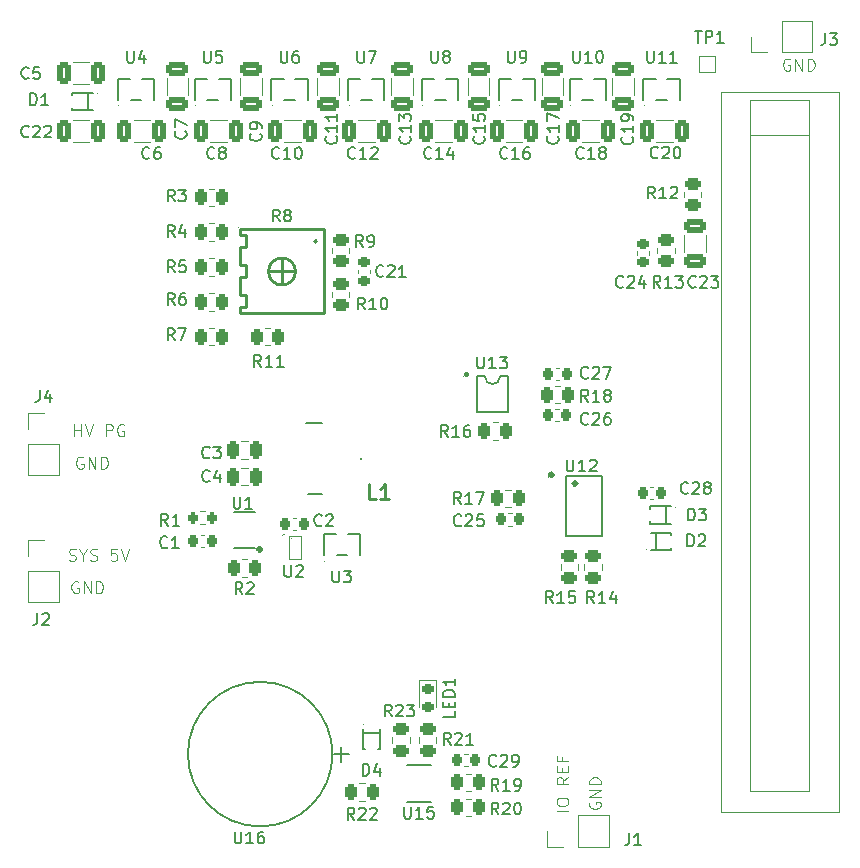
<source format=gbr>
%TF.GenerationSoftware,KiCad,Pcbnew,8.0.0*%
%TF.CreationDate,2024-06-21T16:47:30+05:30*%
%TF.ProjectId,HV_POWER_SUPPLY,48565f50-4f57-4455-925f-535550504c59,rev?*%
%TF.SameCoordinates,Original*%
%TF.FileFunction,Legend,Top*%
%TF.FilePolarity,Positive*%
%FSLAX46Y46*%
G04 Gerber Fmt 4.6, Leading zero omitted, Abs format (unit mm)*
G04 Created by KiCad (PCBNEW 8.0.0) date 2024-06-21 16:47:30*
%MOMM*%
%LPD*%
G01*
G04 APERTURE LIST*
G04 Aperture macros list*
%AMRoundRect*
0 Rectangle with rounded corners*
0 $1 Rounding radius*
0 $2 $3 $4 $5 $6 $7 $8 $9 X,Y pos of 4 corners*
0 Add a 4 corners polygon primitive as box body*
4,1,4,$2,$3,$4,$5,$6,$7,$8,$9,$2,$3,0*
0 Add four circle primitives for the rounded corners*
1,1,$1+$1,$2,$3*
1,1,$1+$1,$4,$5*
1,1,$1+$1,$6,$7*
1,1,$1+$1,$8,$9*
0 Add four rect primitives between the rounded corners*
20,1,$1+$1,$2,$3,$4,$5,0*
20,1,$1+$1,$4,$5,$6,$7,0*
20,1,$1+$1,$6,$7,$8,$9,0*
20,1,$1+$1,$8,$9,$2,$3,0*%
G04 Aperture macros list end*
%ADD10C,0.100000*%
%ADD11C,0.150000*%
%ADD12C,0.254000*%
%ADD13C,0.120000*%
%ADD14C,0.152400*%
%ADD15C,0.151994*%
%ADD16C,0.059995*%
%ADD17C,0.240005*%
%ADD18C,0.150013*%
%ADD19C,0.200000*%
%ADD20C,0.300000*%
%ADD21RoundRect,0.218750X-0.256250X0.218750X-0.256250X-0.218750X0.256250X-0.218750X0.256250X0.218750X0*%
%ADD22R,1.000000X0.750013*%
%ADD23O,1.700000X1.700000*%
%ADD24C,1.700000*%
%ADD25RoundRect,0.225000X0.225000X0.250000X-0.225000X0.250000X-0.225000X-0.250000X0.225000X-0.250000X0*%
%ADD26R,1.700000X1.700000*%
%ADD27R,0.600000X1.070003*%
%ADD28RoundRect,0.250000X-0.262500X-0.450000X0.262500X-0.450000X0.262500X0.450000X-0.262500X0.450000X0*%
%ADD29RoundRect,0.250000X-0.325000X-0.650000X0.325000X-0.650000X0.325000X0.650000X-0.325000X0.650000X0*%
%ADD30R,0.876300X0.508000*%
%ADD31RoundRect,0.250000X0.650000X-0.325000X0.650000X0.325000X-0.650000X0.325000X-0.650000X-0.325000X0*%
%ADD32RoundRect,0.250000X-0.650000X0.325000X-0.650000X-0.325000X0.650000X-0.325000X0.650000X0.325000X0*%
%ADD33R,1.397003X0.405994*%
%ADD34RoundRect,0.225000X-0.250000X0.225000X-0.250000X-0.225000X0.250000X-0.225000X0.250000X0.225000X0*%
%ADD35R,2.300000X6.600000*%
%ADD36C,1.371600*%
%ADD37R,1.371600X1.371600*%
%ADD38RoundRect,0.250000X0.325000X0.650000X-0.325000X0.650000X-0.325000X-0.650000X0.325000X-0.650000X0*%
%ADD39RoundRect,0.200000X0.200000X0.275000X-0.200000X0.275000X-0.200000X-0.275000X0.200000X-0.275000X0*%
%ADD40C,1.524003*%
%ADD41RoundRect,0.250000X-0.450000X0.262500X-0.450000X-0.262500X0.450000X-0.262500X0.450000X0.262500X0*%
%ADD42C,3.200000*%
%ADD43RoundRect,0.225000X0.250000X-0.225000X0.250000X0.225000X-0.250000X0.225000X-0.250000X-0.225000X0*%
%ADD44R,0.750013X1.000000*%
%ADD45RoundRect,0.250000X0.450000X-0.262500X0.450000X0.262500X-0.450000X0.262500X-0.450000X-0.262500X0*%
%ADD46O,2.045009X0.588011*%
%ADD47R,0.800000X0.532004*%
%ADD48RoundRect,0.250000X-0.250000X-0.475000X0.250000X-0.475000X0.250000X0.475000X-0.250000X0.475000X0*%
%ADD49RoundRect,0.250000X0.262500X0.450000X-0.262500X0.450000X-0.262500X-0.450000X0.262500X-0.450000X0*%
%ADD50RoundRect,0.225000X-0.225000X-0.250000X0.225000X-0.250000X0.225000X0.250000X-0.225000X0.250000X0*%
%ADD51R,0.850013X0.350013*%
%ADD52R,1.000000X1.000000*%
G04 APERTURE END LIST*
D10*
X60103884Y-74072419D02*
X60103884Y-73072419D01*
X60103884Y-73548609D02*
X60675312Y-73548609D01*
X60675312Y-74072419D02*
X60675312Y-73072419D01*
X61008646Y-73072419D02*
X61341979Y-74072419D01*
X61341979Y-74072419D02*
X61675312Y-73072419D01*
X62770551Y-74072419D02*
X62770551Y-73072419D01*
X62770551Y-73072419D02*
X63151503Y-73072419D01*
X63151503Y-73072419D02*
X63246741Y-73120038D01*
X63246741Y-73120038D02*
X63294360Y-73167657D01*
X63294360Y-73167657D02*
X63341979Y-73262895D01*
X63341979Y-73262895D02*
X63341979Y-73405752D01*
X63341979Y-73405752D02*
X63294360Y-73500990D01*
X63294360Y-73500990D02*
X63246741Y-73548609D01*
X63246741Y-73548609D02*
X63151503Y-73596228D01*
X63151503Y-73596228D02*
X62770551Y-73596228D01*
X64294360Y-73120038D02*
X64199122Y-73072419D01*
X64199122Y-73072419D02*
X64056265Y-73072419D01*
X64056265Y-73072419D02*
X63913408Y-73120038D01*
X63913408Y-73120038D02*
X63818170Y-73215276D01*
X63818170Y-73215276D02*
X63770551Y-73310514D01*
X63770551Y-73310514D02*
X63722932Y-73500990D01*
X63722932Y-73500990D02*
X63722932Y-73643847D01*
X63722932Y-73643847D02*
X63770551Y-73834323D01*
X63770551Y-73834323D02*
X63818170Y-73929561D01*
X63818170Y-73929561D02*
X63913408Y-74024800D01*
X63913408Y-74024800D02*
X64056265Y-74072419D01*
X64056265Y-74072419D02*
X64151503Y-74072419D01*
X64151503Y-74072419D02*
X64294360Y-74024800D01*
X64294360Y-74024800D02*
X64341979Y-73977180D01*
X64341979Y-73977180D02*
X64341979Y-73643847D01*
X64341979Y-73643847D02*
X64151503Y-73643847D01*
X120677693Y-42170038D02*
X120582455Y-42122419D01*
X120582455Y-42122419D02*
X120439598Y-42122419D01*
X120439598Y-42122419D02*
X120296741Y-42170038D01*
X120296741Y-42170038D02*
X120201503Y-42265276D01*
X120201503Y-42265276D02*
X120153884Y-42360514D01*
X120153884Y-42360514D02*
X120106265Y-42550990D01*
X120106265Y-42550990D02*
X120106265Y-42693847D01*
X120106265Y-42693847D02*
X120153884Y-42884323D01*
X120153884Y-42884323D02*
X120201503Y-42979561D01*
X120201503Y-42979561D02*
X120296741Y-43074800D01*
X120296741Y-43074800D02*
X120439598Y-43122419D01*
X120439598Y-43122419D02*
X120534836Y-43122419D01*
X120534836Y-43122419D02*
X120677693Y-43074800D01*
X120677693Y-43074800D02*
X120725312Y-43027180D01*
X120725312Y-43027180D02*
X120725312Y-42693847D01*
X120725312Y-42693847D02*
X120534836Y-42693847D01*
X121153884Y-43122419D02*
X121153884Y-42122419D01*
X121153884Y-42122419D02*
X121725312Y-43122419D01*
X121725312Y-43122419D02*
X121725312Y-42122419D01*
X122201503Y-43122419D02*
X122201503Y-42122419D01*
X122201503Y-42122419D02*
X122439598Y-42122419D01*
X122439598Y-42122419D02*
X122582455Y-42170038D01*
X122582455Y-42170038D02*
X122677693Y-42265276D01*
X122677693Y-42265276D02*
X122725312Y-42360514D01*
X122725312Y-42360514D02*
X122772931Y-42550990D01*
X122772931Y-42550990D02*
X122772931Y-42693847D01*
X122772931Y-42693847D02*
X122725312Y-42884323D01*
X122725312Y-42884323D02*
X122677693Y-42979561D01*
X122677693Y-42979561D02*
X122582455Y-43074800D01*
X122582455Y-43074800D02*
X122439598Y-43122419D01*
X122439598Y-43122419D02*
X122201503Y-43122419D01*
X101922419Y-105796113D02*
X100922419Y-105796113D01*
X100922419Y-105129447D02*
X100922419Y-104938971D01*
X100922419Y-104938971D02*
X100970038Y-104843733D01*
X100970038Y-104843733D02*
X101065276Y-104748495D01*
X101065276Y-104748495D02*
X101255752Y-104700876D01*
X101255752Y-104700876D02*
X101589085Y-104700876D01*
X101589085Y-104700876D02*
X101779561Y-104748495D01*
X101779561Y-104748495D02*
X101874800Y-104843733D01*
X101874800Y-104843733D02*
X101922419Y-104938971D01*
X101922419Y-104938971D02*
X101922419Y-105129447D01*
X101922419Y-105129447D02*
X101874800Y-105224685D01*
X101874800Y-105224685D02*
X101779561Y-105319923D01*
X101779561Y-105319923D02*
X101589085Y-105367542D01*
X101589085Y-105367542D02*
X101255752Y-105367542D01*
X101255752Y-105367542D02*
X101065276Y-105319923D01*
X101065276Y-105319923D02*
X100970038Y-105224685D01*
X100970038Y-105224685D02*
X100922419Y-105129447D01*
X101922419Y-102938971D02*
X101446228Y-103272304D01*
X101922419Y-103510399D02*
X100922419Y-103510399D01*
X100922419Y-103510399D02*
X100922419Y-103129447D01*
X100922419Y-103129447D02*
X100970038Y-103034209D01*
X100970038Y-103034209D02*
X101017657Y-102986590D01*
X101017657Y-102986590D02*
X101112895Y-102938971D01*
X101112895Y-102938971D02*
X101255752Y-102938971D01*
X101255752Y-102938971D02*
X101350990Y-102986590D01*
X101350990Y-102986590D02*
X101398609Y-103034209D01*
X101398609Y-103034209D02*
X101446228Y-103129447D01*
X101446228Y-103129447D02*
X101446228Y-103510399D01*
X101398609Y-102510399D02*
X101398609Y-102177066D01*
X101922419Y-102034209D02*
X101922419Y-102510399D01*
X101922419Y-102510399D02*
X100922419Y-102510399D01*
X100922419Y-102510399D02*
X100922419Y-102034209D01*
X101398609Y-101272304D02*
X101398609Y-101605637D01*
X101922419Y-101605637D02*
X100922419Y-101605637D01*
X100922419Y-101605637D02*
X100922419Y-101129447D01*
X60427693Y-86420038D02*
X60332455Y-86372419D01*
X60332455Y-86372419D02*
X60189598Y-86372419D01*
X60189598Y-86372419D02*
X60046741Y-86420038D01*
X60046741Y-86420038D02*
X59951503Y-86515276D01*
X59951503Y-86515276D02*
X59903884Y-86610514D01*
X59903884Y-86610514D02*
X59856265Y-86800990D01*
X59856265Y-86800990D02*
X59856265Y-86943847D01*
X59856265Y-86943847D02*
X59903884Y-87134323D01*
X59903884Y-87134323D02*
X59951503Y-87229561D01*
X59951503Y-87229561D02*
X60046741Y-87324800D01*
X60046741Y-87324800D02*
X60189598Y-87372419D01*
X60189598Y-87372419D02*
X60284836Y-87372419D01*
X60284836Y-87372419D02*
X60427693Y-87324800D01*
X60427693Y-87324800D02*
X60475312Y-87277180D01*
X60475312Y-87277180D02*
X60475312Y-86943847D01*
X60475312Y-86943847D02*
X60284836Y-86943847D01*
X60903884Y-87372419D02*
X60903884Y-86372419D01*
X60903884Y-86372419D02*
X61475312Y-87372419D01*
X61475312Y-87372419D02*
X61475312Y-86372419D01*
X61951503Y-87372419D02*
X61951503Y-86372419D01*
X61951503Y-86372419D02*
X62189598Y-86372419D01*
X62189598Y-86372419D02*
X62332455Y-86420038D01*
X62332455Y-86420038D02*
X62427693Y-86515276D01*
X62427693Y-86515276D02*
X62475312Y-86610514D01*
X62475312Y-86610514D02*
X62522931Y-86800990D01*
X62522931Y-86800990D02*
X62522931Y-86943847D01*
X62522931Y-86943847D02*
X62475312Y-87134323D01*
X62475312Y-87134323D02*
X62427693Y-87229561D01*
X62427693Y-87229561D02*
X62332455Y-87324800D01*
X62332455Y-87324800D02*
X62189598Y-87372419D01*
X62189598Y-87372419D02*
X61951503Y-87372419D01*
X103720038Y-105072306D02*
X103672419Y-105167544D01*
X103672419Y-105167544D02*
X103672419Y-105310401D01*
X103672419Y-105310401D02*
X103720038Y-105453258D01*
X103720038Y-105453258D02*
X103815276Y-105548496D01*
X103815276Y-105548496D02*
X103910514Y-105596115D01*
X103910514Y-105596115D02*
X104100990Y-105643734D01*
X104100990Y-105643734D02*
X104243847Y-105643734D01*
X104243847Y-105643734D02*
X104434323Y-105596115D01*
X104434323Y-105596115D02*
X104529561Y-105548496D01*
X104529561Y-105548496D02*
X104624800Y-105453258D01*
X104624800Y-105453258D02*
X104672419Y-105310401D01*
X104672419Y-105310401D02*
X104672419Y-105215163D01*
X104672419Y-105215163D02*
X104624800Y-105072306D01*
X104624800Y-105072306D02*
X104577180Y-105024687D01*
X104577180Y-105024687D02*
X104243847Y-105024687D01*
X104243847Y-105024687D02*
X104243847Y-105215163D01*
X104672419Y-104596115D02*
X103672419Y-104596115D01*
X103672419Y-104596115D02*
X104672419Y-104024687D01*
X104672419Y-104024687D02*
X103672419Y-104024687D01*
X104672419Y-103548496D02*
X103672419Y-103548496D01*
X103672419Y-103548496D02*
X103672419Y-103310401D01*
X103672419Y-103310401D02*
X103720038Y-103167544D01*
X103720038Y-103167544D02*
X103815276Y-103072306D01*
X103815276Y-103072306D02*
X103910514Y-103024687D01*
X103910514Y-103024687D02*
X104100990Y-102977068D01*
X104100990Y-102977068D02*
X104243847Y-102977068D01*
X104243847Y-102977068D02*
X104434323Y-103024687D01*
X104434323Y-103024687D02*
X104529561Y-103072306D01*
X104529561Y-103072306D02*
X104624800Y-103167544D01*
X104624800Y-103167544D02*
X104672419Y-103310401D01*
X104672419Y-103310401D02*
X104672419Y-103548496D01*
X59656267Y-84574800D02*
X59799124Y-84622419D01*
X59799124Y-84622419D02*
X60037219Y-84622419D01*
X60037219Y-84622419D02*
X60132457Y-84574800D01*
X60132457Y-84574800D02*
X60180076Y-84527180D01*
X60180076Y-84527180D02*
X60227695Y-84431942D01*
X60227695Y-84431942D02*
X60227695Y-84336704D01*
X60227695Y-84336704D02*
X60180076Y-84241466D01*
X60180076Y-84241466D02*
X60132457Y-84193847D01*
X60132457Y-84193847D02*
X60037219Y-84146228D01*
X60037219Y-84146228D02*
X59846743Y-84098609D01*
X59846743Y-84098609D02*
X59751505Y-84050990D01*
X59751505Y-84050990D02*
X59703886Y-84003371D01*
X59703886Y-84003371D02*
X59656267Y-83908133D01*
X59656267Y-83908133D02*
X59656267Y-83812895D01*
X59656267Y-83812895D02*
X59703886Y-83717657D01*
X59703886Y-83717657D02*
X59751505Y-83670038D01*
X59751505Y-83670038D02*
X59846743Y-83622419D01*
X59846743Y-83622419D02*
X60084838Y-83622419D01*
X60084838Y-83622419D02*
X60227695Y-83670038D01*
X60846743Y-84146228D02*
X60846743Y-84622419D01*
X60513410Y-83622419D02*
X60846743Y-84146228D01*
X60846743Y-84146228D02*
X61180076Y-83622419D01*
X61465791Y-84574800D02*
X61608648Y-84622419D01*
X61608648Y-84622419D02*
X61846743Y-84622419D01*
X61846743Y-84622419D02*
X61941981Y-84574800D01*
X61941981Y-84574800D02*
X61989600Y-84527180D01*
X61989600Y-84527180D02*
X62037219Y-84431942D01*
X62037219Y-84431942D02*
X62037219Y-84336704D01*
X62037219Y-84336704D02*
X61989600Y-84241466D01*
X61989600Y-84241466D02*
X61941981Y-84193847D01*
X61941981Y-84193847D02*
X61846743Y-84146228D01*
X61846743Y-84146228D02*
X61656267Y-84098609D01*
X61656267Y-84098609D02*
X61561029Y-84050990D01*
X61561029Y-84050990D02*
X61513410Y-84003371D01*
X61513410Y-84003371D02*
X61465791Y-83908133D01*
X61465791Y-83908133D02*
X61465791Y-83812895D01*
X61465791Y-83812895D02*
X61513410Y-83717657D01*
X61513410Y-83717657D02*
X61561029Y-83670038D01*
X61561029Y-83670038D02*
X61656267Y-83622419D01*
X61656267Y-83622419D02*
X61894362Y-83622419D01*
X61894362Y-83622419D02*
X62037219Y-83670038D01*
X63703886Y-83622419D02*
X63227696Y-83622419D01*
X63227696Y-83622419D02*
X63180077Y-84098609D01*
X63180077Y-84098609D02*
X63227696Y-84050990D01*
X63227696Y-84050990D02*
X63322934Y-84003371D01*
X63322934Y-84003371D02*
X63561029Y-84003371D01*
X63561029Y-84003371D02*
X63656267Y-84050990D01*
X63656267Y-84050990D02*
X63703886Y-84098609D01*
X63703886Y-84098609D02*
X63751505Y-84193847D01*
X63751505Y-84193847D02*
X63751505Y-84431942D01*
X63751505Y-84431942D02*
X63703886Y-84527180D01*
X63703886Y-84527180D02*
X63656267Y-84574800D01*
X63656267Y-84574800D02*
X63561029Y-84622419D01*
X63561029Y-84622419D02*
X63322934Y-84622419D01*
X63322934Y-84622419D02*
X63227696Y-84574800D01*
X63227696Y-84574800D02*
X63180077Y-84527180D01*
X64037220Y-83622419D02*
X64370553Y-84622419D01*
X64370553Y-84622419D02*
X64703886Y-83622419D01*
X60827691Y-75870038D02*
X60732453Y-75822419D01*
X60732453Y-75822419D02*
X60589596Y-75822419D01*
X60589596Y-75822419D02*
X60446739Y-75870038D01*
X60446739Y-75870038D02*
X60351501Y-75965276D01*
X60351501Y-75965276D02*
X60303882Y-76060514D01*
X60303882Y-76060514D02*
X60256263Y-76250990D01*
X60256263Y-76250990D02*
X60256263Y-76393847D01*
X60256263Y-76393847D02*
X60303882Y-76584323D01*
X60303882Y-76584323D02*
X60351501Y-76679561D01*
X60351501Y-76679561D02*
X60446739Y-76774800D01*
X60446739Y-76774800D02*
X60589596Y-76822419D01*
X60589596Y-76822419D02*
X60684834Y-76822419D01*
X60684834Y-76822419D02*
X60827691Y-76774800D01*
X60827691Y-76774800D02*
X60875310Y-76727180D01*
X60875310Y-76727180D02*
X60875310Y-76393847D01*
X60875310Y-76393847D02*
X60684834Y-76393847D01*
X61303882Y-76822419D02*
X61303882Y-75822419D01*
X61303882Y-75822419D02*
X61875310Y-76822419D01*
X61875310Y-76822419D02*
X61875310Y-75822419D01*
X62351501Y-76822419D02*
X62351501Y-75822419D01*
X62351501Y-75822419D02*
X62589596Y-75822419D01*
X62589596Y-75822419D02*
X62732453Y-75870038D01*
X62732453Y-75870038D02*
X62827691Y-75965276D01*
X62827691Y-75965276D02*
X62875310Y-76060514D01*
X62875310Y-76060514D02*
X62922929Y-76250990D01*
X62922929Y-76250990D02*
X62922929Y-76393847D01*
X62922929Y-76393847D02*
X62875310Y-76584323D01*
X62875310Y-76584323D02*
X62827691Y-76679561D01*
X62827691Y-76679561D02*
X62732453Y-76774800D01*
X62732453Y-76774800D02*
X62589596Y-76822419D01*
X62589596Y-76822419D02*
X62351501Y-76822419D01*
D11*
X92304819Y-97369047D02*
X92304819Y-97845237D01*
X92304819Y-97845237D02*
X91304819Y-97845237D01*
X91781009Y-97035713D02*
X91781009Y-96702380D01*
X92304819Y-96559523D02*
X92304819Y-97035713D01*
X92304819Y-97035713D02*
X91304819Y-97035713D01*
X91304819Y-97035713D02*
X91304819Y-96559523D01*
X92304819Y-96130951D02*
X91304819Y-96130951D01*
X91304819Y-96130951D02*
X91304819Y-95892856D01*
X91304819Y-95892856D02*
X91352438Y-95749999D01*
X91352438Y-95749999D02*
X91447676Y-95654761D01*
X91447676Y-95654761D02*
X91542914Y-95607142D01*
X91542914Y-95607142D02*
X91733390Y-95559523D01*
X91733390Y-95559523D02*
X91876247Y-95559523D01*
X91876247Y-95559523D02*
X92066723Y-95607142D01*
X92066723Y-95607142D02*
X92161961Y-95654761D01*
X92161961Y-95654761D02*
X92257200Y-95749999D01*
X92257200Y-95749999D02*
X92304819Y-95892856D01*
X92304819Y-95892856D02*
X92304819Y-96130951D01*
X92304819Y-94607142D02*
X92304819Y-95178570D01*
X92304819Y-94892856D02*
X91304819Y-94892856D01*
X91304819Y-94892856D02*
X91447676Y-94988094D01*
X91447676Y-94988094D02*
X91542914Y-95083332D01*
X91542914Y-95083332D02*
X91590533Y-95178570D01*
X112061905Y-81204819D02*
X112061905Y-80204819D01*
X112061905Y-80204819D02*
X112300000Y-80204819D01*
X112300000Y-80204819D02*
X112442857Y-80252438D01*
X112442857Y-80252438D02*
X112538095Y-80347676D01*
X112538095Y-80347676D02*
X112585714Y-80442914D01*
X112585714Y-80442914D02*
X112633333Y-80633390D01*
X112633333Y-80633390D02*
X112633333Y-80776247D01*
X112633333Y-80776247D02*
X112585714Y-80966723D01*
X112585714Y-80966723D02*
X112538095Y-81061961D01*
X112538095Y-81061961D02*
X112442857Y-81157200D01*
X112442857Y-81157200D02*
X112300000Y-81204819D01*
X112300000Y-81204819D02*
X112061905Y-81204819D01*
X112966667Y-80204819D02*
X113585714Y-80204819D01*
X113585714Y-80204819D02*
X113252381Y-80585771D01*
X113252381Y-80585771D02*
X113395238Y-80585771D01*
X113395238Y-80585771D02*
X113490476Y-80633390D01*
X113490476Y-80633390D02*
X113538095Y-80681009D01*
X113538095Y-80681009D02*
X113585714Y-80776247D01*
X113585714Y-80776247D02*
X113585714Y-81014342D01*
X113585714Y-81014342D02*
X113538095Y-81109580D01*
X113538095Y-81109580D02*
X113490476Y-81157200D01*
X113490476Y-81157200D02*
X113395238Y-81204819D01*
X113395238Y-81204819D02*
X113109524Y-81204819D01*
X113109524Y-81204819D02*
X113014286Y-81157200D01*
X113014286Y-81157200D02*
X112966667Y-81109580D01*
X112011905Y-83404819D02*
X112011905Y-82404819D01*
X112011905Y-82404819D02*
X112250000Y-82404819D01*
X112250000Y-82404819D02*
X112392857Y-82452438D01*
X112392857Y-82452438D02*
X112488095Y-82547676D01*
X112488095Y-82547676D02*
X112535714Y-82642914D01*
X112535714Y-82642914D02*
X112583333Y-82833390D01*
X112583333Y-82833390D02*
X112583333Y-82976247D01*
X112583333Y-82976247D02*
X112535714Y-83166723D01*
X112535714Y-83166723D02*
X112488095Y-83261961D01*
X112488095Y-83261961D02*
X112392857Y-83357200D01*
X112392857Y-83357200D02*
X112250000Y-83404819D01*
X112250000Y-83404819D02*
X112011905Y-83404819D01*
X112964286Y-82500057D02*
X113011905Y-82452438D01*
X113011905Y-82452438D02*
X113107143Y-82404819D01*
X113107143Y-82404819D02*
X113345238Y-82404819D01*
X113345238Y-82404819D02*
X113440476Y-82452438D01*
X113440476Y-82452438D02*
X113488095Y-82500057D01*
X113488095Y-82500057D02*
X113535714Y-82595295D01*
X113535714Y-82595295D02*
X113535714Y-82690533D01*
X113535714Y-82690533D02*
X113488095Y-82833390D01*
X113488095Y-82833390D02*
X112916667Y-83404819D01*
X112916667Y-83404819D02*
X113535714Y-83404819D01*
X56361905Y-46054819D02*
X56361905Y-45054819D01*
X56361905Y-45054819D02*
X56600000Y-45054819D01*
X56600000Y-45054819D02*
X56742857Y-45102438D01*
X56742857Y-45102438D02*
X56838095Y-45197676D01*
X56838095Y-45197676D02*
X56885714Y-45292914D01*
X56885714Y-45292914D02*
X56933333Y-45483390D01*
X56933333Y-45483390D02*
X56933333Y-45626247D01*
X56933333Y-45626247D02*
X56885714Y-45816723D01*
X56885714Y-45816723D02*
X56838095Y-45911961D01*
X56838095Y-45911961D02*
X56742857Y-46007200D01*
X56742857Y-46007200D02*
X56600000Y-46054819D01*
X56600000Y-46054819D02*
X56361905Y-46054819D01*
X57885714Y-46054819D02*
X57314286Y-46054819D01*
X57600000Y-46054819D02*
X57600000Y-45054819D01*
X57600000Y-45054819D02*
X57504762Y-45197676D01*
X57504762Y-45197676D02*
X57409524Y-45292914D01*
X57409524Y-45292914D02*
X57314286Y-45340533D01*
X67983333Y-83459580D02*
X67935714Y-83507200D01*
X67935714Y-83507200D02*
X67792857Y-83554819D01*
X67792857Y-83554819D02*
X67697619Y-83554819D01*
X67697619Y-83554819D02*
X67554762Y-83507200D01*
X67554762Y-83507200D02*
X67459524Y-83411961D01*
X67459524Y-83411961D02*
X67411905Y-83316723D01*
X67411905Y-83316723D02*
X67364286Y-83126247D01*
X67364286Y-83126247D02*
X67364286Y-82983390D01*
X67364286Y-82983390D02*
X67411905Y-82792914D01*
X67411905Y-82792914D02*
X67459524Y-82697676D01*
X67459524Y-82697676D02*
X67554762Y-82602438D01*
X67554762Y-82602438D02*
X67697619Y-82554819D01*
X67697619Y-82554819D02*
X67792857Y-82554819D01*
X67792857Y-82554819D02*
X67935714Y-82602438D01*
X67935714Y-82602438D02*
X67983333Y-82650057D01*
X68935714Y-83554819D02*
X68364286Y-83554819D01*
X68650000Y-83554819D02*
X68650000Y-82554819D01*
X68650000Y-82554819D02*
X68554762Y-82697676D01*
X68554762Y-82697676D02*
X68459524Y-82792914D01*
X68459524Y-82792914D02*
X68364286Y-82840533D01*
X107066666Y-107704819D02*
X107066666Y-108419104D01*
X107066666Y-108419104D02*
X107019047Y-108561961D01*
X107019047Y-108561961D02*
X106923809Y-108657200D01*
X106923809Y-108657200D02*
X106780952Y-108704819D01*
X106780952Y-108704819D02*
X106685714Y-108704819D01*
X108066666Y-108704819D02*
X107495238Y-108704819D01*
X107780952Y-108704819D02*
X107780952Y-107704819D01*
X107780952Y-107704819D02*
X107685714Y-107847676D01*
X107685714Y-107847676D02*
X107590476Y-107942914D01*
X107590476Y-107942914D02*
X107495238Y-107990533D01*
X102331907Y-41454819D02*
X102331907Y-42264342D01*
X102331907Y-42264342D02*
X102379526Y-42359580D01*
X102379526Y-42359580D02*
X102427145Y-42407200D01*
X102427145Y-42407200D02*
X102522383Y-42454819D01*
X102522383Y-42454819D02*
X102712859Y-42454819D01*
X102712859Y-42454819D02*
X102808097Y-42407200D01*
X102808097Y-42407200D02*
X102855716Y-42359580D01*
X102855716Y-42359580D02*
X102903335Y-42264342D01*
X102903335Y-42264342D02*
X102903335Y-41454819D01*
X103903335Y-42454819D02*
X103331907Y-42454819D01*
X103617621Y-42454819D02*
X103617621Y-41454819D01*
X103617621Y-41454819D02*
X103522383Y-41597676D01*
X103522383Y-41597676D02*
X103427145Y-41692914D01*
X103427145Y-41692914D02*
X103331907Y-41740533D01*
X104522383Y-41454819D02*
X104617621Y-41454819D01*
X104617621Y-41454819D02*
X104712859Y-41502438D01*
X104712859Y-41502438D02*
X104760478Y-41550057D01*
X104760478Y-41550057D02*
X104808097Y-41645295D01*
X104808097Y-41645295D02*
X104855716Y-41835771D01*
X104855716Y-41835771D02*
X104855716Y-42073866D01*
X104855716Y-42073866D02*
X104808097Y-42264342D01*
X104808097Y-42264342D02*
X104760478Y-42359580D01*
X104760478Y-42359580D02*
X104712859Y-42407200D01*
X104712859Y-42407200D02*
X104617621Y-42454819D01*
X104617621Y-42454819D02*
X104522383Y-42454819D01*
X104522383Y-42454819D02*
X104427145Y-42407200D01*
X104427145Y-42407200D02*
X104379526Y-42359580D01*
X104379526Y-42359580D02*
X104331907Y-42264342D01*
X104331907Y-42264342D02*
X104284288Y-42073866D01*
X104284288Y-42073866D02*
X104284288Y-41835771D01*
X104284288Y-41835771D02*
X104331907Y-41645295D01*
X104331907Y-41645295D02*
X104379526Y-41550057D01*
X104379526Y-41550057D02*
X104427145Y-41502438D01*
X104427145Y-41502438D02*
X104522383Y-41454819D01*
X83807142Y-106554819D02*
X83473809Y-106078628D01*
X83235714Y-106554819D02*
X83235714Y-105554819D01*
X83235714Y-105554819D02*
X83616666Y-105554819D01*
X83616666Y-105554819D02*
X83711904Y-105602438D01*
X83711904Y-105602438D02*
X83759523Y-105650057D01*
X83759523Y-105650057D02*
X83807142Y-105745295D01*
X83807142Y-105745295D02*
X83807142Y-105888152D01*
X83807142Y-105888152D02*
X83759523Y-105983390D01*
X83759523Y-105983390D02*
X83711904Y-106031009D01*
X83711904Y-106031009D02*
X83616666Y-106078628D01*
X83616666Y-106078628D02*
X83235714Y-106078628D01*
X84188095Y-105650057D02*
X84235714Y-105602438D01*
X84235714Y-105602438D02*
X84330952Y-105554819D01*
X84330952Y-105554819D02*
X84569047Y-105554819D01*
X84569047Y-105554819D02*
X84664285Y-105602438D01*
X84664285Y-105602438D02*
X84711904Y-105650057D01*
X84711904Y-105650057D02*
X84759523Y-105745295D01*
X84759523Y-105745295D02*
X84759523Y-105840533D01*
X84759523Y-105840533D02*
X84711904Y-105983390D01*
X84711904Y-105983390D02*
X84140476Y-106554819D01*
X84140476Y-106554819D02*
X84759523Y-106554819D01*
X85140476Y-105650057D02*
X85188095Y-105602438D01*
X85188095Y-105602438D02*
X85283333Y-105554819D01*
X85283333Y-105554819D02*
X85521428Y-105554819D01*
X85521428Y-105554819D02*
X85616666Y-105602438D01*
X85616666Y-105602438D02*
X85664285Y-105650057D01*
X85664285Y-105650057D02*
X85711904Y-105745295D01*
X85711904Y-105745295D02*
X85711904Y-105840533D01*
X85711904Y-105840533D02*
X85664285Y-105983390D01*
X85664285Y-105983390D02*
X85092857Y-106554819D01*
X85092857Y-106554819D02*
X85711904Y-106554819D01*
X74333333Y-87454819D02*
X74000000Y-86978628D01*
X73761905Y-87454819D02*
X73761905Y-86454819D01*
X73761905Y-86454819D02*
X74142857Y-86454819D01*
X74142857Y-86454819D02*
X74238095Y-86502438D01*
X74238095Y-86502438D02*
X74285714Y-86550057D01*
X74285714Y-86550057D02*
X74333333Y-86645295D01*
X74333333Y-86645295D02*
X74333333Y-86788152D01*
X74333333Y-86788152D02*
X74285714Y-86883390D01*
X74285714Y-86883390D02*
X74238095Y-86931009D01*
X74238095Y-86931009D02*
X74142857Y-86978628D01*
X74142857Y-86978628D02*
X73761905Y-86978628D01*
X74714286Y-86550057D02*
X74761905Y-86502438D01*
X74761905Y-86502438D02*
X74857143Y-86454819D01*
X74857143Y-86454819D02*
X75095238Y-86454819D01*
X75095238Y-86454819D02*
X75190476Y-86502438D01*
X75190476Y-86502438D02*
X75238095Y-86550057D01*
X75238095Y-86550057D02*
X75285714Y-86645295D01*
X75285714Y-86645295D02*
X75285714Y-86740533D01*
X75285714Y-86740533D02*
X75238095Y-86883390D01*
X75238095Y-86883390D02*
X74666667Y-87454819D01*
X74666667Y-87454819D02*
X75285714Y-87454819D01*
X71950702Y-50509580D02*
X71903083Y-50557200D01*
X71903083Y-50557200D02*
X71760226Y-50604819D01*
X71760226Y-50604819D02*
X71664988Y-50604819D01*
X71664988Y-50604819D02*
X71522131Y-50557200D01*
X71522131Y-50557200D02*
X71426893Y-50461961D01*
X71426893Y-50461961D02*
X71379274Y-50366723D01*
X71379274Y-50366723D02*
X71331655Y-50176247D01*
X71331655Y-50176247D02*
X71331655Y-50033390D01*
X71331655Y-50033390D02*
X71379274Y-49842914D01*
X71379274Y-49842914D02*
X71426893Y-49747676D01*
X71426893Y-49747676D02*
X71522131Y-49652438D01*
X71522131Y-49652438D02*
X71664988Y-49604819D01*
X71664988Y-49604819D02*
X71760226Y-49604819D01*
X71760226Y-49604819D02*
X71903083Y-49652438D01*
X71903083Y-49652438D02*
X71950702Y-49700057D01*
X72522131Y-50033390D02*
X72426893Y-49985771D01*
X72426893Y-49985771D02*
X72379274Y-49938152D01*
X72379274Y-49938152D02*
X72331655Y-49842914D01*
X72331655Y-49842914D02*
X72331655Y-49795295D01*
X72331655Y-49795295D02*
X72379274Y-49700057D01*
X72379274Y-49700057D02*
X72426893Y-49652438D01*
X72426893Y-49652438D02*
X72522131Y-49604819D01*
X72522131Y-49604819D02*
X72712607Y-49604819D01*
X72712607Y-49604819D02*
X72807845Y-49652438D01*
X72807845Y-49652438D02*
X72855464Y-49700057D01*
X72855464Y-49700057D02*
X72903083Y-49795295D01*
X72903083Y-49795295D02*
X72903083Y-49842914D01*
X72903083Y-49842914D02*
X72855464Y-49938152D01*
X72855464Y-49938152D02*
X72807845Y-49985771D01*
X72807845Y-49985771D02*
X72712607Y-50033390D01*
X72712607Y-50033390D02*
X72522131Y-50033390D01*
X72522131Y-50033390D02*
X72426893Y-50081009D01*
X72426893Y-50081009D02*
X72379274Y-50128628D01*
X72379274Y-50128628D02*
X72331655Y-50223866D01*
X72331655Y-50223866D02*
X72331655Y-50414342D01*
X72331655Y-50414342D02*
X72379274Y-50509580D01*
X72379274Y-50509580D02*
X72426893Y-50557200D01*
X72426893Y-50557200D02*
X72522131Y-50604819D01*
X72522131Y-50604819D02*
X72712607Y-50604819D01*
X72712607Y-50604819D02*
X72807845Y-50557200D01*
X72807845Y-50557200D02*
X72855464Y-50509580D01*
X72855464Y-50509580D02*
X72903083Y-50414342D01*
X72903083Y-50414342D02*
X72903083Y-50223866D01*
X72903083Y-50223866D02*
X72855464Y-50128628D01*
X72855464Y-50128628D02*
X72807845Y-50081009D01*
X72807845Y-50081009D02*
X72712607Y-50033390D01*
X103207142Y-50509580D02*
X103159523Y-50557200D01*
X103159523Y-50557200D02*
X103016666Y-50604819D01*
X103016666Y-50604819D02*
X102921428Y-50604819D01*
X102921428Y-50604819D02*
X102778571Y-50557200D01*
X102778571Y-50557200D02*
X102683333Y-50461961D01*
X102683333Y-50461961D02*
X102635714Y-50366723D01*
X102635714Y-50366723D02*
X102588095Y-50176247D01*
X102588095Y-50176247D02*
X102588095Y-50033390D01*
X102588095Y-50033390D02*
X102635714Y-49842914D01*
X102635714Y-49842914D02*
X102683333Y-49747676D01*
X102683333Y-49747676D02*
X102778571Y-49652438D01*
X102778571Y-49652438D02*
X102921428Y-49604819D01*
X102921428Y-49604819D02*
X103016666Y-49604819D01*
X103016666Y-49604819D02*
X103159523Y-49652438D01*
X103159523Y-49652438D02*
X103207142Y-49700057D01*
X104159523Y-50604819D02*
X103588095Y-50604819D01*
X103873809Y-50604819D02*
X103873809Y-49604819D01*
X103873809Y-49604819D02*
X103778571Y-49747676D01*
X103778571Y-49747676D02*
X103683333Y-49842914D01*
X103683333Y-49842914D02*
X103588095Y-49890533D01*
X104730952Y-50033390D02*
X104635714Y-49985771D01*
X104635714Y-49985771D02*
X104588095Y-49938152D01*
X104588095Y-49938152D02*
X104540476Y-49842914D01*
X104540476Y-49842914D02*
X104540476Y-49795295D01*
X104540476Y-49795295D02*
X104588095Y-49700057D01*
X104588095Y-49700057D02*
X104635714Y-49652438D01*
X104635714Y-49652438D02*
X104730952Y-49604819D01*
X104730952Y-49604819D02*
X104921428Y-49604819D01*
X104921428Y-49604819D02*
X105016666Y-49652438D01*
X105016666Y-49652438D02*
X105064285Y-49700057D01*
X105064285Y-49700057D02*
X105111904Y-49795295D01*
X105111904Y-49795295D02*
X105111904Y-49842914D01*
X105111904Y-49842914D02*
X105064285Y-49938152D01*
X105064285Y-49938152D02*
X105016666Y-49985771D01*
X105016666Y-49985771D02*
X104921428Y-50033390D01*
X104921428Y-50033390D02*
X104730952Y-50033390D01*
X104730952Y-50033390D02*
X104635714Y-50081009D01*
X104635714Y-50081009D02*
X104588095Y-50128628D01*
X104588095Y-50128628D02*
X104540476Y-50223866D01*
X104540476Y-50223866D02*
X104540476Y-50414342D01*
X104540476Y-50414342D02*
X104588095Y-50509580D01*
X104588095Y-50509580D02*
X104635714Y-50557200D01*
X104635714Y-50557200D02*
X104730952Y-50604819D01*
X104730952Y-50604819D02*
X104921428Y-50604819D01*
X104921428Y-50604819D02*
X105016666Y-50557200D01*
X105016666Y-50557200D02*
X105064285Y-50509580D01*
X105064285Y-50509580D02*
X105111904Y-50414342D01*
X105111904Y-50414342D02*
X105111904Y-50223866D01*
X105111904Y-50223866D02*
X105064285Y-50128628D01*
X105064285Y-50128628D02*
X105016666Y-50081009D01*
X105016666Y-50081009D02*
X104921428Y-50033390D01*
X84058097Y-41454819D02*
X84058097Y-42264342D01*
X84058097Y-42264342D02*
X84105716Y-42359580D01*
X84105716Y-42359580D02*
X84153335Y-42407200D01*
X84153335Y-42407200D02*
X84248573Y-42454819D01*
X84248573Y-42454819D02*
X84439049Y-42454819D01*
X84439049Y-42454819D02*
X84534287Y-42407200D01*
X84534287Y-42407200D02*
X84581906Y-42359580D01*
X84581906Y-42359580D02*
X84629525Y-42264342D01*
X84629525Y-42264342D02*
X84629525Y-41454819D01*
X85010478Y-41454819D02*
X85677144Y-41454819D01*
X85677144Y-41454819D02*
X85248573Y-42454819D01*
X96808097Y-41454819D02*
X96808097Y-42264342D01*
X96808097Y-42264342D02*
X96855716Y-42359580D01*
X96855716Y-42359580D02*
X96903335Y-42407200D01*
X96903335Y-42407200D02*
X96998573Y-42454819D01*
X96998573Y-42454819D02*
X97189049Y-42454819D01*
X97189049Y-42454819D02*
X97284287Y-42407200D01*
X97284287Y-42407200D02*
X97331906Y-42359580D01*
X97331906Y-42359580D02*
X97379525Y-42264342D01*
X97379525Y-42264342D02*
X97379525Y-41454819D01*
X97903335Y-42454819D02*
X98093811Y-42454819D01*
X98093811Y-42454819D02*
X98189049Y-42407200D01*
X98189049Y-42407200D02*
X98236668Y-42359580D01*
X98236668Y-42359580D02*
X98331906Y-42216723D01*
X98331906Y-42216723D02*
X98379525Y-42026247D01*
X98379525Y-42026247D02*
X98379525Y-41645295D01*
X98379525Y-41645295D02*
X98331906Y-41550057D01*
X98331906Y-41550057D02*
X98284287Y-41502438D01*
X98284287Y-41502438D02*
X98189049Y-41454819D01*
X98189049Y-41454819D02*
X97998573Y-41454819D01*
X97998573Y-41454819D02*
X97903335Y-41502438D01*
X97903335Y-41502438D02*
X97855716Y-41550057D01*
X97855716Y-41550057D02*
X97808097Y-41645295D01*
X97808097Y-41645295D02*
X97808097Y-41883390D01*
X97808097Y-41883390D02*
X97855716Y-41978628D01*
X97855716Y-41978628D02*
X97903335Y-42026247D01*
X97903335Y-42026247D02*
X97998573Y-42073866D01*
X97998573Y-42073866D02*
X98189049Y-42073866D01*
X98189049Y-42073866D02*
X98284287Y-42026247D01*
X98284287Y-42026247D02*
X98331906Y-41978628D01*
X98331906Y-41978628D02*
X98379525Y-41883390D01*
X81043333Y-81609580D02*
X80995714Y-81657200D01*
X80995714Y-81657200D02*
X80852857Y-81704819D01*
X80852857Y-81704819D02*
X80757619Y-81704819D01*
X80757619Y-81704819D02*
X80614762Y-81657200D01*
X80614762Y-81657200D02*
X80519524Y-81561961D01*
X80519524Y-81561961D02*
X80471905Y-81466723D01*
X80471905Y-81466723D02*
X80424286Y-81276247D01*
X80424286Y-81276247D02*
X80424286Y-81133390D01*
X80424286Y-81133390D02*
X80471905Y-80942914D01*
X80471905Y-80942914D02*
X80519524Y-80847676D01*
X80519524Y-80847676D02*
X80614762Y-80752438D01*
X80614762Y-80752438D02*
X80757619Y-80704819D01*
X80757619Y-80704819D02*
X80852857Y-80704819D01*
X80852857Y-80704819D02*
X80995714Y-80752438D01*
X80995714Y-80752438D02*
X81043333Y-80800057D01*
X81424286Y-80800057D02*
X81471905Y-80752438D01*
X81471905Y-80752438D02*
X81567143Y-80704819D01*
X81567143Y-80704819D02*
X81805238Y-80704819D01*
X81805238Y-80704819D02*
X81900476Y-80752438D01*
X81900476Y-80752438D02*
X81948095Y-80800057D01*
X81948095Y-80800057D02*
X81995714Y-80895295D01*
X81995714Y-80895295D02*
X81995714Y-80990533D01*
X81995714Y-80990533D02*
X81948095Y-81133390D01*
X81948095Y-81133390D02*
X81376667Y-81704819D01*
X81376667Y-81704819D02*
X81995714Y-81704819D01*
X88011905Y-105454819D02*
X88011905Y-106264342D01*
X88011905Y-106264342D02*
X88059524Y-106359580D01*
X88059524Y-106359580D02*
X88107143Y-106407200D01*
X88107143Y-106407200D02*
X88202381Y-106454819D01*
X88202381Y-106454819D02*
X88392857Y-106454819D01*
X88392857Y-106454819D02*
X88488095Y-106407200D01*
X88488095Y-106407200D02*
X88535714Y-106359580D01*
X88535714Y-106359580D02*
X88583333Y-106264342D01*
X88583333Y-106264342D02*
X88583333Y-105454819D01*
X89583333Y-106454819D02*
X89011905Y-106454819D01*
X89297619Y-106454819D02*
X89297619Y-105454819D01*
X89297619Y-105454819D02*
X89202381Y-105597676D01*
X89202381Y-105597676D02*
X89107143Y-105692914D01*
X89107143Y-105692914D02*
X89011905Y-105740533D01*
X90488095Y-105454819D02*
X90011905Y-105454819D01*
X90011905Y-105454819D02*
X89964286Y-105931009D01*
X89964286Y-105931009D02*
X90011905Y-105883390D01*
X90011905Y-105883390D02*
X90107143Y-105835771D01*
X90107143Y-105835771D02*
X90345238Y-105835771D01*
X90345238Y-105835771D02*
X90440476Y-105883390D01*
X90440476Y-105883390D02*
X90488095Y-105931009D01*
X90488095Y-105931009D02*
X90535714Y-106026247D01*
X90535714Y-106026247D02*
X90535714Y-106264342D01*
X90535714Y-106264342D02*
X90488095Y-106359580D01*
X90488095Y-106359580D02*
X90440476Y-106407200D01*
X90440476Y-106407200D02*
X90345238Y-106454819D01*
X90345238Y-106454819D02*
X90107143Y-106454819D01*
X90107143Y-106454819D02*
X90011905Y-106407200D01*
X90011905Y-106407200D02*
X89964286Y-106359580D01*
X107309580Y-48742857D02*
X107357200Y-48790476D01*
X107357200Y-48790476D02*
X107404819Y-48933333D01*
X107404819Y-48933333D02*
X107404819Y-49028571D01*
X107404819Y-49028571D02*
X107357200Y-49171428D01*
X107357200Y-49171428D02*
X107261961Y-49266666D01*
X107261961Y-49266666D02*
X107166723Y-49314285D01*
X107166723Y-49314285D02*
X106976247Y-49361904D01*
X106976247Y-49361904D02*
X106833390Y-49361904D01*
X106833390Y-49361904D02*
X106642914Y-49314285D01*
X106642914Y-49314285D02*
X106547676Y-49266666D01*
X106547676Y-49266666D02*
X106452438Y-49171428D01*
X106452438Y-49171428D02*
X106404819Y-49028571D01*
X106404819Y-49028571D02*
X106404819Y-48933333D01*
X106404819Y-48933333D02*
X106452438Y-48790476D01*
X106452438Y-48790476D02*
X106500057Y-48742857D01*
X107404819Y-47790476D02*
X107404819Y-48361904D01*
X107404819Y-48076190D02*
X106404819Y-48076190D01*
X106404819Y-48076190D02*
X106547676Y-48171428D01*
X106547676Y-48171428D02*
X106642914Y-48266666D01*
X106642914Y-48266666D02*
X106690533Y-48361904D01*
X107404819Y-47314285D02*
X107404819Y-47123809D01*
X107404819Y-47123809D02*
X107357200Y-47028571D01*
X107357200Y-47028571D02*
X107309580Y-46980952D01*
X107309580Y-46980952D02*
X107166723Y-46885714D01*
X107166723Y-46885714D02*
X106976247Y-46838095D01*
X106976247Y-46838095D02*
X106595295Y-46838095D01*
X106595295Y-46838095D02*
X106500057Y-46885714D01*
X106500057Y-46885714D02*
X106452438Y-46933333D01*
X106452438Y-46933333D02*
X106404819Y-47028571D01*
X106404819Y-47028571D02*
X106404819Y-47219047D01*
X106404819Y-47219047D02*
X106452438Y-47314285D01*
X106452438Y-47314285D02*
X106500057Y-47361904D01*
X106500057Y-47361904D02*
X106595295Y-47409523D01*
X106595295Y-47409523D02*
X106833390Y-47409523D01*
X106833390Y-47409523D02*
X106928628Y-47361904D01*
X106928628Y-47361904D02*
X106976247Y-47314285D01*
X106976247Y-47314285D02*
X107023866Y-47219047D01*
X107023866Y-47219047D02*
X107023866Y-47028571D01*
X107023866Y-47028571D02*
X106976247Y-46933333D01*
X106976247Y-46933333D02*
X106928628Y-46885714D01*
X106928628Y-46885714D02*
X106833390Y-46838095D01*
X91714399Y-74139922D02*
X91381066Y-73663731D01*
X91142971Y-74139922D02*
X91142971Y-73139922D01*
X91142971Y-73139922D02*
X91523923Y-73139922D01*
X91523923Y-73139922D02*
X91619161Y-73187541D01*
X91619161Y-73187541D02*
X91666780Y-73235160D01*
X91666780Y-73235160D02*
X91714399Y-73330398D01*
X91714399Y-73330398D02*
X91714399Y-73473255D01*
X91714399Y-73473255D02*
X91666780Y-73568493D01*
X91666780Y-73568493D02*
X91619161Y-73616112D01*
X91619161Y-73616112D02*
X91523923Y-73663731D01*
X91523923Y-73663731D02*
X91142971Y-73663731D01*
X92666780Y-74139922D02*
X92095352Y-74139922D01*
X92381066Y-74139922D02*
X92381066Y-73139922D01*
X92381066Y-73139922D02*
X92285828Y-73282779D01*
X92285828Y-73282779D02*
X92190590Y-73378017D01*
X92190590Y-73378017D02*
X92095352Y-73425636D01*
X93523923Y-73139922D02*
X93333447Y-73139922D01*
X93333447Y-73139922D02*
X93238209Y-73187541D01*
X93238209Y-73187541D02*
X93190590Y-73235160D01*
X93190590Y-73235160D02*
X93095352Y-73378017D01*
X93095352Y-73378017D02*
X93047733Y-73568493D01*
X93047733Y-73568493D02*
X93047733Y-73949445D01*
X93047733Y-73949445D02*
X93095352Y-74044683D01*
X93095352Y-74044683D02*
X93142971Y-74092303D01*
X93142971Y-74092303D02*
X93238209Y-74139922D01*
X93238209Y-74139922D02*
X93428685Y-74139922D01*
X93428685Y-74139922D02*
X93523923Y-74092303D01*
X93523923Y-74092303D02*
X93571542Y-74044683D01*
X93571542Y-74044683D02*
X93619161Y-73949445D01*
X93619161Y-73949445D02*
X93619161Y-73711350D01*
X93619161Y-73711350D02*
X93571542Y-73616112D01*
X93571542Y-73616112D02*
X93523923Y-73568493D01*
X93523923Y-73568493D02*
X93428685Y-73520874D01*
X93428685Y-73520874D02*
X93238209Y-73520874D01*
X93238209Y-73520874D02*
X93142971Y-73568493D01*
X93142971Y-73568493D02*
X93095352Y-73616112D01*
X93095352Y-73616112D02*
X93047733Y-73711350D01*
X75859580Y-48466666D02*
X75907200Y-48514285D01*
X75907200Y-48514285D02*
X75954819Y-48657142D01*
X75954819Y-48657142D02*
X75954819Y-48752380D01*
X75954819Y-48752380D02*
X75907200Y-48895237D01*
X75907200Y-48895237D02*
X75811961Y-48990475D01*
X75811961Y-48990475D02*
X75716723Y-49038094D01*
X75716723Y-49038094D02*
X75526247Y-49085713D01*
X75526247Y-49085713D02*
X75383390Y-49085713D01*
X75383390Y-49085713D02*
X75192914Y-49038094D01*
X75192914Y-49038094D02*
X75097676Y-48990475D01*
X75097676Y-48990475D02*
X75002438Y-48895237D01*
X75002438Y-48895237D02*
X74954819Y-48752380D01*
X74954819Y-48752380D02*
X74954819Y-48657142D01*
X74954819Y-48657142D02*
X75002438Y-48514285D01*
X75002438Y-48514285D02*
X75050057Y-48466666D01*
X75954819Y-47990475D02*
X75954819Y-47799999D01*
X75954819Y-47799999D02*
X75907200Y-47704761D01*
X75907200Y-47704761D02*
X75859580Y-47657142D01*
X75859580Y-47657142D02*
X75716723Y-47561904D01*
X75716723Y-47561904D02*
X75526247Y-47514285D01*
X75526247Y-47514285D02*
X75145295Y-47514285D01*
X75145295Y-47514285D02*
X75050057Y-47561904D01*
X75050057Y-47561904D02*
X75002438Y-47609523D01*
X75002438Y-47609523D02*
X74954819Y-47704761D01*
X74954819Y-47704761D02*
X74954819Y-47895237D01*
X74954819Y-47895237D02*
X75002438Y-47990475D01*
X75002438Y-47990475D02*
X75050057Y-48038094D01*
X75050057Y-48038094D02*
X75145295Y-48085713D01*
X75145295Y-48085713D02*
X75383390Y-48085713D01*
X75383390Y-48085713D02*
X75478628Y-48038094D01*
X75478628Y-48038094D02*
X75526247Y-47990475D01*
X75526247Y-47990475D02*
X75573866Y-47895237D01*
X75573866Y-47895237D02*
X75573866Y-47704761D01*
X75573866Y-47704761D02*
X75526247Y-47609523D01*
X75526247Y-47609523D02*
X75478628Y-47561904D01*
X75478628Y-47561904D02*
X75383390Y-47514285D01*
X94211930Y-67334931D02*
X94211930Y-68144454D01*
X94211930Y-68144454D02*
X94259549Y-68239692D01*
X94259549Y-68239692D02*
X94307168Y-68287312D01*
X94307168Y-68287312D02*
X94402406Y-68334931D01*
X94402406Y-68334931D02*
X94592882Y-68334931D01*
X94592882Y-68334931D02*
X94688120Y-68287312D01*
X94688120Y-68287312D02*
X94735739Y-68239692D01*
X94735739Y-68239692D02*
X94783358Y-68144454D01*
X94783358Y-68144454D02*
X94783358Y-67334931D01*
X95783358Y-68334931D02*
X95211930Y-68334931D01*
X95497644Y-68334931D02*
X95497644Y-67334931D01*
X95497644Y-67334931D02*
X95402406Y-67477788D01*
X95402406Y-67477788D02*
X95307168Y-67573026D01*
X95307168Y-67573026D02*
X95211930Y-67620645D01*
X96116692Y-67334931D02*
X96735739Y-67334931D01*
X96735739Y-67334931D02*
X96402406Y-67715883D01*
X96402406Y-67715883D02*
X96545263Y-67715883D01*
X96545263Y-67715883D02*
X96640501Y-67763502D01*
X96640501Y-67763502D02*
X96688120Y-67811121D01*
X96688120Y-67811121D02*
X96735739Y-67906359D01*
X96735739Y-67906359D02*
X96735739Y-68144454D01*
X96735739Y-68144454D02*
X96688120Y-68239692D01*
X96688120Y-68239692D02*
X96640501Y-68287312D01*
X96640501Y-68287312D02*
X96545263Y-68334931D01*
X96545263Y-68334931D02*
X96259549Y-68334931D01*
X96259549Y-68334931D02*
X96164311Y-68287312D01*
X96164311Y-68287312D02*
X96116692Y-68239692D01*
X112707142Y-61409580D02*
X112659523Y-61457200D01*
X112659523Y-61457200D02*
X112516666Y-61504819D01*
X112516666Y-61504819D02*
X112421428Y-61504819D01*
X112421428Y-61504819D02*
X112278571Y-61457200D01*
X112278571Y-61457200D02*
X112183333Y-61361961D01*
X112183333Y-61361961D02*
X112135714Y-61266723D01*
X112135714Y-61266723D02*
X112088095Y-61076247D01*
X112088095Y-61076247D02*
X112088095Y-60933390D01*
X112088095Y-60933390D02*
X112135714Y-60742914D01*
X112135714Y-60742914D02*
X112183333Y-60647676D01*
X112183333Y-60647676D02*
X112278571Y-60552438D01*
X112278571Y-60552438D02*
X112421428Y-60504819D01*
X112421428Y-60504819D02*
X112516666Y-60504819D01*
X112516666Y-60504819D02*
X112659523Y-60552438D01*
X112659523Y-60552438D02*
X112707142Y-60600057D01*
X113088095Y-60600057D02*
X113135714Y-60552438D01*
X113135714Y-60552438D02*
X113230952Y-60504819D01*
X113230952Y-60504819D02*
X113469047Y-60504819D01*
X113469047Y-60504819D02*
X113564285Y-60552438D01*
X113564285Y-60552438D02*
X113611904Y-60600057D01*
X113611904Y-60600057D02*
X113659523Y-60695295D01*
X113659523Y-60695295D02*
X113659523Y-60790533D01*
X113659523Y-60790533D02*
X113611904Y-60933390D01*
X113611904Y-60933390D02*
X113040476Y-61504819D01*
X113040476Y-61504819D02*
X113659523Y-61504819D01*
X113992857Y-60504819D02*
X114611904Y-60504819D01*
X114611904Y-60504819D02*
X114278571Y-60885771D01*
X114278571Y-60885771D02*
X114421428Y-60885771D01*
X114421428Y-60885771D02*
X114516666Y-60933390D01*
X114516666Y-60933390D02*
X114564285Y-60981009D01*
X114564285Y-60981009D02*
X114611904Y-61076247D01*
X114611904Y-61076247D02*
X114611904Y-61314342D01*
X114611904Y-61314342D02*
X114564285Y-61409580D01*
X114564285Y-61409580D02*
X114516666Y-61457200D01*
X114516666Y-61457200D02*
X114421428Y-61504819D01*
X114421428Y-61504819D02*
X114135714Y-61504819D01*
X114135714Y-61504819D02*
X114040476Y-61457200D01*
X114040476Y-61457200D02*
X113992857Y-61409580D01*
X123666666Y-39954819D02*
X123666666Y-40669104D01*
X123666666Y-40669104D02*
X123619047Y-40811961D01*
X123619047Y-40811961D02*
X123523809Y-40907200D01*
X123523809Y-40907200D02*
X123380952Y-40954819D01*
X123380952Y-40954819D02*
X123285714Y-40954819D01*
X124047619Y-39954819D02*
X124666666Y-39954819D01*
X124666666Y-39954819D02*
X124333333Y-40335771D01*
X124333333Y-40335771D02*
X124476190Y-40335771D01*
X124476190Y-40335771D02*
X124571428Y-40383390D01*
X124571428Y-40383390D02*
X124619047Y-40431009D01*
X124619047Y-40431009D02*
X124666666Y-40526247D01*
X124666666Y-40526247D02*
X124666666Y-40764342D01*
X124666666Y-40764342D02*
X124619047Y-40859580D01*
X124619047Y-40859580D02*
X124571428Y-40907200D01*
X124571428Y-40907200D02*
X124476190Y-40954819D01*
X124476190Y-40954819D02*
X124190476Y-40954819D01*
X124190476Y-40954819D02*
X124095238Y-40907200D01*
X124095238Y-40907200D02*
X124047619Y-40859580D01*
X86257141Y-60509580D02*
X86209522Y-60557200D01*
X86209522Y-60557200D02*
X86066665Y-60604819D01*
X86066665Y-60604819D02*
X85971427Y-60604819D01*
X85971427Y-60604819D02*
X85828570Y-60557200D01*
X85828570Y-60557200D02*
X85733332Y-60461961D01*
X85733332Y-60461961D02*
X85685713Y-60366723D01*
X85685713Y-60366723D02*
X85638094Y-60176247D01*
X85638094Y-60176247D02*
X85638094Y-60033390D01*
X85638094Y-60033390D02*
X85685713Y-59842914D01*
X85685713Y-59842914D02*
X85733332Y-59747676D01*
X85733332Y-59747676D02*
X85828570Y-59652438D01*
X85828570Y-59652438D02*
X85971427Y-59604819D01*
X85971427Y-59604819D02*
X86066665Y-59604819D01*
X86066665Y-59604819D02*
X86209522Y-59652438D01*
X86209522Y-59652438D02*
X86257141Y-59700057D01*
X86638094Y-59700057D02*
X86685713Y-59652438D01*
X86685713Y-59652438D02*
X86780951Y-59604819D01*
X86780951Y-59604819D02*
X87019046Y-59604819D01*
X87019046Y-59604819D02*
X87114284Y-59652438D01*
X87114284Y-59652438D02*
X87161903Y-59700057D01*
X87161903Y-59700057D02*
X87209522Y-59795295D01*
X87209522Y-59795295D02*
X87209522Y-59890533D01*
X87209522Y-59890533D02*
X87161903Y-60033390D01*
X87161903Y-60033390D02*
X86590475Y-60604819D01*
X86590475Y-60604819D02*
X87209522Y-60604819D01*
X88161903Y-60604819D02*
X87590475Y-60604819D01*
X87876189Y-60604819D02*
X87876189Y-59604819D01*
X87876189Y-59604819D02*
X87780951Y-59747676D01*
X87780951Y-59747676D02*
X87685713Y-59842914D01*
X87685713Y-59842914D02*
X87590475Y-59890533D01*
X92854558Y-81609580D02*
X92806939Y-81657200D01*
X92806939Y-81657200D02*
X92664082Y-81704819D01*
X92664082Y-81704819D02*
X92568844Y-81704819D01*
X92568844Y-81704819D02*
X92425987Y-81657200D01*
X92425987Y-81657200D02*
X92330749Y-81561961D01*
X92330749Y-81561961D02*
X92283130Y-81466723D01*
X92283130Y-81466723D02*
X92235511Y-81276247D01*
X92235511Y-81276247D02*
X92235511Y-81133390D01*
X92235511Y-81133390D02*
X92283130Y-80942914D01*
X92283130Y-80942914D02*
X92330749Y-80847676D01*
X92330749Y-80847676D02*
X92425987Y-80752438D01*
X92425987Y-80752438D02*
X92568844Y-80704819D01*
X92568844Y-80704819D02*
X92664082Y-80704819D01*
X92664082Y-80704819D02*
X92806939Y-80752438D01*
X92806939Y-80752438D02*
X92854558Y-80800057D01*
X93235511Y-80800057D02*
X93283130Y-80752438D01*
X93283130Y-80752438D02*
X93378368Y-80704819D01*
X93378368Y-80704819D02*
X93616463Y-80704819D01*
X93616463Y-80704819D02*
X93711701Y-80752438D01*
X93711701Y-80752438D02*
X93759320Y-80800057D01*
X93759320Y-80800057D02*
X93806939Y-80895295D01*
X93806939Y-80895295D02*
X93806939Y-80990533D01*
X93806939Y-80990533D02*
X93759320Y-81133390D01*
X93759320Y-81133390D02*
X93187892Y-81704819D01*
X93187892Y-81704819D02*
X93806939Y-81704819D01*
X94711701Y-80704819D02*
X94235511Y-80704819D01*
X94235511Y-80704819D02*
X94187892Y-81181009D01*
X94187892Y-81181009D02*
X94235511Y-81133390D01*
X94235511Y-81133390D02*
X94330749Y-81085771D01*
X94330749Y-81085771D02*
X94568844Y-81085771D01*
X94568844Y-81085771D02*
X94664082Y-81133390D01*
X94664082Y-81133390D02*
X94711701Y-81181009D01*
X94711701Y-81181009D02*
X94759320Y-81276247D01*
X94759320Y-81276247D02*
X94759320Y-81514342D01*
X94759320Y-81514342D02*
X94711701Y-81609580D01*
X94711701Y-81609580D02*
X94664082Y-81657200D01*
X94664082Y-81657200D02*
X94568844Y-81704819D01*
X94568844Y-81704819D02*
X94330749Y-81704819D01*
X94330749Y-81704819D02*
X94235511Y-81657200D01*
X94235511Y-81657200D02*
X94187892Y-81609580D01*
D12*
X85638333Y-79424318D02*
X85033571Y-79424318D01*
X85033571Y-79424318D02*
X85033571Y-78154318D01*
X86726905Y-79424318D02*
X86001190Y-79424318D01*
X86364047Y-79424318D02*
X86364047Y-78154318D01*
X86364047Y-78154318D02*
X86243095Y-78335746D01*
X86243095Y-78335746D02*
X86122143Y-78456699D01*
X86122143Y-78456699D02*
X86001190Y-78517175D01*
D11*
X77440085Y-50509580D02*
X77392466Y-50557200D01*
X77392466Y-50557200D02*
X77249609Y-50604819D01*
X77249609Y-50604819D02*
X77154371Y-50604819D01*
X77154371Y-50604819D02*
X77011514Y-50557200D01*
X77011514Y-50557200D02*
X76916276Y-50461961D01*
X76916276Y-50461961D02*
X76868657Y-50366723D01*
X76868657Y-50366723D02*
X76821038Y-50176247D01*
X76821038Y-50176247D02*
X76821038Y-50033390D01*
X76821038Y-50033390D02*
X76868657Y-49842914D01*
X76868657Y-49842914D02*
X76916276Y-49747676D01*
X76916276Y-49747676D02*
X77011514Y-49652438D01*
X77011514Y-49652438D02*
X77154371Y-49604819D01*
X77154371Y-49604819D02*
X77249609Y-49604819D01*
X77249609Y-49604819D02*
X77392466Y-49652438D01*
X77392466Y-49652438D02*
X77440085Y-49700057D01*
X78392466Y-50604819D02*
X77821038Y-50604819D01*
X78106752Y-50604819D02*
X78106752Y-49604819D01*
X78106752Y-49604819D02*
X78011514Y-49747676D01*
X78011514Y-49747676D02*
X77916276Y-49842914D01*
X77916276Y-49842914D02*
X77821038Y-49890533D01*
X79011514Y-49604819D02*
X79106752Y-49604819D01*
X79106752Y-49604819D02*
X79201990Y-49652438D01*
X79201990Y-49652438D02*
X79249609Y-49700057D01*
X79249609Y-49700057D02*
X79297228Y-49795295D01*
X79297228Y-49795295D02*
X79344847Y-49985771D01*
X79344847Y-49985771D02*
X79344847Y-50223866D01*
X79344847Y-50223866D02*
X79297228Y-50414342D01*
X79297228Y-50414342D02*
X79249609Y-50509580D01*
X79249609Y-50509580D02*
X79201990Y-50557200D01*
X79201990Y-50557200D02*
X79106752Y-50604819D01*
X79106752Y-50604819D02*
X79011514Y-50604819D01*
X79011514Y-50604819D02*
X78916276Y-50557200D01*
X78916276Y-50557200D02*
X78868657Y-50509580D01*
X78868657Y-50509580D02*
X78821038Y-50414342D01*
X78821038Y-50414342D02*
X78773419Y-50223866D01*
X78773419Y-50223866D02*
X78773419Y-49985771D01*
X78773419Y-49985771D02*
X78821038Y-49795295D01*
X78821038Y-49795295D02*
X78868657Y-49700057D01*
X78868657Y-49700057D02*
X78916276Y-49652438D01*
X78916276Y-49652438D02*
X79011514Y-49604819D01*
X73661905Y-107554819D02*
X73661905Y-108364342D01*
X73661905Y-108364342D02*
X73709524Y-108459580D01*
X73709524Y-108459580D02*
X73757143Y-108507200D01*
X73757143Y-108507200D02*
X73852381Y-108554819D01*
X73852381Y-108554819D02*
X74042857Y-108554819D01*
X74042857Y-108554819D02*
X74138095Y-108507200D01*
X74138095Y-108507200D02*
X74185714Y-108459580D01*
X74185714Y-108459580D02*
X74233333Y-108364342D01*
X74233333Y-108364342D02*
X74233333Y-107554819D01*
X75233333Y-108554819D02*
X74661905Y-108554819D01*
X74947619Y-108554819D02*
X74947619Y-107554819D01*
X74947619Y-107554819D02*
X74852381Y-107697676D01*
X74852381Y-107697676D02*
X74757143Y-107792914D01*
X74757143Y-107792914D02*
X74661905Y-107840533D01*
X76090476Y-107554819D02*
X75900000Y-107554819D01*
X75900000Y-107554819D02*
X75804762Y-107602438D01*
X75804762Y-107602438D02*
X75757143Y-107650057D01*
X75757143Y-107650057D02*
X75661905Y-107792914D01*
X75661905Y-107792914D02*
X75614286Y-107983390D01*
X75614286Y-107983390D02*
X75614286Y-108364342D01*
X75614286Y-108364342D02*
X75661905Y-108459580D01*
X75661905Y-108459580D02*
X75709524Y-108507200D01*
X75709524Y-108507200D02*
X75804762Y-108554819D01*
X75804762Y-108554819D02*
X75995238Y-108554819D01*
X75995238Y-108554819D02*
X76090476Y-108507200D01*
X76090476Y-108507200D02*
X76138095Y-108459580D01*
X76138095Y-108459580D02*
X76185714Y-108364342D01*
X76185714Y-108364342D02*
X76185714Y-108126247D01*
X76185714Y-108126247D02*
X76138095Y-108031009D01*
X76138095Y-108031009D02*
X76090476Y-107983390D01*
X76090476Y-107983390D02*
X75995238Y-107935771D01*
X75995238Y-107935771D02*
X75804762Y-107935771D01*
X75804762Y-107935771D02*
X75709524Y-107983390D01*
X75709524Y-107983390D02*
X75661905Y-108031009D01*
X75661905Y-108031009D02*
X75614286Y-108126247D01*
X56233333Y-48684580D02*
X56185714Y-48732200D01*
X56185714Y-48732200D02*
X56042857Y-48779819D01*
X56042857Y-48779819D02*
X55947619Y-48779819D01*
X55947619Y-48779819D02*
X55804762Y-48732200D01*
X55804762Y-48732200D02*
X55709524Y-48636961D01*
X55709524Y-48636961D02*
X55661905Y-48541723D01*
X55661905Y-48541723D02*
X55614286Y-48351247D01*
X55614286Y-48351247D02*
X55614286Y-48208390D01*
X55614286Y-48208390D02*
X55661905Y-48017914D01*
X55661905Y-48017914D02*
X55709524Y-47922676D01*
X55709524Y-47922676D02*
X55804762Y-47827438D01*
X55804762Y-47827438D02*
X55947619Y-47779819D01*
X55947619Y-47779819D02*
X56042857Y-47779819D01*
X56042857Y-47779819D02*
X56185714Y-47827438D01*
X56185714Y-47827438D02*
X56233333Y-47875057D01*
X56614286Y-47875057D02*
X56661905Y-47827438D01*
X56661905Y-47827438D02*
X56757143Y-47779819D01*
X56757143Y-47779819D02*
X56995238Y-47779819D01*
X56995238Y-47779819D02*
X57090476Y-47827438D01*
X57090476Y-47827438D02*
X57138095Y-47875057D01*
X57138095Y-47875057D02*
X57185714Y-47970295D01*
X57185714Y-47970295D02*
X57185714Y-48065533D01*
X57185714Y-48065533D02*
X57138095Y-48208390D01*
X57138095Y-48208390D02*
X56566667Y-48779819D01*
X56566667Y-48779819D02*
X57185714Y-48779819D01*
X57566667Y-47875057D02*
X57614286Y-47827438D01*
X57614286Y-47827438D02*
X57709524Y-47779819D01*
X57709524Y-47779819D02*
X57947619Y-47779819D01*
X57947619Y-47779819D02*
X58042857Y-47827438D01*
X58042857Y-47827438D02*
X58090476Y-47875057D01*
X58090476Y-47875057D02*
X58138095Y-47970295D01*
X58138095Y-47970295D02*
X58138095Y-48065533D01*
X58138095Y-48065533D02*
X58090476Y-48208390D01*
X58090476Y-48208390D02*
X57519048Y-48779819D01*
X57519048Y-48779819D02*
X58138095Y-48779819D01*
X68583333Y-54204819D02*
X68250000Y-53728628D01*
X68011905Y-54204819D02*
X68011905Y-53204819D01*
X68011905Y-53204819D02*
X68392857Y-53204819D01*
X68392857Y-53204819D02*
X68488095Y-53252438D01*
X68488095Y-53252438D02*
X68535714Y-53300057D01*
X68535714Y-53300057D02*
X68583333Y-53395295D01*
X68583333Y-53395295D02*
X68583333Y-53538152D01*
X68583333Y-53538152D02*
X68535714Y-53633390D01*
X68535714Y-53633390D02*
X68488095Y-53681009D01*
X68488095Y-53681009D02*
X68392857Y-53728628D01*
X68392857Y-53728628D02*
X68011905Y-53728628D01*
X68916667Y-53204819D02*
X69535714Y-53204819D01*
X69535714Y-53204819D02*
X69202381Y-53585771D01*
X69202381Y-53585771D02*
X69345238Y-53585771D01*
X69345238Y-53585771D02*
X69440476Y-53633390D01*
X69440476Y-53633390D02*
X69488095Y-53681009D01*
X69488095Y-53681009D02*
X69535714Y-53776247D01*
X69535714Y-53776247D02*
X69535714Y-54014342D01*
X69535714Y-54014342D02*
X69488095Y-54109580D01*
X69488095Y-54109580D02*
X69440476Y-54157200D01*
X69440476Y-54157200D02*
X69345238Y-54204819D01*
X69345238Y-54204819D02*
X69059524Y-54204819D01*
X69059524Y-54204819D02*
X68964286Y-54157200D01*
X68964286Y-54157200D02*
X68916667Y-54109580D01*
X68033333Y-81654819D02*
X67700000Y-81178628D01*
X67461905Y-81654819D02*
X67461905Y-80654819D01*
X67461905Y-80654819D02*
X67842857Y-80654819D01*
X67842857Y-80654819D02*
X67938095Y-80702438D01*
X67938095Y-80702438D02*
X67985714Y-80750057D01*
X67985714Y-80750057D02*
X68033333Y-80845295D01*
X68033333Y-80845295D02*
X68033333Y-80988152D01*
X68033333Y-80988152D02*
X67985714Y-81083390D01*
X67985714Y-81083390D02*
X67938095Y-81131009D01*
X67938095Y-81131009D02*
X67842857Y-81178628D01*
X67842857Y-81178628D02*
X67461905Y-81178628D01*
X68985714Y-81654819D02*
X68414286Y-81654819D01*
X68700000Y-81654819D02*
X68700000Y-80654819D01*
X68700000Y-80654819D02*
X68604762Y-80797676D01*
X68604762Y-80797676D02*
X68509524Y-80892914D01*
X68509524Y-80892914D02*
X68414286Y-80940533D01*
X77483334Y-55892319D02*
X77150001Y-55416128D01*
X76911906Y-55892319D02*
X76911906Y-54892319D01*
X76911906Y-54892319D02*
X77292858Y-54892319D01*
X77292858Y-54892319D02*
X77388096Y-54939938D01*
X77388096Y-54939938D02*
X77435715Y-54987557D01*
X77435715Y-54987557D02*
X77483334Y-55082795D01*
X77483334Y-55082795D02*
X77483334Y-55225652D01*
X77483334Y-55225652D02*
X77435715Y-55320890D01*
X77435715Y-55320890D02*
X77388096Y-55368509D01*
X77388096Y-55368509D02*
X77292858Y-55416128D01*
X77292858Y-55416128D02*
X76911906Y-55416128D01*
X78054763Y-55320890D02*
X77959525Y-55273271D01*
X77959525Y-55273271D02*
X77911906Y-55225652D01*
X77911906Y-55225652D02*
X77864287Y-55130414D01*
X77864287Y-55130414D02*
X77864287Y-55082795D01*
X77864287Y-55082795D02*
X77911906Y-54987557D01*
X77911906Y-54987557D02*
X77959525Y-54939938D01*
X77959525Y-54939938D02*
X78054763Y-54892319D01*
X78054763Y-54892319D02*
X78245239Y-54892319D01*
X78245239Y-54892319D02*
X78340477Y-54939938D01*
X78340477Y-54939938D02*
X78388096Y-54987557D01*
X78388096Y-54987557D02*
X78435715Y-55082795D01*
X78435715Y-55082795D02*
X78435715Y-55130414D01*
X78435715Y-55130414D02*
X78388096Y-55225652D01*
X78388096Y-55225652D02*
X78340477Y-55273271D01*
X78340477Y-55273271D02*
X78245239Y-55320890D01*
X78245239Y-55320890D02*
X78054763Y-55320890D01*
X78054763Y-55320890D02*
X77959525Y-55368509D01*
X77959525Y-55368509D02*
X77911906Y-55416128D01*
X77911906Y-55416128D02*
X77864287Y-55511366D01*
X77864287Y-55511366D02*
X77864287Y-55701842D01*
X77864287Y-55701842D02*
X77911906Y-55797080D01*
X77911906Y-55797080D02*
X77959525Y-55844700D01*
X77959525Y-55844700D02*
X78054763Y-55892319D01*
X78054763Y-55892319D02*
X78245239Y-55892319D01*
X78245239Y-55892319D02*
X78340477Y-55844700D01*
X78340477Y-55844700D02*
X78388096Y-55797080D01*
X78388096Y-55797080D02*
X78435715Y-55701842D01*
X78435715Y-55701842D02*
X78435715Y-55511366D01*
X78435715Y-55511366D02*
X78388096Y-55416128D01*
X78388096Y-55416128D02*
X78340477Y-55368509D01*
X78340477Y-55368509D02*
X78245239Y-55320890D01*
X104107142Y-88204819D02*
X103773809Y-87728628D01*
X103535714Y-88204819D02*
X103535714Y-87204819D01*
X103535714Y-87204819D02*
X103916666Y-87204819D01*
X103916666Y-87204819D02*
X104011904Y-87252438D01*
X104011904Y-87252438D02*
X104059523Y-87300057D01*
X104059523Y-87300057D02*
X104107142Y-87395295D01*
X104107142Y-87395295D02*
X104107142Y-87538152D01*
X104107142Y-87538152D02*
X104059523Y-87633390D01*
X104059523Y-87633390D02*
X104011904Y-87681009D01*
X104011904Y-87681009D02*
X103916666Y-87728628D01*
X103916666Y-87728628D02*
X103535714Y-87728628D01*
X105059523Y-88204819D02*
X104488095Y-88204819D01*
X104773809Y-88204819D02*
X104773809Y-87204819D01*
X104773809Y-87204819D02*
X104678571Y-87347676D01*
X104678571Y-87347676D02*
X104583333Y-87442914D01*
X104583333Y-87442914D02*
X104488095Y-87490533D01*
X105916666Y-87538152D02*
X105916666Y-88204819D01*
X105678571Y-87157200D02*
X105440476Y-87871485D01*
X105440476Y-87871485D02*
X106059523Y-87871485D01*
X90323613Y-50509580D02*
X90275994Y-50557200D01*
X90275994Y-50557200D02*
X90133137Y-50604819D01*
X90133137Y-50604819D02*
X90037899Y-50604819D01*
X90037899Y-50604819D02*
X89895042Y-50557200D01*
X89895042Y-50557200D02*
X89799804Y-50461961D01*
X89799804Y-50461961D02*
X89752185Y-50366723D01*
X89752185Y-50366723D02*
X89704566Y-50176247D01*
X89704566Y-50176247D02*
X89704566Y-50033390D01*
X89704566Y-50033390D02*
X89752185Y-49842914D01*
X89752185Y-49842914D02*
X89799804Y-49747676D01*
X89799804Y-49747676D02*
X89895042Y-49652438D01*
X89895042Y-49652438D02*
X90037899Y-49604819D01*
X90037899Y-49604819D02*
X90133137Y-49604819D01*
X90133137Y-49604819D02*
X90275994Y-49652438D01*
X90275994Y-49652438D02*
X90323613Y-49700057D01*
X91275994Y-50604819D02*
X90704566Y-50604819D01*
X90990280Y-50604819D02*
X90990280Y-49604819D01*
X90990280Y-49604819D02*
X90895042Y-49747676D01*
X90895042Y-49747676D02*
X90799804Y-49842914D01*
X90799804Y-49842914D02*
X90704566Y-49890533D01*
X92133137Y-49938152D02*
X92133137Y-50604819D01*
X91895042Y-49557200D02*
X91656947Y-50271485D01*
X91656947Y-50271485D02*
X92275994Y-50271485D01*
X109257142Y-53954819D02*
X108923809Y-53478628D01*
X108685714Y-53954819D02*
X108685714Y-52954819D01*
X108685714Y-52954819D02*
X109066666Y-52954819D01*
X109066666Y-52954819D02*
X109161904Y-53002438D01*
X109161904Y-53002438D02*
X109209523Y-53050057D01*
X109209523Y-53050057D02*
X109257142Y-53145295D01*
X109257142Y-53145295D02*
X109257142Y-53288152D01*
X109257142Y-53288152D02*
X109209523Y-53383390D01*
X109209523Y-53383390D02*
X109161904Y-53431009D01*
X109161904Y-53431009D02*
X109066666Y-53478628D01*
X109066666Y-53478628D02*
X108685714Y-53478628D01*
X110209523Y-53954819D02*
X109638095Y-53954819D01*
X109923809Y-53954819D02*
X109923809Y-52954819D01*
X109923809Y-52954819D02*
X109828571Y-53097676D01*
X109828571Y-53097676D02*
X109733333Y-53192914D01*
X109733333Y-53192914D02*
X109638095Y-53240533D01*
X110590476Y-53050057D02*
X110638095Y-53002438D01*
X110638095Y-53002438D02*
X110733333Y-52954819D01*
X110733333Y-52954819D02*
X110971428Y-52954819D01*
X110971428Y-52954819D02*
X111066666Y-53002438D01*
X111066666Y-53002438D02*
X111114285Y-53050057D01*
X111114285Y-53050057D02*
X111161904Y-53145295D01*
X111161904Y-53145295D02*
X111161904Y-53240533D01*
X111161904Y-53240533D02*
X111114285Y-53383390D01*
X111114285Y-53383390D02*
X110542857Y-53954819D01*
X110542857Y-53954819D02*
X111161904Y-53954819D01*
X69509580Y-48266666D02*
X69557200Y-48314285D01*
X69557200Y-48314285D02*
X69604819Y-48457142D01*
X69604819Y-48457142D02*
X69604819Y-48552380D01*
X69604819Y-48552380D02*
X69557200Y-48695237D01*
X69557200Y-48695237D02*
X69461961Y-48790475D01*
X69461961Y-48790475D02*
X69366723Y-48838094D01*
X69366723Y-48838094D02*
X69176247Y-48885713D01*
X69176247Y-48885713D02*
X69033390Y-48885713D01*
X69033390Y-48885713D02*
X68842914Y-48838094D01*
X68842914Y-48838094D02*
X68747676Y-48790475D01*
X68747676Y-48790475D02*
X68652438Y-48695237D01*
X68652438Y-48695237D02*
X68604819Y-48552380D01*
X68604819Y-48552380D02*
X68604819Y-48457142D01*
X68604819Y-48457142D02*
X68652438Y-48314285D01*
X68652438Y-48314285D02*
X68700057Y-48266666D01*
X68604819Y-47933332D02*
X68604819Y-47266666D01*
X68604819Y-47266666D02*
X69604819Y-47695237D01*
X106557142Y-61409580D02*
X106509523Y-61457200D01*
X106509523Y-61457200D02*
X106366666Y-61504819D01*
X106366666Y-61504819D02*
X106271428Y-61504819D01*
X106271428Y-61504819D02*
X106128571Y-61457200D01*
X106128571Y-61457200D02*
X106033333Y-61361961D01*
X106033333Y-61361961D02*
X105985714Y-61266723D01*
X105985714Y-61266723D02*
X105938095Y-61076247D01*
X105938095Y-61076247D02*
X105938095Y-60933390D01*
X105938095Y-60933390D02*
X105985714Y-60742914D01*
X105985714Y-60742914D02*
X106033333Y-60647676D01*
X106033333Y-60647676D02*
X106128571Y-60552438D01*
X106128571Y-60552438D02*
X106271428Y-60504819D01*
X106271428Y-60504819D02*
X106366666Y-60504819D01*
X106366666Y-60504819D02*
X106509523Y-60552438D01*
X106509523Y-60552438D02*
X106557142Y-60600057D01*
X106938095Y-60600057D02*
X106985714Y-60552438D01*
X106985714Y-60552438D02*
X107080952Y-60504819D01*
X107080952Y-60504819D02*
X107319047Y-60504819D01*
X107319047Y-60504819D02*
X107414285Y-60552438D01*
X107414285Y-60552438D02*
X107461904Y-60600057D01*
X107461904Y-60600057D02*
X107509523Y-60695295D01*
X107509523Y-60695295D02*
X107509523Y-60790533D01*
X107509523Y-60790533D02*
X107461904Y-60933390D01*
X107461904Y-60933390D02*
X106890476Y-61504819D01*
X106890476Y-61504819D02*
X107509523Y-61504819D01*
X108366666Y-60838152D02*
X108366666Y-61504819D01*
X108128571Y-60457200D02*
X107890476Y-61171485D01*
X107890476Y-61171485D02*
X108509523Y-61171485D01*
X101009580Y-48692857D02*
X101057200Y-48740476D01*
X101057200Y-48740476D02*
X101104819Y-48883333D01*
X101104819Y-48883333D02*
X101104819Y-48978571D01*
X101104819Y-48978571D02*
X101057200Y-49121428D01*
X101057200Y-49121428D02*
X100961961Y-49216666D01*
X100961961Y-49216666D02*
X100866723Y-49264285D01*
X100866723Y-49264285D02*
X100676247Y-49311904D01*
X100676247Y-49311904D02*
X100533390Y-49311904D01*
X100533390Y-49311904D02*
X100342914Y-49264285D01*
X100342914Y-49264285D02*
X100247676Y-49216666D01*
X100247676Y-49216666D02*
X100152438Y-49121428D01*
X100152438Y-49121428D02*
X100104819Y-48978571D01*
X100104819Y-48978571D02*
X100104819Y-48883333D01*
X100104819Y-48883333D02*
X100152438Y-48740476D01*
X100152438Y-48740476D02*
X100200057Y-48692857D01*
X101104819Y-47740476D02*
X101104819Y-48311904D01*
X101104819Y-48026190D02*
X100104819Y-48026190D01*
X100104819Y-48026190D02*
X100247676Y-48121428D01*
X100247676Y-48121428D02*
X100342914Y-48216666D01*
X100342914Y-48216666D02*
X100390533Y-48311904D01*
X100104819Y-47407142D02*
X100104819Y-46740476D01*
X100104819Y-46740476D02*
X101104819Y-47169047D01*
X109507142Y-50459580D02*
X109459523Y-50507200D01*
X109459523Y-50507200D02*
X109316666Y-50554819D01*
X109316666Y-50554819D02*
X109221428Y-50554819D01*
X109221428Y-50554819D02*
X109078571Y-50507200D01*
X109078571Y-50507200D02*
X108983333Y-50411961D01*
X108983333Y-50411961D02*
X108935714Y-50316723D01*
X108935714Y-50316723D02*
X108888095Y-50126247D01*
X108888095Y-50126247D02*
X108888095Y-49983390D01*
X108888095Y-49983390D02*
X108935714Y-49792914D01*
X108935714Y-49792914D02*
X108983333Y-49697676D01*
X108983333Y-49697676D02*
X109078571Y-49602438D01*
X109078571Y-49602438D02*
X109221428Y-49554819D01*
X109221428Y-49554819D02*
X109316666Y-49554819D01*
X109316666Y-49554819D02*
X109459523Y-49602438D01*
X109459523Y-49602438D02*
X109507142Y-49650057D01*
X109888095Y-49650057D02*
X109935714Y-49602438D01*
X109935714Y-49602438D02*
X110030952Y-49554819D01*
X110030952Y-49554819D02*
X110269047Y-49554819D01*
X110269047Y-49554819D02*
X110364285Y-49602438D01*
X110364285Y-49602438D02*
X110411904Y-49650057D01*
X110411904Y-49650057D02*
X110459523Y-49745295D01*
X110459523Y-49745295D02*
X110459523Y-49840533D01*
X110459523Y-49840533D02*
X110411904Y-49983390D01*
X110411904Y-49983390D02*
X109840476Y-50554819D01*
X109840476Y-50554819D02*
X110459523Y-50554819D01*
X111078571Y-49554819D02*
X111173809Y-49554819D01*
X111173809Y-49554819D02*
X111269047Y-49602438D01*
X111269047Y-49602438D02*
X111316666Y-49650057D01*
X111316666Y-49650057D02*
X111364285Y-49745295D01*
X111364285Y-49745295D02*
X111411904Y-49935771D01*
X111411904Y-49935771D02*
X111411904Y-50173866D01*
X111411904Y-50173866D02*
X111364285Y-50364342D01*
X111364285Y-50364342D02*
X111316666Y-50459580D01*
X111316666Y-50459580D02*
X111269047Y-50507200D01*
X111269047Y-50507200D02*
X111173809Y-50554819D01*
X111173809Y-50554819D02*
X111078571Y-50554819D01*
X111078571Y-50554819D02*
X110983333Y-50507200D01*
X110983333Y-50507200D02*
X110935714Y-50459580D01*
X110935714Y-50459580D02*
X110888095Y-50364342D01*
X110888095Y-50364342D02*
X110840476Y-50173866D01*
X110840476Y-50173866D02*
X110840476Y-49935771D01*
X110840476Y-49935771D02*
X110888095Y-49745295D01*
X110888095Y-49745295D02*
X110935714Y-49650057D01*
X110935714Y-49650057D02*
X110983333Y-49602438D01*
X110983333Y-49602438D02*
X111078571Y-49554819D01*
X92829558Y-79819818D02*
X92496225Y-79343627D01*
X92258130Y-79819818D02*
X92258130Y-78819818D01*
X92258130Y-78819818D02*
X92639082Y-78819818D01*
X92639082Y-78819818D02*
X92734320Y-78867437D01*
X92734320Y-78867437D02*
X92781939Y-78915056D01*
X92781939Y-78915056D02*
X92829558Y-79010294D01*
X92829558Y-79010294D02*
X92829558Y-79153151D01*
X92829558Y-79153151D02*
X92781939Y-79248389D01*
X92781939Y-79248389D02*
X92734320Y-79296008D01*
X92734320Y-79296008D02*
X92639082Y-79343627D01*
X92639082Y-79343627D02*
X92258130Y-79343627D01*
X93781939Y-79819818D02*
X93210511Y-79819818D01*
X93496225Y-79819818D02*
X93496225Y-78819818D01*
X93496225Y-78819818D02*
X93400987Y-78962675D01*
X93400987Y-78962675D02*
X93305749Y-79057913D01*
X93305749Y-79057913D02*
X93210511Y-79105532D01*
X94115273Y-78819818D02*
X94781939Y-78819818D01*
X94781939Y-78819818D02*
X94353368Y-79819818D01*
X68583333Y-57204819D02*
X68250000Y-56728628D01*
X68011905Y-57204819D02*
X68011905Y-56204819D01*
X68011905Y-56204819D02*
X68392857Y-56204819D01*
X68392857Y-56204819D02*
X68488095Y-56252438D01*
X68488095Y-56252438D02*
X68535714Y-56300057D01*
X68535714Y-56300057D02*
X68583333Y-56395295D01*
X68583333Y-56395295D02*
X68583333Y-56538152D01*
X68583333Y-56538152D02*
X68535714Y-56633390D01*
X68535714Y-56633390D02*
X68488095Y-56681009D01*
X68488095Y-56681009D02*
X68392857Y-56728628D01*
X68392857Y-56728628D02*
X68011905Y-56728628D01*
X69440476Y-56538152D02*
X69440476Y-57204819D01*
X69202381Y-56157200D02*
X68964286Y-56871485D01*
X68964286Y-56871485D02*
X69583333Y-56871485D01*
X57166666Y-70189819D02*
X57166666Y-70904104D01*
X57166666Y-70904104D02*
X57119047Y-71046961D01*
X57119047Y-71046961D02*
X57023809Y-71142200D01*
X57023809Y-71142200D02*
X56880952Y-71189819D01*
X56880952Y-71189819D02*
X56785714Y-71189819D01*
X58071428Y-70523152D02*
X58071428Y-71189819D01*
X57833333Y-70142200D02*
X57595238Y-70856485D01*
X57595238Y-70856485D02*
X58214285Y-70856485D01*
X68583333Y-60204819D02*
X68250000Y-59728628D01*
X68011905Y-60204819D02*
X68011905Y-59204819D01*
X68011905Y-59204819D02*
X68392857Y-59204819D01*
X68392857Y-59204819D02*
X68488095Y-59252438D01*
X68488095Y-59252438D02*
X68535714Y-59300057D01*
X68535714Y-59300057D02*
X68583333Y-59395295D01*
X68583333Y-59395295D02*
X68583333Y-59538152D01*
X68583333Y-59538152D02*
X68535714Y-59633390D01*
X68535714Y-59633390D02*
X68488095Y-59681009D01*
X68488095Y-59681009D02*
X68392857Y-59728628D01*
X68392857Y-59728628D02*
X68011905Y-59728628D01*
X69488095Y-59204819D02*
X69011905Y-59204819D01*
X69011905Y-59204819D02*
X68964286Y-59681009D01*
X68964286Y-59681009D02*
X69011905Y-59633390D01*
X69011905Y-59633390D02*
X69107143Y-59585771D01*
X69107143Y-59585771D02*
X69345238Y-59585771D01*
X69345238Y-59585771D02*
X69440476Y-59633390D01*
X69440476Y-59633390D02*
X69488095Y-59681009D01*
X69488095Y-59681009D02*
X69535714Y-59776247D01*
X69535714Y-59776247D02*
X69535714Y-60014342D01*
X69535714Y-60014342D02*
X69488095Y-60109580D01*
X69488095Y-60109580D02*
X69440476Y-60157200D01*
X69440476Y-60157200D02*
X69345238Y-60204819D01*
X69345238Y-60204819D02*
X69107143Y-60204819D01*
X69107143Y-60204819D02*
X69011905Y-60157200D01*
X69011905Y-60157200D02*
X68964286Y-60109580D01*
X84511905Y-102814157D02*
X84511905Y-101814157D01*
X84511905Y-101814157D02*
X84750000Y-101814157D01*
X84750000Y-101814157D02*
X84892857Y-101861776D01*
X84892857Y-101861776D02*
X84988095Y-101957014D01*
X84988095Y-101957014D02*
X85035714Y-102052252D01*
X85035714Y-102052252D02*
X85083333Y-102242728D01*
X85083333Y-102242728D02*
X85083333Y-102385585D01*
X85083333Y-102385585D02*
X85035714Y-102576061D01*
X85035714Y-102576061D02*
X84988095Y-102671299D01*
X84988095Y-102671299D02*
X84892857Y-102766538D01*
X84892857Y-102766538D02*
X84750000Y-102814157D01*
X84750000Y-102814157D02*
X84511905Y-102814157D01*
X85940476Y-102147490D02*
X85940476Y-102814157D01*
X85702381Y-101766538D02*
X85464286Y-102480823D01*
X85464286Y-102480823D02*
X86083333Y-102480823D01*
X96765377Y-50509580D02*
X96717758Y-50557200D01*
X96717758Y-50557200D02*
X96574901Y-50604819D01*
X96574901Y-50604819D02*
X96479663Y-50604819D01*
X96479663Y-50604819D02*
X96336806Y-50557200D01*
X96336806Y-50557200D02*
X96241568Y-50461961D01*
X96241568Y-50461961D02*
X96193949Y-50366723D01*
X96193949Y-50366723D02*
X96146330Y-50176247D01*
X96146330Y-50176247D02*
X96146330Y-50033390D01*
X96146330Y-50033390D02*
X96193949Y-49842914D01*
X96193949Y-49842914D02*
X96241568Y-49747676D01*
X96241568Y-49747676D02*
X96336806Y-49652438D01*
X96336806Y-49652438D02*
X96479663Y-49604819D01*
X96479663Y-49604819D02*
X96574901Y-49604819D01*
X96574901Y-49604819D02*
X96717758Y-49652438D01*
X96717758Y-49652438D02*
X96765377Y-49700057D01*
X97717758Y-50604819D02*
X97146330Y-50604819D01*
X97432044Y-50604819D02*
X97432044Y-49604819D01*
X97432044Y-49604819D02*
X97336806Y-49747676D01*
X97336806Y-49747676D02*
X97241568Y-49842914D01*
X97241568Y-49842914D02*
X97146330Y-49890533D01*
X98574901Y-49604819D02*
X98384425Y-49604819D01*
X98384425Y-49604819D02*
X98289187Y-49652438D01*
X98289187Y-49652438D02*
X98241568Y-49700057D01*
X98241568Y-49700057D02*
X98146330Y-49842914D01*
X98146330Y-49842914D02*
X98098711Y-50033390D01*
X98098711Y-50033390D02*
X98098711Y-50414342D01*
X98098711Y-50414342D02*
X98146330Y-50509580D01*
X98146330Y-50509580D02*
X98193949Y-50557200D01*
X98193949Y-50557200D02*
X98289187Y-50604819D01*
X98289187Y-50604819D02*
X98479663Y-50604819D01*
X98479663Y-50604819D02*
X98574901Y-50557200D01*
X98574901Y-50557200D02*
X98622520Y-50509580D01*
X98622520Y-50509580D02*
X98670139Y-50414342D01*
X98670139Y-50414342D02*
X98670139Y-50176247D01*
X98670139Y-50176247D02*
X98622520Y-50081009D01*
X98622520Y-50081009D02*
X98574901Y-50033390D01*
X98574901Y-50033390D02*
X98479663Y-49985771D01*
X98479663Y-49985771D02*
X98289187Y-49985771D01*
X98289187Y-49985771D02*
X98193949Y-50033390D01*
X98193949Y-50033390D02*
X98146330Y-50081009D01*
X98146330Y-50081009D02*
X98098711Y-50176247D01*
X108581907Y-41454819D02*
X108581907Y-42264342D01*
X108581907Y-42264342D02*
X108629526Y-42359580D01*
X108629526Y-42359580D02*
X108677145Y-42407200D01*
X108677145Y-42407200D02*
X108772383Y-42454819D01*
X108772383Y-42454819D02*
X108962859Y-42454819D01*
X108962859Y-42454819D02*
X109058097Y-42407200D01*
X109058097Y-42407200D02*
X109105716Y-42359580D01*
X109105716Y-42359580D02*
X109153335Y-42264342D01*
X109153335Y-42264342D02*
X109153335Y-41454819D01*
X110153335Y-42454819D02*
X109581907Y-42454819D01*
X109867621Y-42454819D02*
X109867621Y-41454819D01*
X109867621Y-41454819D02*
X109772383Y-41597676D01*
X109772383Y-41597676D02*
X109677145Y-41692914D01*
X109677145Y-41692914D02*
X109581907Y-41740533D01*
X111105716Y-42454819D02*
X110534288Y-42454819D01*
X110820002Y-42454819D02*
X110820002Y-41454819D01*
X110820002Y-41454819D02*
X110724764Y-41597676D01*
X110724764Y-41597676D02*
X110629526Y-41692914D01*
X110629526Y-41692914D02*
X110534288Y-41740533D01*
X64558097Y-41454819D02*
X64558097Y-42264342D01*
X64558097Y-42264342D02*
X64605716Y-42359580D01*
X64605716Y-42359580D02*
X64653335Y-42407200D01*
X64653335Y-42407200D02*
X64748573Y-42454819D01*
X64748573Y-42454819D02*
X64939049Y-42454819D01*
X64939049Y-42454819D02*
X65034287Y-42407200D01*
X65034287Y-42407200D02*
X65081906Y-42359580D01*
X65081906Y-42359580D02*
X65129525Y-42264342D01*
X65129525Y-42264342D02*
X65129525Y-41454819D01*
X66034287Y-41788152D02*
X66034287Y-42454819D01*
X65796192Y-41407200D02*
X65558097Y-42121485D01*
X65558097Y-42121485D02*
X66177144Y-42121485D01*
X91957142Y-100200574D02*
X91623809Y-99724383D01*
X91385714Y-100200574D02*
X91385714Y-99200574D01*
X91385714Y-99200574D02*
X91766666Y-99200574D01*
X91766666Y-99200574D02*
X91861904Y-99248193D01*
X91861904Y-99248193D02*
X91909523Y-99295812D01*
X91909523Y-99295812D02*
X91957142Y-99391050D01*
X91957142Y-99391050D02*
X91957142Y-99533907D01*
X91957142Y-99533907D02*
X91909523Y-99629145D01*
X91909523Y-99629145D02*
X91861904Y-99676764D01*
X91861904Y-99676764D02*
X91766666Y-99724383D01*
X91766666Y-99724383D02*
X91385714Y-99724383D01*
X92338095Y-99295812D02*
X92385714Y-99248193D01*
X92385714Y-99248193D02*
X92480952Y-99200574D01*
X92480952Y-99200574D02*
X92719047Y-99200574D01*
X92719047Y-99200574D02*
X92814285Y-99248193D01*
X92814285Y-99248193D02*
X92861904Y-99295812D01*
X92861904Y-99295812D02*
X92909523Y-99391050D01*
X92909523Y-99391050D02*
X92909523Y-99486288D01*
X92909523Y-99486288D02*
X92861904Y-99629145D01*
X92861904Y-99629145D02*
X92290476Y-100200574D01*
X92290476Y-100200574D02*
X92909523Y-100200574D01*
X93861904Y-100200574D02*
X93290476Y-100200574D01*
X93576190Y-100200574D02*
X93576190Y-99200574D01*
X93576190Y-99200574D02*
X93480952Y-99343431D01*
X93480952Y-99343431D02*
X93385714Y-99438669D01*
X93385714Y-99438669D02*
X93290476Y-99486288D01*
X94759580Y-48692857D02*
X94807200Y-48740476D01*
X94807200Y-48740476D02*
X94854819Y-48883333D01*
X94854819Y-48883333D02*
X94854819Y-48978571D01*
X94854819Y-48978571D02*
X94807200Y-49121428D01*
X94807200Y-49121428D02*
X94711961Y-49216666D01*
X94711961Y-49216666D02*
X94616723Y-49264285D01*
X94616723Y-49264285D02*
X94426247Y-49311904D01*
X94426247Y-49311904D02*
X94283390Y-49311904D01*
X94283390Y-49311904D02*
X94092914Y-49264285D01*
X94092914Y-49264285D02*
X93997676Y-49216666D01*
X93997676Y-49216666D02*
X93902438Y-49121428D01*
X93902438Y-49121428D02*
X93854819Y-48978571D01*
X93854819Y-48978571D02*
X93854819Y-48883333D01*
X93854819Y-48883333D02*
X93902438Y-48740476D01*
X93902438Y-48740476D02*
X93950057Y-48692857D01*
X94854819Y-47740476D02*
X94854819Y-48311904D01*
X94854819Y-48026190D02*
X93854819Y-48026190D01*
X93854819Y-48026190D02*
X93997676Y-48121428D01*
X93997676Y-48121428D02*
X94092914Y-48216666D01*
X94092914Y-48216666D02*
X94140533Y-48311904D01*
X93854819Y-46835714D02*
X93854819Y-47311904D01*
X93854819Y-47311904D02*
X94331009Y-47359523D01*
X94331009Y-47359523D02*
X94283390Y-47311904D01*
X94283390Y-47311904D02*
X94235771Y-47216666D01*
X94235771Y-47216666D02*
X94235771Y-46978571D01*
X94235771Y-46978571D02*
X94283390Y-46883333D01*
X94283390Y-46883333D02*
X94331009Y-46835714D01*
X94331009Y-46835714D02*
X94426247Y-46788095D01*
X94426247Y-46788095D02*
X94664342Y-46788095D01*
X94664342Y-46788095D02*
X94759580Y-46835714D01*
X94759580Y-46835714D02*
X94807200Y-46883333D01*
X94807200Y-46883333D02*
X94854819Y-46978571D01*
X94854819Y-46978571D02*
X94854819Y-47216666D01*
X94854819Y-47216666D02*
X94807200Y-47311904D01*
X94807200Y-47311904D02*
X94759580Y-47359523D01*
X101784321Y-76069818D02*
X101784321Y-76879341D01*
X101784321Y-76879341D02*
X101831940Y-76974579D01*
X101831940Y-76974579D02*
X101879559Y-77022199D01*
X101879559Y-77022199D02*
X101974797Y-77069818D01*
X101974797Y-77069818D02*
X102165273Y-77069818D01*
X102165273Y-77069818D02*
X102260511Y-77022199D01*
X102260511Y-77022199D02*
X102308130Y-76974579D01*
X102308130Y-76974579D02*
X102355749Y-76879341D01*
X102355749Y-76879341D02*
X102355749Y-76069818D01*
X103355749Y-77069818D02*
X102784321Y-77069818D01*
X103070035Y-77069818D02*
X103070035Y-76069818D01*
X103070035Y-76069818D02*
X102974797Y-76212675D01*
X102974797Y-76212675D02*
X102879559Y-76307913D01*
X102879559Y-76307913D02*
X102784321Y-76355532D01*
X103736702Y-76165056D02*
X103784321Y-76117437D01*
X103784321Y-76117437D02*
X103879559Y-76069818D01*
X103879559Y-76069818D02*
X104117654Y-76069818D01*
X104117654Y-76069818D02*
X104212892Y-76117437D01*
X104212892Y-76117437D02*
X104260511Y-76165056D01*
X104260511Y-76165056D02*
X104308130Y-76260294D01*
X104308130Y-76260294D02*
X104308130Y-76355532D01*
X104308130Y-76355532D02*
X104260511Y-76498389D01*
X104260511Y-76498389D02*
X103689083Y-77069818D01*
X103689083Y-77069818D02*
X104308130Y-77069818D01*
X82259580Y-48692857D02*
X82307200Y-48740476D01*
X82307200Y-48740476D02*
X82354819Y-48883333D01*
X82354819Y-48883333D02*
X82354819Y-48978571D01*
X82354819Y-48978571D02*
X82307200Y-49121428D01*
X82307200Y-49121428D02*
X82211961Y-49216666D01*
X82211961Y-49216666D02*
X82116723Y-49264285D01*
X82116723Y-49264285D02*
X81926247Y-49311904D01*
X81926247Y-49311904D02*
X81783390Y-49311904D01*
X81783390Y-49311904D02*
X81592914Y-49264285D01*
X81592914Y-49264285D02*
X81497676Y-49216666D01*
X81497676Y-49216666D02*
X81402438Y-49121428D01*
X81402438Y-49121428D02*
X81354819Y-48978571D01*
X81354819Y-48978571D02*
X81354819Y-48883333D01*
X81354819Y-48883333D02*
X81402438Y-48740476D01*
X81402438Y-48740476D02*
X81450057Y-48692857D01*
X82354819Y-47740476D02*
X82354819Y-48311904D01*
X82354819Y-48026190D02*
X81354819Y-48026190D01*
X81354819Y-48026190D02*
X81497676Y-48121428D01*
X81497676Y-48121428D02*
X81592914Y-48216666D01*
X81592914Y-48216666D02*
X81640533Y-48311904D01*
X82354819Y-46788095D02*
X82354819Y-47359523D01*
X82354819Y-47073809D02*
X81354819Y-47073809D01*
X81354819Y-47073809D02*
X81497676Y-47169047D01*
X81497676Y-47169047D02*
X81592914Y-47264285D01*
X81592914Y-47264285D02*
X81640533Y-47359523D01*
X73578120Y-79204819D02*
X73578120Y-80014342D01*
X73578120Y-80014342D02*
X73625739Y-80109580D01*
X73625739Y-80109580D02*
X73673358Y-80157200D01*
X73673358Y-80157200D02*
X73768596Y-80204819D01*
X73768596Y-80204819D02*
X73959072Y-80204819D01*
X73959072Y-80204819D02*
X74054310Y-80157200D01*
X74054310Y-80157200D02*
X74101929Y-80109580D01*
X74101929Y-80109580D02*
X74149548Y-80014342D01*
X74149548Y-80014342D02*
X74149548Y-79204819D01*
X75149548Y-80204819D02*
X74578120Y-80204819D01*
X74863834Y-80204819D02*
X74863834Y-79204819D01*
X74863834Y-79204819D02*
X74768596Y-79347676D01*
X74768596Y-79347676D02*
X74673358Y-79442914D01*
X74673358Y-79442914D02*
X74578120Y-79490533D01*
X71543333Y-77859580D02*
X71495714Y-77907200D01*
X71495714Y-77907200D02*
X71352857Y-77954819D01*
X71352857Y-77954819D02*
X71257619Y-77954819D01*
X71257619Y-77954819D02*
X71114762Y-77907200D01*
X71114762Y-77907200D02*
X71019524Y-77811961D01*
X71019524Y-77811961D02*
X70971905Y-77716723D01*
X70971905Y-77716723D02*
X70924286Y-77526247D01*
X70924286Y-77526247D02*
X70924286Y-77383390D01*
X70924286Y-77383390D02*
X70971905Y-77192914D01*
X70971905Y-77192914D02*
X71019524Y-77097676D01*
X71019524Y-77097676D02*
X71114762Y-77002438D01*
X71114762Y-77002438D02*
X71257619Y-76954819D01*
X71257619Y-76954819D02*
X71352857Y-76954819D01*
X71352857Y-76954819D02*
X71495714Y-77002438D01*
X71495714Y-77002438D02*
X71543333Y-77050057D01*
X72400476Y-77288152D02*
X72400476Y-77954819D01*
X72162381Y-76907200D02*
X71924286Y-77621485D01*
X71924286Y-77621485D02*
X72543333Y-77621485D01*
X75907142Y-68204819D02*
X75573809Y-67728628D01*
X75335714Y-68204819D02*
X75335714Y-67204819D01*
X75335714Y-67204819D02*
X75716666Y-67204819D01*
X75716666Y-67204819D02*
X75811904Y-67252438D01*
X75811904Y-67252438D02*
X75859523Y-67300057D01*
X75859523Y-67300057D02*
X75907142Y-67395295D01*
X75907142Y-67395295D02*
X75907142Y-67538152D01*
X75907142Y-67538152D02*
X75859523Y-67633390D01*
X75859523Y-67633390D02*
X75811904Y-67681009D01*
X75811904Y-67681009D02*
X75716666Y-67728628D01*
X75716666Y-67728628D02*
X75335714Y-67728628D01*
X76859523Y-68204819D02*
X76288095Y-68204819D01*
X76573809Y-68204819D02*
X76573809Y-67204819D01*
X76573809Y-67204819D02*
X76478571Y-67347676D01*
X76478571Y-67347676D02*
X76383333Y-67442914D01*
X76383333Y-67442914D02*
X76288095Y-67490533D01*
X77811904Y-68204819D02*
X77240476Y-68204819D01*
X77526190Y-68204819D02*
X77526190Y-67204819D01*
X77526190Y-67204819D02*
X77430952Y-67347676D01*
X77430952Y-67347676D02*
X77335714Y-67442914D01*
X77335714Y-67442914D02*
X77240476Y-67490533D01*
X71543333Y-75859580D02*
X71495714Y-75907200D01*
X71495714Y-75907200D02*
X71352857Y-75954819D01*
X71352857Y-75954819D02*
X71257619Y-75954819D01*
X71257619Y-75954819D02*
X71114762Y-75907200D01*
X71114762Y-75907200D02*
X71019524Y-75811961D01*
X71019524Y-75811961D02*
X70971905Y-75716723D01*
X70971905Y-75716723D02*
X70924286Y-75526247D01*
X70924286Y-75526247D02*
X70924286Y-75383390D01*
X70924286Y-75383390D02*
X70971905Y-75192914D01*
X70971905Y-75192914D02*
X71019524Y-75097676D01*
X71019524Y-75097676D02*
X71114762Y-75002438D01*
X71114762Y-75002438D02*
X71257619Y-74954819D01*
X71257619Y-74954819D02*
X71352857Y-74954819D01*
X71352857Y-74954819D02*
X71495714Y-75002438D01*
X71495714Y-75002438D02*
X71543333Y-75050057D01*
X71876667Y-74954819D02*
X72495714Y-74954819D01*
X72495714Y-74954819D02*
X72162381Y-75335771D01*
X72162381Y-75335771D02*
X72305238Y-75335771D01*
X72305238Y-75335771D02*
X72400476Y-75383390D01*
X72400476Y-75383390D02*
X72448095Y-75431009D01*
X72448095Y-75431009D02*
X72495714Y-75526247D01*
X72495714Y-75526247D02*
X72495714Y-75764342D01*
X72495714Y-75764342D02*
X72448095Y-75859580D01*
X72448095Y-75859580D02*
X72400476Y-75907200D01*
X72400476Y-75907200D02*
X72305238Y-75954819D01*
X72305238Y-75954819D02*
X72019524Y-75954819D01*
X72019524Y-75954819D02*
X71924286Y-75907200D01*
X71924286Y-75907200D02*
X71876667Y-75859580D01*
X103607142Y-71154819D02*
X103273809Y-70678628D01*
X103035714Y-71154819D02*
X103035714Y-70154819D01*
X103035714Y-70154819D02*
X103416666Y-70154819D01*
X103416666Y-70154819D02*
X103511904Y-70202438D01*
X103511904Y-70202438D02*
X103559523Y-70250057D01*
X103559523Y-70250057D02*
X103607142Y-70345295D01*
X103607142Y-70345295D02*
X103607142Y-70488152D01*
X103607142Y-70488152D02*
X103559523Y-70583390D01*
X103559523Y-70583390D02*
X103511904Y-70631009D01*
X103511904Y-70631009D02*
X103416666Y-70678628D01*
X103416666Y-70678628D02*
X103035714Y-70678628D01*
X104559523Y-71154819D02*
X103988095Y-71154819D01*
X104273809Y-71154819D02*
X104273809Y-70154819D01*
X104273809Y-70154819D02*
X104178571Y-70297676D01*
X104178571Y-70297676D02*
X104083333Y-70392914D01*
X104083333Y-70392914D02*
X103988095Y-70440533D01*
X105130952Y-70583390D02*
X105035714Y-70535771D01*
X105035714Y-70535771D02*
X104988095Y-70488152D01*
X104988095Y-70488152D02*
X104940476Y-70392914D01*
X104940476Y-70392914D02*
X104940476Y-70345295D01*
X104940476Y-70345295D02*
X104988095Y-70250057D01*
X104988095Y-70250057D02*
X105035714Y-70202438D01*
X105035714Y-70202438D02*
X105130952Y-70154819D01*
X105130952Y-70154819D02*
X105321428Y-70154819D01*
X105321428Y-70154819D02*
X105416666Y-70202438D01*
X105416666Y-70202438D02*
X105464285Y-70250057D01*
X105464285Y-70250057D02*
X105511904Y-70345295D01*
X105511904Y-70345295D02*
X105511904Y-70392914D01*
X105511904Y-70392914D02*
X105464285Y-70488152D01*
X105464285Y-70488152D02*
X105416666Y-70535771D01*
X105416666Y-70535771D02*
X105321428Y-70583390D01*
X105321428Y-70583390D02*
X105130952Y-70583390D01*
X105130952Y-70583390D02*
X105035714Y-70631009D01*
X105035714Y-70631009D02*
X104988095Y-70678628D01*
X104988095Y-70678628D02*
X104940476Y-70773866D01*
X104940476Y-70773866D02*
X104940476Y-70964342D01*
X104940476Y-70964342D02*
X104988095Y-71059580D01*
X104988095Y-71059580D02*
X105035714Y-71107200D01*
X105035714Y-71107200D02*
X105130952Y-71154819D01*
X105130952Y-71154819D02*
X105321428Y-71154819D01*
X105321428Y-71154819D02*
X105416666Y-71107200D01*
X105416666Y-71107200D02*
X105464285Y-71059580D01*
X105464285Y-71059580D02*
X105511904Y-70964342D01*
X105511904Y-70964342D02*
X105511904Y-70773866D01*
X105511904Y-70773866D02*
X105464285Y-70678628D01*
X105464285Y-70678628D02*
X105416666Y-70631009D01*
X105416666Y-70631009D02*
X105321428Y-70583390D01*
X112057142Y-78859580D02*
X112009523Y-78907200D01*
X112009523Y-78907200D02*
X111866666Y-78954819D01*
X111866666Y-78954819D02*
X111771428Y-78954819D01*
X111771428Y-78954819D02*
X111628571Y-78907200D01*
X111628571Y-78907200D02*
X111533333Y-78811961D01*
X111533333Y-78811961D02*
X111485714Y-78716723D01*
X111485714Y-78716723D02*
X111438095Y-78526247D01*
X111438095Y-78526247D02*
X111438095Y-78383390D01*
X111438095Y-78383390D02*
X111485714Y-78192914D01*
X111485714Y-78192914D02*
X111533333Y-78097676D01*
X111533333Y-78097676D02*
X111628571Y-78002438D01*
X111628571Y-78002438D02*
X111771428Y-77954819D01*
X111771428Y-77954819D02*
X111866666Y-77954819D01*
X111866666Y-77954819D02*
X112009523Y-78002438D01*
X112009523Y-78002438D02*
X112057142Y-78050057D01*
X112438095Y-78050057D02*
X112485714Y-78002438D01*
X112485714Y-78002438D02*
X112580952Y-77954819D01*
X112580952Y-77954819D02*
X112819047Y-77954819D01*
X112819047Y-77954819D02*
X112914285Y-78002438D01*
X112914285Y-78002438D02*
X112961904Y-78050057D01*
X112961904Y-78050057D02*
X113009523Y-78145295D01*
X113009523Y-78145295D02*
X113009523Y-78240533D01*
X113009523Y-78240533D02*
X112961904Y-78383390D01*
X112961904Y-78383390D02*
X112390476Y-78954819D01*
X112390476Y-78954819D02*
X113009523Y-78954819D01*
X113580952Y-78383390D02*
X113485714Y-78335771D01*
X113485714Y-78335771D02*
X113438095Y-78288152D01*
X113438095Y-78288152D02*
X113390476Y-78192914D01*
X113390476Y-78192914D02*
X113390476Y-78145295D01*
X113390476Y-78145295D02*
X113438095Y-78050057D01*
X113438095Y-78050057D02*
X113485714Y-78002438D01*
X113485714Y-78002438D02*
X113580952Y-77954819D01*
X113580952Y-77954819D02*
X113771428Y-77954819D01*
X113771428Y-77954819D02*
X113866666Y-78002438D01*
X113866666Y-78002438D02*
X113914285Y-78050057D01*
X113914285Y-78050057D02*
X113961904Y-78145295D01*
X113961904Y-78145295D02*
X113961904Y-78192914D01*
X113961904Y-78192914D02*
X113914285Y-78288152D01*
X113914285Y-78288152D02*
X113866666Y-78335771D01*
X113866666Y-78335771D02*
X113771428Y-78383390D01*
X113771428Y-78383390D02*
X113580952Y-78383390D01*
X113580952Y-78383390D02*
X113485714Y-78431009D01*
X113485714Y-78431009D02*
X113438095Y-78478628D01*
X113438095Y-78478628D02*
X113390476Y-78573866D01*
X113390476Y-78573866D02*
X113390476Y-78764342D01*
X113390476Y-78764342D02*
X113438095Y-78859580D01*
X113438095Y-78859580D02*
X113485714Y-78907200D01*
X113485714Y-78907200D02*
X113580952Y-78954819D01*
X113580952Y-78954819D02*
X113771428Y-78954819D01*
X113771428Y-78954819D02*
X113866666Y-78907200D01*
X113866666Y-78907200D02*
X113914285Y-78859580D01*
X113914285Y-78859580D02*
X113961904Y-78764342D01*
X113961904Y-78764342D02*
X113961904Y-78573866D01*
X113961904Y-78573866D02*
X113914285Y-78478628D01*
X113914285Y-78478628D02*
X113866666Y-78431009D01*
X113866666Y-78431009D02*
X113771428Y-78383390D01*
X109707142Y-61504819D02*
X109373809Y-61028628D01*
X109135714Y-61504819D02*
X109135714Y-60504819D01*
X109135714Y-60504819D02*
X109516666Y-60504819D01*
X109516666Y-60504819D02*
X109611904Y-60552438D01*
X109611904Y-60552438D02*
X109659523Y-60600057D01*
X109659523Y-60600057D02*
X109707142Y-60695295D01*
X109707142Y-60695295D02*
X109707142Y-60838152D01*
X109707142Y-60838152D02*
X109659523Y-60933390D01*
X109659523Y-60933390D02*
X109611904Y-60981009D01*
X109611904Y-60981009D02*
X109516666Y-61028628D01*
X109516666Y-61028628D02*
X109135714Y-61028628D01*
X110659523Y-61504819D02*
X110088095Y-61504819D01*
X110373809Y-61504819D02*
X110373809Y-60504819D01*
X110373809Y-60504819D02*
X110278571Y-60647676D01*
X110278571Y-60647676D02*
X110183333Y-60742914D01*
X110183333Y-60742914D02*
X110088095Y-60790533D01*
X110992857Y-60504819D02*
X111611904Y-60504819D01*
X111611904Y-60504819D02*
X111278571Y-60885771D01*
X111278571Y-60885771D02*
X111421428Y-60885771D01*
X111421428Y-60885771D02*
X111516666Y-60933390D01*
X111516666Y-60933390D02*
X111564285Y-60981009D01*
X111564285Y-60981009D02*
X111611904Y-61076247D01*
X111611904Y-61076247D02*
X111611904Y-61314342D01*
X111611904Y-61314342D02*
X111564285Y-61409580D01*
X111564285Y-61409580D02*
X111516666Y-61457200D01*
X111516666Y-61457200D02*
X111421428Y-61504819D01*
X111421428Y-61504819D02*
X111135714Y-61504819D01*
X111135714Y-61504819D02*
X111040476Y-61457200D01*
X111040476Y-61457200D02*
X110992857Y-61409580D01*
X96007142Y-106104819D02*
X95673809Y-105628628D01*
X95435714Y-106104819D02*
X95435714Y-105104819D01*
X95435714Y-105104819D02*
X95816666Y-105104819D01*
X95816666Y-105104819D02*
X95911904Y-105152438D01*
X95911904Y-105152438D02*
X95959523Y-105200057D01*
X95959523Y-105200057D02*
X96007142Y-105295295D01*
X96007142Y-105295295D02*
X96007142Y-105438152D01*
X96007142Y-105438152D02*
X95959523Y-105533390D01*
X95959523Y-105533390D02*
X95911904Y-105581009D01*
X95911904Y-105581009D02*
X95816666Y-105628628D01*
X95816666Y-105628628D02*
X95435714Y-105628628D01*
X96388095Y-105200057D02*
X96435714Y-105152438D01*
X96435714Y-105152438D02*
X96530952Y-105104819D01*
X96530952Y-105104819D02*
X96769047Y-105104819D01*
X96769047Y-105104819D02*
X96864285Y-105152438D01*
X96864285Y-105152438D02*
X96911904Y-105200057D01*
X96911904Y-105200057D02*
X96959523Y-105295295D01*
X96959523Y-105295295D02*
X96959523Y-105390533D01*
X96959523Y-105390533D02*
X96911904Y-105533390D01*
X96911904Y-105533390D02*
X96340476Y-106104819D01*
X96340476Y-106104819D02*
X96959523Y-106104819D01*
X97578571Y-105104819D02*
X97673809Y-105104819D01*
X97673809Y-105104819D02*
X97769047Y-105152438D01*
X97769047Y-105152438D02*
X97816666Y-105200057D01*
X97816666Y-105200057D02*
X97864285Y-105295295D01*
X97864285Y-105295295D02*
X97911904Y-105485771D01*
X97911904Y-105485771D02*
X97911904Y-105723866D01*
X97911904Y-105723866D02*
X97864285Y-105914342D01*
X97864285Y-105914342D02*
X97816666Y-106009580D01*
X97816666Y-106009580D02*
X97769047Y-106057200D01*
X97769047Y-106057200D02*
X97673809Y-106104819D01*
X97673809Y-106104819D02*
X97578571Y-106104819D01*
X97578571Y-106104819D02*
X97483333Y-106057200D01*
X97483333Y-106057200D02*
X97435714Y-106009580D01*
X97435714Y-106009580D02*
X97388095Y-105914342D01*
X97388095Y-105914342D02*
X97340476Y-105723866D01*
X97340476Y-105723866D02*
X97340476Y-105485771D01*
X97340476Y-105485771D02*
X97388095Y-105295295D01*
X97388095Y-105295295D02*
X97435714Y-105200057D01*
X97435714Y-105200057D02*
X97483333Y-105152438D01*
X97483333Y-105152438D02*
X97578571Y-105104819D01*
X68583333Y-62954819D02*
X68250000Y-62478628D01*
X68011905Y-62954819D02*
X68011905Y-61954819D01*
X68011905Y-61954819D02*
X68392857Y-61954819D01*
X68392857Y-61954819D02*
X68488095Y-62002438D01*
X68488095Y-62002438D02*
X68535714Y-62050057D01*
X68535714Y-62050057D02*
X68583333Y-62145295D01*
X68583333Y-62145295D02*
X68583333Y-62288152D01*
X68583333Y-62288152D02*
X68535714Y-62383390D01*
X68535714Y-62383390D02*
X68488095Y-62431009D01*
X68488095Y-62431009D02*
X68392857Y-62478628D01*
X68392857Y-62478628D02*
X68011905Y-62478628D01*
X69440476Y-61954819D02*
X69250000Y-61954819D01*
X69250000Y-61954819D02*
X69154762Y-62002438D01*
X69154762Y-62002438D02*
X69107143Y-62050057D01*
X69107143Y-62050057D02*
X69011905Y-62192914D01*
X69011905Y-62192914D02*
X68964286Y-62383390D01*
X68964286Y-62383390D02*
X68964286Y-62764342D01*
X68964286Y-62764342D02*
X69011905Y-62859580D01*
X69011905Y-62859580D02*
X69059524Y-62907200D01*
X69059524Y-62907200D02*
X69154762Y-62954819D01*
X69154762Y-62954819D02*
X69345238Y-62954819D01*
X69345238Y-62954819D02*
X69440476Y-62907200D01*
X69440476Y-62907200D02*
X69488095Y-62859580D01*
X69488095Y-62859580D02*
X69535714Y-62764342D01*
X69535714Y-62764342D02*
X69535714Y-62526247D01*
X69535714Y-62526247D02*
X69488095Y-62431009D01*
X69488095Y-62431009D02*
X69440476Y-62383390D01*
X69440476Y-62383390D02*
X69345238Y-62335771D01*
X69345238Y-62335771D02*
X69154762Y-62335771D01*
X69154762Y-62335771D02*
X69059524Y-62383390D01*
X69059524Y-62383390D02*
X69011905Y-62431009D01*
X69011905Y-62431009D02*
X68964286Y-62526247D01*
X84533333Y-58054819D02*
X84200000Y-57578628D01*
X83961905Y-58054819D02*
X83961905Y-57054819D01*
X83961905Y-57054819D02*
X84342857Y-57054819D01*
X84342857Y-57054819D02*
X84438095Y-57102438D01*
X84438095Y-57102438D02*
X84485714Y-57150057D01*
X84485714Y-57150057D02*
X84533333Y-57245295D01*
X84533333Y-57245295D02*
X84533333Y-57388152D01*
X84533333Y-57388152D02*
X84485714Y-57483390D01*
X84485714Y-57483390D02*
X84438095Y-57531009D01*
X84438095Y-57531009D02*
X84342857Y-57578628D01*
X84342857Y-57578628D02*
X83961905Y-57578628D01*
X85009524Y-58054819D02*
X85200000Y-58054819D01*
X85200000Y-58054819D02*
X85295238Y-58007200D01*
X85295238Y-58007200D02*
X85342857Y-57959580D01*
X85342857Y-57959580D02*
X85438095Y-57816723D01*
X85438095Y-57816723D02*
X85485714Y-57626247D01*
X85485714Y-57626247D02*
X85485714Y-57245295D01*
X85485714Y-57245295D02*
X85438095Y-57150057D01*
X85438095Y-57150057D02*
X85390476Y-57102438D01*
X85390476Y-57102438D02*
X85295238Y-57054819D01*
X85295238Y-57054819D02*
X85104762Y-57054819D01*
X85104762Y-57054819D02*
X85009524Y-57102438D01*
X85009524Y-57102438D02*
X84961905Y-57150057D01*
X84961905Y-57150057D02*
X84914286Y-57245295D01*
X84914286Y-57245295D02*
X84914286Y-57483390D01*
X84914286Y-57483390D02*
X84961905Y-57578628D01*
X84961905Y-57578628D02*
X85009524Y-57626247D01*
X85009524Y-57626247D02*
X85104762Y-57673866D01*
X85104762Y-57673866D02*
X85295238Y-57673866D01*
X85295238Y-57673866D02*
X85390476Y-57626247D01*
X85390476Y-57626247D02*
X85438095Y-57578628D01*
X85438095Y-57578628D02*
X85485714Y-57483390D01*
X68583333Y-65954819D02*
X68250000Y-65478628D01*
X68011905Y-65954819D02*
X68011905Y-64954819D01*
X68011905Y-64954819D02*
X68392857Y-64954819D01*
X68392857Y-64954819D02*
X68488095Y-65002438D01*
X68488095Y-65002438D02*
X68535714Y-65050057D01*
X68535714Y-65050057D02*
X68583333Y-65145295D01*
X68583333Y-65145295D02*
X68583333Y-65288152D01*
X68583333Y-65288152D02*
X68535714Y-65383390D01*
X68535714Y-65383390D02*
X68488095Y-65431009D01*
X68488095Y-65431009D02*
X68392857Y-65478628D01*
X68392857Y-65478628D02*
X68011905Y-65478628D01*
X68916667Y-64954819D02*
X69583333Y-64954819D01*
X69583333Y-64954819D02*
X69154762Y-65954819D01*
X77558097Y-41454819D02*
X77558097Y-42264342D01*
X77558097Y-42264342D02*
X77605716Y-42359580D01*
X77605716Y-42359580D02*
X77653335Y-42407200D01*
X77653335Y-42407200D02*
X77748573Y-42454819D01*
X77748573Y-42454819D02*
X77939049Y-42454819D01*
X77939049Y-42454819D02*
X78034287Y-42407200D01*
X78034287Y-42407200D02*
X78081906Y-42359580D01*
X78081906Y-42359580D02*
X78129525Y-42264342D01*
X78129525Y-42264342D02*
X78129525Y-41454819D01*
X79034287Y-41454819D02*
X78843811Y-41454819D01*
X78843811Y-41454819D02*
X78748573Y-41502438D01*
X78748573Y-41502438D02*
X78700954Y-41550057D01*
X78700954Y-41550057D02*
X78605716Y-41692914D01*
X78605716Y-41692914D02*
X78558097Y-41883390D01*
X78558097Y-41883390D02*
X78558097Y-42264342D01*
X78558097Y-42264342D02*
X78605716Y-42359580D01*
X78605716Y-42359580D02*
X78653335Y-42407200D01*
X78653335Y-42407200D02*
X78748573Y-42454819D01*
X78748573Y-42454819D02*
X78939049Y-42454819D01*
X78939049Y-42454819D02*
X79034287Y-42407200D01*
X79034287Y-42407200D02*
X79081906Y-42359580D01*
X79081906Y-42359580D02*
X79129525Y-42264342D01*
X79129525Y-42264342D02*
X79129525Y-42026247D01*
X79129525Y-42026247D02*
X79081906Y-41931009D01*
X79081906Y-41931009D02*
X79034287Y-41883390D01*
X79034287Y-41883390D02*
X78939049Y-41835771D01*
X78939049Y-41835771D02*
X78748573Y-41835771D01*
X78748573Y-41835771D02*
X78653335Y-41883390D01*
X78653335Y-41883390D02*
X78605716Y-41931009D01*
X78605716Y-41931009D02*
X78558097Y-42026247D01*
X100607142Y-88204819D02*
X100273809Y-87728628D01*
X100035714Y-88204819D02*
X100035714Y-87204819D01*
X100035714Y-87204819D02*
X100416666Y-87204819D01*
X100416666Y-87204819D02*
X100511904Y-87252438D01*
X100511904Y-87252438D02*
X100559523Y-87300057D01*
X100559523Y-87300057D02*
X100607142Y-87395295D01*
X100607142Y-87395295D02*
X100607142Y-87538152D01*
X100607142Y-87538152D02*
X100559523Y-87633390D01*
X100559523Y-87633390D02*
X100511904Y-87681009D01*
X100511904Y-87681009D02*
X100416666Y-87728628D01*
X100416666Y-87728628D02*
X100035714Y-87728628D01*
X101559523Y-88204819D02*
X100988095Y-88204819D01*
X101273809Y-88204819D02*
X101273809Y-87204819D01*
X101273809Y-87204819D02*
X101178571Y-87347676D01*
X101178571Y-87347676D02*
X101083333Y-87442914D01*
X101083333Y-87442914D02*
X100988095Y-87490533D01*
X102464285Y-87204819D02*
X101988095Y-87204819D01*
X101988095Y-87204819D02*
X101940476Y-87681009D01*
X101940476Y-87681009D02*
X101988095Y-87633390D01*
X101988095Y-87633390D02*
X102083333Y-87585771D01*
X102083333Y-87585771D02*
X102321428Y-87585771D01*
X102321428Y-87585771D02*
X102416666Y-87633390D01*
X102416666Y-87633390D02*
X102464285Y-87681009D01*
X102464285Y-87681009D02*
X102511904Y-87776247D01*
X102511904Y-87776247D02*
X102511904Y-88014342D01*
X102511904Y-88014342D02*
X102464285Y-88109580D01*
X102464285Y-88109580D02*
X102416666Y-88157200D01*
X102416666Y-88157200D02*
X102321428Y-88204819D01*
X102321428Y-88204819D02*
X102083333Y-88204819D01*
X102083333Y-88204819D02*
X101988095Y-88157200D01*
X101988095Y-88157200D02*
X101940476Y-88109580D01*
X103607142Y-69109580D02*
X103559523Y-69157200D01*
X103559523Y-69157200D02*
X103416666Y-69204819D01*
X103416666Y-69204819D02*
X103321428Y-69204819D01*
X103321428Y-69204819D02*
X103178571Y-69157200D01*
X103178571Y-69157200D02*
X103083333Y-69061961D01*
X103083333Y-69061961D02*
X103035714Y-68966723D01*
X103035714Y-68966723D02*
X102988095Y-68776247D01*
X102988095Y-68776247D02*
X102988095Y-68633390D01*
X102988095Y-68633390D02*
X103035714Y-68442914D01*
X103035714Y-68442914D02*
X103083333Y-68347676D01*
X103083333Y-68347676D02*
X103178571Y-68252438D01*
X103178571Y-68252438D02*
X103321428Y-68204819D01*
X103321428Y-68204819D02*
X103416666Y-68204819D01*
X103416666Y-68204819D02*
X103559523Y-68252438D01*
X103559523Y-68252438D02*
X103607142Y-68300057D01*
X103988095Y-68300057D02*
X104035714Y-68252438D01*
X104035714Y-68252438D02*
X104130952Y-68204819D01*
X104130952Y-68204819D02*
X104369047Y-68204819D01*
X104369047Y-68204819D02*
X104464285Y-68252438D01*
X104464285Y-68252438D02*
X104511904Y-68300057D01*
X104511904Y-68300057D02*
X104559523Y-68395295D01*
X104559523Y-68395295D02*
X104559523Y-68490533D01*
X104559523Y-68490533D02*
X104511904Y-68633390D01*
X104511904Y-68633390D02*
X103940476Y-69204819D01*
X103940476Y-69204819D02*
X104559523Y-69204819D01*
X104892857Y-68204819D02*
X105559523Y-68204819D01*
X105559523Y-68204819D02*
X105130952Y-69204819D01*
X95807142Y-101959580D02*
X95759523Y-102007200D01*
X95759523Y-102007200D02*
X95616666Y-102054819D01*
X95616666Y-102054819D02*
X95521428Y-102054819D01*
X95521428Y-102054819D02*
X95378571Y-102007200D01*
X95378571Y-102007200D02*
X95283333Y-101911961D01*
X95283333Y-101911961D02*
X95235714Y-101816723D01*
X95235714Y-101816723D02*
X95188095Y-101626247D01*
X95188095Y-101626247D02*
X95188095Y-101483390D01*
X95188095Y-101483390D02*
X95235714Y-101292914D01*
X95235714Y-101292914D02*
X95283333Y-101197676D01*
X95283333Y-101197676D02*
X95378571Y-101102438D01*
X95378571Y-101102438D02*
X95521428Y-101054819D01*
X95521428Y-101054819D02*
X95616666Y-101054819D01*
X95616666Y-101054819D02*
X95759523Y-101102438D01*
X95759523Y-101102438D02*
X95807142Y-101150057D01*
X96188095Y-101150057D02*
X96235714Y-101102438D01*
X96235714Y-101102438D02*
X96330952Y-101054819D01*
X96330952Y-101054819D02*
X96569047Y-101054819D01*
X96569047Y-101054819D02*
X96664285Y-101102438D01*
X96664285Y-101102438D02*
X96711904Y-101150057D01*
X96711904Y-101150057D02*
X96759523Y-101245295D01*
X96759523Y-101245295D02*
X96759523Y-101340533D01*
X96759523Y-101340533D02*
X96711904Y-101483390D01*
X96711904Y-101483390D02*
X96140476Y-102054819D01*
X96140476Y-102054819D02*
X96759523Y-102054819D01*
X97235714Y-102054819D02*
X97426190Y-102054819D01*
X97426190Y-102054819D02*
X97521428Y-102007200D01*
X97521428Y-102007200D02*
X97569047Y-101959580D01*
X97569047Y-101959580D02*
X97664285Y-101816723D01*
X97664285Y-101816723D02*
X97711904Y-101626247D01*
X97711904Y-101626247D02*
X97711904Y-101245295D01*
X97711904Y-101245295D02*
X97664285Y-101150057D01*
X97664285Y-101150057D02*
X97616666Y-101102438D01*
X97616666Y-101102438D02*
X97521428Y-101054819D01*
X97521428Y-101054819D02*
X97330952Y-101054819D01*
X97330952Y-101054819D02*
X97235714Y-101102438D01*
X97235714Y-101102438D02*
X97188095Y-101150057D01*
X97188095Y-101150057D02*
X97140476Y-101245295D01*
X97140476Y-101245295D02*
X97140476Y-101483390D01*
X97140476Y-101483390D02*
X97188095Y-101578628D01*
X97188095Y-101578628D02*
X97235714Y-101626247D01*
X97235714Y-101626247D02*
X97330952Y-101673866D01*
X97330952Y-101673866D02*
X97521428Y-101673866D01*
X97521428Y-101673866D02*
X97616666Y-101626247D01*
X97616666Y-101626247D02*
X97664285Y-101578628D01*
X97664285Y-101578628D02*
X97711904Y-101483390D01*
X103607142Y-73009580D02*
X103559523Y-73057200D01*
X103559523Y-73057200D02*
X103416666Y-73104819D01*
X103416666Y-73104819D02*
X103321428Y-73104819D01*
X103321428Y-73104819D02*
X103178571Y-73057200D01*
X103178571Y-73057200D02*
X103083333Y-72961961D01*
X103083333Y-72961961D02*
X103035714Y-72866723D01*
X103035714Y-72866723D02*
X102988095Y-72676247D01*
X102988095Y-72676247D02*
X102988095Y-72533390D01*
X102988095Y-72533390D02*
X103035714Y-72342914D01*
X103035714Y-72342914D02*
X103083333Y-72247676D01*
X103083333Y-72247676D02*
X103178571Y-72152438D01*
X103178571Y-72152438D02*
X103321428Y-72104819D01*
X103321428Y-72104819D02*
X103416666Y-72104819D01*
X103416666Y-72104819D02*
X103559523Y-72152438D01*
X103559523Y-72152438D02*
X103607142Y-72200057D01*
X103988095Y-72200057D02*
X104035714Y-72152438D01*
X104035714Y-72152438D02*
X104130952Y-72104819D01*
X104130952Y-72104819D02*
X104369047Y-72104819D01*
X104369047Y-72104819D02*
X104464285Y-72152438D01*
X104464285Y-72152438D02*
X104511904Y-72200057D01*
X104511904Y-72200057D02*
X104559523Y-72295295D01*
X104559523Y-72295295D02*
X104559523Y-72390533D01*
X104559523Y-72390533D02*
X104511904Y-72533390D01*
X104511904Y-72533390D02*
X103940476Y-73104819D01*
X103940476Y-73104819D02*
X104559523Y-73104819D01*
X105416666Y-72104819D02*
X105226190Y-72104819D01*
X105226190Y-72104819D02*
X105130952Y-72152438D01*
X105130952Y-72152438D02*
X105083333Y-72200057D01*
X105083333Y-72200057D02*
X104988095Y-72342914D01*
X104988095Y-72342914D02*
X104940476Y-72533390D01*
X104940476Y-72533390D02*
X104940476Y-72914342D01*
X104940476Y-72914342D02*
X104988095Y-73009580D01*
X104988095Y-73009580D02*
X105035714Y-73057200D01*
X105035714Y-73057200D02*
X105130952Y-73104819D01*
X105130952Y-73104819D02*
X105321428Y-73104819D01*
X105321428Y-73104819D02*
X105416666Y-73057200D01*
X105416666Y-73057200D02*
X105464285Y-73009580D01*
X105464285Y-73009580D02*
X105511904Y-72914342D01*
X105511904Y-72914342D02*
X105511904Y-72676247D01*
X105511904Y-72676247D02*
X105464285Y-72581009D01*
X105464285Y-72581009D02*
X105416666Y-72533390D01*
X105416666Y-72533390D02*
X105321428Y-72485771D01*
X105321428Y-72485771D02*
X105130952Y-72485771D01*
X105130952Y-72485771D02*
X105035714Y-72533390D01*
X105035714Y-72533390D02*
X104988095Y-72581009D01*
X104988095Y-72581009D02*
X104940476Y-72676247D01*
X77888095Y-85004819D02*
X77888095Y-85814342D01*
X77888095Y-85814342D02*
X77935714Y-85909580D01*
X77935714Y-85909580D02*
X77983333Y-85957200D01*
X77983333Y-85957200D02*
X78078571Y-86004819D01*
X78078571Y-86004819D02*
X78269047Y-86004819D01*
X78269047Y-86004819D02*
X78364285Y-85957200D01*
X78364285Y-85957200D02*
X78411904Y-85909580D01*
X78411904Y-85909580D02*
X78459523Y-85814342D01*
X78459523Y-85814342D02*
X78459523Y-85004819D01*
X78888095Y-85100057D02*
X78935714Y-85052438D01*
X78935714Y-85052438D02*
X79030952Y-85004819D01*
X79030952Y-85004819D02*
X79269047Y-85004819D01*
X79269047Y-85004819D02*
X79364285Y-85052438D01*
X79364285Y-85052438D02*
X79411904Y-85100057D01*
X79411904Y-85100057D02*
X79459523Y-85195295D01*
X79459523Y-85195295D02*
X79459523Y-85290533D01*
X79459523Y-85290533D02*
X79411904Y-85433390D01*
X79411904Y-85433390D02*
X78840476Y-86004819D01*
X78840476Y-86004819D02*
X79459523Y-86004819D01*
X112638095Y-39754819D02*
X113209523Y-39754819D01*
X112923809Y-40754819D02*
X112923809Y-39754819D01*
X113542857Y-40754819D02*
X113542857Y-39754819D01*
X113542857Y-39754819D02*
X113923809Y-39754819D01*
X113923809Y-39754819D02*
X114019047Y-39802438D01*
X114019047Y-39802438D02*
X114066666Y-39850057D01*
X114066666Y-39850057D02*
X114114285Y-39945295D01*
X114114285Y-39945295D02*
X114114285Y-40088152D01*
X114114285Y-40088152D02*
X114066666Y-40183390D01*
X114066666Y-40183390D02*
X114019047Y-40231009D01*
X114019047Y-40231009D02*
X113923809Y-40278628D01*
X113923809Y-40278628D02*
X113542857Y-40278628D01*
X115066666Y-40754819D02*
X114495238Y-40754819D01*
X114780952Y-40754819D02*
X114780952Y-39754819D01*
X114780952Y-39754819D02*
X114685714Y-39897676D01*
X114685714Y-39897676D02*
X114590476Y-39992914D01*
X114590476Y-39992914D02*
X114495238Y-40040533D01*
X66461319Y-50509580D02*
X66413700Y-50557200D01*
X66413700Y-50557200D02*
X66270843Y-50604819D01*
X66270843Y-50604819D02*
X66175605Y-50604819D01*
X66175605Y-50604819D02*
X66032748Y-50557200D01*
X66032748Y-50557200D02*
X65937510Y-50461961D01*
X65937510Y-50461961D02*
X65889891Y-50366723D01*
X65889891Y-50366723D02*
X65842272Y-50176247D01*
X65842272Y-50176247D02*
X65842272Y-50033390D01*
X65842272Y-50033390D02*
X65889891Y-49842914D01*
X65889891Y-49842914D02*
X65937510Y-49747676D01*
X65937510Y-49747676D02*
X66032748Y-49652438D01*
X66032748Y-49652438D02*
X66175605Y-49604819D01*
X66175605Y-49604819D02*
X66270843Y-49604819D01*
X66270843Y-49604819D02*
X66413700Y-49652438D01*
X66413700Y-49652438D02*
X66461319Y-49700057D01*
X67318462Y-49604819D02*
X67127986Y-49604819D01*
X67127986Y-49604819D02*
X67032748Y-49652438D01*
X67032748Y-49652438D02*
X66985129Y-49700057D01*
X66985129Y-49700057D02*
X66889891Y-49842914D01*
X66889891Y-49842914D02*
X66842272Y-50033390D01*
X66842272Y-50033390D02*
X66842272Y-50414342D01*
X66842272Y-50414342D02*
X66889891Y-50509580D01*
X66889891Y-50509580D02*
X66937510Y-50557200D01*
X66937510Y-50557200D02*
X67032748Y-50604819D01*
X67032748Y-50604819D02*
X67223224Y-50604819D01*
X67223224Y-50604819D02*
X67318462Y-50557200D01*
X67318462Y-50557200D02*
X67366081Y-50509580D01*
X67366081Y-50509580D02*
X67413700Y-50414342D01*
X67413700Y-50414342D02*
X67413700Y-50176247D01*
X67413700Y-50176247D02*
X67366081Y-50081009D01*
X67366081Y-50081009D02*
X67318462Y-50033390D01*
X67318462Y-50033390D02*
X67223224Y-49985771D01*
X67223224Y-49985771D02*
X67032748Y-49985771D01*
X67032748Y-49985771D02*
X66937510Y-50033390D01*
X66937510Y-50033390D02*
X66889891Y-50081009D01*
X66889891Y-50081009D02*
X66842272Y-50176247D01*
X81948095Y-85454819D02*
X81948095Y-86264342D01*
X81948095Y-86264342D02*
X81995714Y-86359580D01*
X81995714Y-86359580D02*
X82043333Y-86407200D01*
X82043333Y-86407200D02*
X82138571Y-86454819D01*
X82138571Y-86454819D02*
X82329047Y-86454819D01*
X82329047Y-86454819D02*
X82424285Y-86407200D01*
X82424285Y-86407200D02*
X82471904Y-86359580D01*
X82471904Y-86359580D02*
X82519523Y-86264342D01*
X82519523Y-86264342D02*
X82519523Y-85454819D01*
X82900476Y-85454819D02*
X83519523Y-85454819D01*
X83519523Y-85454819D02*
X83186190Y-85835771D01*
X83186190Y-85835771D02*
X83329047Y-85835771D01*
X83329047Y-85835771D02*
X83424285Y-85883390D01*
X83424285Y-85883390D02*
X83471904Y-85931009D01*
X83471904Y-85931009D02*
X83519523Y-86026247D01*
X83519523Y-86026247D02*
X83519523Y-86264342D01*
X83519523Y-86264342D02*
X83471904Y-86359580D01*
X83471904Y-86359580D02*
X83424285Y-86407200D01*
X83424285Y-86407200D02*
X83329047Y-86454819D01*
X83329047Y-86454819D02*
X83043333Y-86454819D01*
X83043333Y-86454819D02*
X82948095Y-86407200D01*
X82948095Y-86407200D02*
X82900476Y-86359580D01*
X56966666Y-89054819D02*
X56966666Y-89769104D01*
X56966666Y-89769104D02*
X56919047Y-89911961D01*
X56919047Y-89911961D02*
X56823809Y-90007200D01*
X56823809Y-90007200D02*
X56680952Y-90054819D01*
X56680952Y-90054819D02*
X56585714Y-90054819D01*
X57395238Y-89150057D02*
X57442857Y-89102438D01*
X57442857Y-89102438D02*
X57538095Y-89054819D01*
X57538095Y-89054819D02*
X57776190Y-89054819D01*
X57776190Y-89054819D02*
X57871428Y-89102438D01*
X57871428Y-89102438D02*
X57919047Y-89150057D01*
X57919047Y-89150057D02*
X57966666Y-89245295D01*
X57966666Y-89245295D02*
X57966666Y-89340533D01*
X57966666Y-89340533D02*
X57919047Y-89483390D01*
X57919047Y-89483390D02*
X57347619Y-90054819D01*
X57347619Y-90054819D02*
X57966666Y-90054819D01*
X84707142Y-63354819D02*
X84373809Y-62878628D01*
X84135714Y-63354819D02*
X84135714Y-62354819D01*
X84135714Y-62354819D02*
X84516666Y-62354819D01*
X84516666Y-62354819D02*
X84611904Y-62402438D01*
X84611904Y-62402438D02*
X84659523Y-62450057D01*
X84659523Y-62450057D02*
X84707142Y-62545295D01*
X84707142Y-62545295D02*
X84707142Y-62688152D01*
X84707142Y-62688152D02*
X84659523Y-62783390D01*
X84659523Y-62783390D02*
X84611904Y-62831009D01*
X84611904Y-62831009D02*
X84516666Y-62878628D01*
X84516666Y-62878628D02*
X84135714Y-62878628D01*
X85659523Y-63354819D02*
X85088095Y-63354819D01*
X85373809Y-63354819D02*
X85373809Y-62354819D01*
X85373809Y-62354819D02*
X85278571Y-62497676D01*
X85278571Y-62497676D02*
X85183333Y-62592914D01*
X85183333Y-62592914D02*
X85088095Y-62640533D01*
X86278571Y-62354819D02*
X86373809Y-62354819D01*
X86373809Y-62354819D02*
X86469047Y-62402438D01*
X86469047Y-62402438D02*
X86516666Y-62450057D01*
X86516666Y-62450057D02*
X86564285Y-62545295D01*
X86564285Y-62545295D02*
X86611904Y-62735771D01*
X86611904Y-62735771D02*
X86611904Y-62973866D01*
X86611904Y-62973866D02*
X86564285Y-63164342D01*
X86564285Y-63164342D02*
X86516666Y-63259580D01*
X86516666Y-63259580D02*
X86469047Y-63307200D01*
X86469047Y-63307200D02*
X86373809Y-63354819D01*
X86373809Y-63354819D02*
X86278571Y-63354819D01*
X86278571Y-63354819D02*
X86183333Y-63307200D01*
X86183333Y-63307200D02*
X86135714Y-63259580D01*
X86135714Y-63259580D02*
X86088095Y-63164342D01*
X86088095Y-63164342D02*
X86040476Y-62973866D01*
X86040476Y-62973866D02*
X86040476Y-62735771D01*
X86040476Y-62735771D02*
X86088095Y-62545295D01*
X86088095Y-62545295D02*
X86135714Y-62450057D01*
X86135714Y-62450057D02*
X86183333Y-62402438D01*
X86183333Y-62402438D02*
X86278571Y-62354819D01*
X88509580Y-48692857D02*
X88557200Y-48740476D01*
X88557200Y-48740476D02*
X88604819Y-48883333D01*
X88604819Y-48883333D02*
X88604819Y-48978571D01*
X88604819Y-48978571D02*
X88557200Y-49121428D01*
X88557200Y-49121428D02*
X88461961Y-49216666D01*
X88461961Y-49216666D02*
X88366723Y-49264285D01*
X88366723Y-49264285D02*
X88176247Y-49311904D01*
X88176247Y-49311904D02*
X88033390Y-49311904D01*
X88033390Y-49311904D02*
X87842914Y-49264285D01*
X87842914Y-49264285D02*
X87747676Y-49216666D01*
X87747676Y-49216666D02*
X87652438Y-49121428D01*
X87652438Y-49121428D02*
X87604819Y-48978571D01*
X87604819Y-48978571D02*
X87604819Y-48883333D01*
X87604819Y-48883333D02*
X87652438Y-48740476D01*
X87652438Y-48740476D02*
X87700057Y-48692857D01*
X88604819Y-47740476D02*
X88604819Y-48311904D01*
X88604819Y-48026190D02*
X87604819Y-48026190D01*
X87604819Y-48026190D02*
X87747676Y-48121428D01*
X87747676Y-48121428D02*
X87842914Y-48216666D01*
X87842914Y-48216666D02*
X87890533Y-48311904D01*
X87604819Y-47407142D02*
X87604819Y-46788095D01*
X87604819Y-46788095D02*
X87985771Y-47121428D01*
X87985771Y-47121428D02*
X87985771Y-46978571D01*
X87985771Y-46978571D02*
X88033390Y-46883333D01*
X88033390Y-46883333D02*
X88081009Y-46835714D01*
X88081009Y-46835714D02*
X88176247Y-46788095D01*
X88176247Y-46788095D02*
X88414342Y-46788095D01*
X88414342Y-46788095D02*
X88509580Y-46835714D01*
X88509580Y-46835714D02*
X88557200Y-46883333D01*
X88557200Y-46883333D02*
X88604819Y-46978571D01*
X88604819Y-46978571D02*
X88604819Y-47264285D01*
X88604819Y-47264285D02*
X88557200Y-47359523D01*
X88557200Y-47359523D02*
X88509580Y-47407142D01*
X71058097Y-41454819D02*
X71058097Y-42264342D01*
X71058097Y-42264342D02*
X71105716Y-42359580D01*
X71105716Y-42359580D02*
X71153335Y-42407200D01*
X71153335Y-42407200D02*
X71248573Y-42454819D01*
X71248573Y-42454819D02*
X71439049Y-42454819D01*
X71439049Y-42454819D02*
X71534287Y-42407200D01*
X71534287Y-42407200D02*
X71581906Y-42359580D01*
X71581906Y-42359580D02*
X71629525Y-42264342D01*
X71629525Y-42264342D02*
X71629525Y-41454819D01*
X72581906Y-41454819D02*
X72105716Y-41454819D01*
X72105716Y-41454819D02*
X72058097Y-41931009D01*
X72058097Y-41931009D02*
X72105716Y-41883390D01*
X72105716Y-41883390D02*
X72200954Y-41835771D01*
X72200954Y-41835771D02*
X72439049Y-41835771D01*
X72439049Y-41835771D02*
X72534287Y-41883390D01*
X72534287Y-41883390D02*
X72581906Y-41931009D01*
X72581906Y-41931009D02*
X72629525Y-42026247D01*
X72629525Y-42026247D02*
X72629525Y-42264342D01*
X72629525Y-42264342D02*
X72581906Y-42359580D01*
X72581906Y-42359580D02*
X72534287Y-42407200D01*
X72534287Y-42407200D02*
X72439049Y-42454819D01*
X72439049Y-42454819D02*
X72200954Y-42454819D01*
X72200954Y-42454819D02*
X72105716Y-42407200D01*
X72105716Y-42407200D02*
X72058097Y-42359580D01*
X86957142Y-97800574D02*
X86623809Y-97324383D01*
X86385714Y-97800574D02*
X86385714Y-96800574D01*
X86385714Y-96800574D02*
X86766666Y-96800574D01*
X86766666Y-96800574D02*
X86861904Y-96848193D01*
X86861904Y-96848193D02*
X86909523Y-96895812D01*
X86909523Y-96895812D02*
X86957142Y-96991050D01*
X86957142Y-96991050D02*
X86957142Y-97133907D01*
X86957142Y-97133907D02*
X86909523Y-97229145D01*
X86909523Y-97229145D02*
X86861904Y-97276764D01*
X86861904Y-97276764D02*
X86766666Y-97324383D01*
X86766666Y-97324383D02*
X86385714Y-97324383D01*
X87338095Y-96895812D02*
X87385714Y-96848193D01*
X87385714Y-96848193D02*
X87480952Y-96800574D01*
X87480952Y-96800574D02*
X87719047Y-96800574D01*
X87719047Y-96800574D02*
X87814285Y-96848193D01*
X87814285Y-96848193D02*
X87861904Y-96895812D01*
X87861904Y-96895812D02*
X87909523Y-96991050D01*
X87909523Y-96991050D02*
X87909523Y-97086288D01*
X87909523Y-97086288D02*
X87861904Y-97229145D01*
X87861904Y-97229145D02*
X87290476Y-97800574D01*
X87290476Y-97800574D02*
X87909523Y-97800574D01*
X88242857Y-96800574D02*
X88861904Y-96800574D01*
X88861904Y-96800574D02*
X88528571Y-97181526D01*
X88528571Y-97181526D02*
X88671428Y-97181526D01*
X88671428Y-97181526D02*
X88766666Y-97229145D01*
X88766666Y-97229145D02*
X88814285Y-97276764D01*
X88814285Y-97276764D02*
X88861904Y-97372002D01*
X88861904Y-97372002D02*
X88861904Y-97610097D01*
X88861904Y-97610097D02*
X88814285Y-97705335D01*
X88814285Y-97705335D02*
X88766666Y-97752955D01*
X88766666Y-97752955D02*
X88671428Y-97800574D01*
X88671428Y-97800574D02*
X88385714Y-97800574D01*
X88385714Y-97800574D02*
X88290476Y-97752955D01*
X88290476Y-97752955D02*
X88242857Y-97705335D01*
X56233333Y-43734580D02*
X56185714Y-43782200D01*
X56185714Y-43782200D02*
X56042857Y-43829819D01*
X56042857Y-43829819D02*
X55947619Y-43829819D01*
X55947619Y-43829819D02*
X55804762Y-43782200D01*
X55804762Y-43782200D02*
X55709524Y-43686961D01*
X55709524Y-43686961D02*
X55661905Y-43591723D01*
X55661905Y-43591723D02*
X55614286Y-43401247D01*
X55614286Y-43401247D02*
X55614286Y-43258390D01*
X55614286Y-43258390D02*
X55661905Y-43067914D01*
X55661905Y-43067914D02*
X55709524Y-42972676D01*
X55709524Y-42972676D02*
X55804762Y-42877438D01*
X55804762Y-42877438D02*
X55947619Y-42829819D01*
X55947619Y-42829819D02*
X56042857Y-42829819D01*
X56042857Y-42829819D02*
X56185714Y-42877438D01*
X56185714Y-42877438D02*
X56233333Y-42925057D01*
X57138095Y-42829819D02*
X56661905Y-42829819D01*
X56661905Y-42829819D02*
X56614286Y-43306009D01*
X56614286Y-43306009D02*
X56661905Y-43258390D01*
X56661905Y-43258390D02*
X56757143Y-43210771D01*
X56757143Y-43210771D02*
X56995238Y-43210771D01*
X56995238Y-43210771D02*
X57090476Y-43258390D01*
X57090476Y-43258390D02*
X57138095Y-43306009D01*
X57138095Y-43306009D02*
X57185714Y-43401247D01*
X57185714Y-43401247D02*
X57185714Y-43639342D01*
X57185714Y-43639342D02*
X57138095Y-43734580D01*
X57138095Y-43734580D02*
X57090476Y-43782200D01*
X57090476Y-43782200D02*
X56995238Y-43829819D01*
X56995238Y-43829819D02*
X56757143Y-43829819D01*
X56757143Y-43829819D02*
X56661905Y-43782200D01*
X56661905Y-43782200D02*
X56614286Y-43734580D01*
X96007142Y-104094819D02*
X95673809Y-103618628D01*
X95435714Y-104094819D02*
X95435714Y-103094819D01*
X95435714Y-103094819D02*
X95816666Y-103094819D01*
X95816666Y-103094819D02*
X95911904Y-103142438D01*
X95911904Y-103142438D02*
X95959523Y-103190057D01*
X95959523Y-103190057D02*
X96007142Y-103285295D01*
X96007142Y-103285295D02*
X96007142Y-103428152D01*
X96007142Y-103428152D02*
X95959523Y-103523390D01*
X95959523Y-103523390D02*
X95911904Y-103571009D01*
X95911904Y-103571009D02*
X95816666Y-103618628D01*
X95816666Y-103618628D02*
X95435714Y-103618628D01*
X96959523Y-104094819D02*
X96388095Y-104094819D01*
X96673809Y-104094819D02*
X96673809Y-103094819D01*
X96673809Y-103094819D02*
X96578571Y-103237676D01*
X96578571Y-103237676D02*
X96483333Y-103332914D01*
X96483333Y-103332914D02*
X96388095Y-103380533D01*
X97435714Y-104094819D02*
X97626190Y-104094819D01*
X97626190Y-104094819D02*
X97721428Y-104047200D01*
X97721428Y-104047200D02*
X97769047Y-103999580D01*
X97769047Y-103999580D02*
X97864285Y-103856723D01*
X97864285Y-103856723D02*
X97911904Y-103666247D01*
X97911904Y-103666247D02*
X97911904Y-103285295D01*
X97911904Y-103285295D02*
X97864285Y-103190057D01*
X97864285Y-103190057D02*
X97816666Y-103142438D01*
X97816666Y-103142438D02*
X97721428Y-103094819D01*
X97721428Y-103094819D02*
X97530952Y-103094819D01*
X97530952Y-103094819D02*
X97435714Y-103142438D01*
X97435714Y-103142438D02*
X97388095Y-103190057D01*
X97388095Y-103190057D02*
X97340476Y-103285295D01*
X97340476Y-103285295D02*
X97340476Y-103523390D01*
X97340476Y-103523390D02*
X97388095Y-103618628D01*
X97388095Y-103618628D02*
X97435714Y-103666247D01*
X97435714Y-103666247D02*
X97530952Y-103713866D01*
X97530952Y-103713866D02*
X97721428Y-103713866D01*
X97721428Y-103713866D02*
X97816666Y-103666247D01*
X97816666Y-103666247D02*
X97864285Y-103618628D01*
X97864285Y-103618628D02*
X97911904Y-103523390D01*
X83881849Y-50509580D02*
X83834230Y-50557200D01*
X83834230Y-50557200D02*
X83691373Y-50604819D01*
X83691373Y-50604819D02*
X83596135Y-50604819D01*
X83596135Y-50604819D02*
X83453278Y-50557200D01*
X83453278Y-50557200D02*
X83358040Y-50461961D01*
X83358040Y-50461961D02*
X83310421Y-50366723D01*
X83310421Y-50366723D02*
X83262802Y-50176247D01*
X83262802Y-50176247D02*
X83262802Y-50033390D01*
X83262802Y-50033390D02*
X83310421Y-49842914D01*
X83310421Y-49842914D02*
X83358040Y-49747676D01*
X83358040Y-49747676D02*
X83453278Y-49652438D01*
X83453278Y-49652438D02*
X83596135Y-49604819D01*
X83596135Y-49604819D02*
X83691373Y-49604819D01*
X83691373Y-49604819D02*
X83834230Y-49652438D01*
X83834230Y-49652438D02*
X83881849Y-49700057D01*
X84834230Y-50604819D02*
X84262802Y-50604819D01*
X84548516Y-50604819D02*
X84548516Y-49604819D01*
X84548516Y-49604819D02*
X84453278Y-49747676D01*
X84453278Y-49747676D02*
X84358040Y-49842914D01*
X84358040Y-49842914D02*
X84262802Y-49890533D01*
X85215183Y-49700057D02*
X85262802Y-49652438D01*
X85262802Y-49652438D02*
X85358040Y-49604819D01*
X85358040Y-49604819D02*
X85596135Y-49604819D01*
X85596135Y-49604819D02*
X85691373Y-49652438D01*
X85691373Y-49652438D02*
X85738992Y-49700057D01*
X85738992Y-49700057D02*
X85786611Y-49795295D01*
X85786611Y-49795295D02*
X85786611Y-49890533D01*
X85786611Y-49890533D02*
X85738992Y-50033390D01*
X85738992Y-50033390D02*
X85167564Y-50604819D01*
X85167564Y-50604819D02*
X85786611Y-50604819D01*
X90308097Y-41454819D02*
X90308097Y-42264342D01*
X90308097Y-42264342D02*
X90355716Y-42359580D01*
X90355716Y-42359580D02*
X90403335Y-42407200D01*
X90403335Y-42407200D02*
X90498573Y-42454819D01*
X90498573Y-42454819D02*
X90689049Y-42454819D01*
X90689049Y-42454819D02*
X90784287Y-42407200D01*
X90784287Y-42407200D02*
X90831906Y-42359580D01*
X90831906Y-42359580D02*
X90879525Y-42264342D01*
X90879525Y-42264342D02*
X90879525Y-41454819D01*
X91498573Y-41883390D02*
X91403335Y-41835771D01*
X91403335Y-41835771D02*
X91355716Y-41788152D01*
X91355716Y-41788152D02*
X91308097Y-41692914D01*
X91308097Y-41692914D02*
X91308097Y-41645295D01*
X91308097Y-41645295D02*
X91355716Y-41550057D01*
X91355716Y-41550057D02*
X91403335Y-41502438D01*
X91403335Y-41502438D02*
X91498573Y-41454819D01*
X91498573Y-41454819D02*
X91689049Y-41454819D01*
X91689049Y-41454819D02*
X91784287Y-41502438D01*
X91784287Y-41502438D02*
X91831906Y-41550057D01*
X91831906Y-41550057D02*
X91879525Y-41645295D01*
X91879525Y-41645295D02*
X91879525Y-41692914D01*
X91879525Y-41692914D02*
X91831906Y-41788152D01*
X91831906Y-41788152D02*
X91784287Y-41835771D01*
X91784287Y-41835771D02*
X91689049Y-41883390D01*
X91689049Y-41883390D02*
X91498573Y-41883390D01*
X91498573Y-41883390D02*
X91403335Y-41931009D01*
X91403335Y-41931009D02*
X91355716Y-41978628D01*
X91355716Y-41978628D02*
X91308097Y-42073866D01*
X91308097Y-42073866D02*
X91308097Y-42264342D01*
X91308097Y-42264342D02*
X91355716Y-42359580D01*
X91355716Y-42359580D02*
X91403335Y-42407200D01*
X91403335Y-42407200D02*
X91498573Y-42454819D01*
X91498573Y-42454819D02*
X91689049Y-42454819D01*
X91689049Y-42454819D02*
X91784287Y-42407200D01*
X91784287Y-42407200D02*
X91831906Y-42359580D01*
X91831906Y-42359580D02*
X91879525Y-42264342D01*
X91879525Y-42264342D02*
X91879525Y-42073866D01*
X91879525Y-42073866D02*
X91831906Y-41978628D01*
X91831906Y-41978628D02*
X91784287Y-41931009D01*
X91784287Y-41931009D02*
X91689049Y-41883390D01*
D13*
%TO.C,LED1*%
X90735000Y-94765000D02*
X89265000Y-94765000D01*
X89265000Y-94765000D02*
X89265000Y-97050000D01*
X90735000Y-97050000D02*
X90735000Y-94765000D01*
D14*
%TO.C,D3*%
X109303239Y-82273787D02*
X109303239Y-83726213D01*
X108898793Y-83726213D02*
X110651245Y-83726213D01*
X108898793Y-82273787D02*
X110651245Y-82273787D01*
D15*
X110651245Y-82273787D02*
X110651245Y-82470003D01*
X110651245Y-83726213D02*
X110651245Y-83519990D01*
D16*
X108555029Y-83650013D02*
G75*
G02*
X108495035Y-83650013I-29997J0D01*
G01*
X108495035Y-83650013D02*
G75*
G02*
X108555029Y-83650013I29997J0D01*
G01*
D14*
%TO.C,D2*%
X110196761Y-81476213D02*
X110196761Y-80023787D01*
X110601207Y-80023787D02*
X108848755Y-80023787D01*
X110601207Y-81476213D02*
X108848755Y-81476213D01*
D15*
X108848755Y-81476213D02*
X108848755Y-81279997D01*
X108848755Y-80023787D02*
X108848755Y-80230010D01*
D16*
X111004965Y-80099987D02*
G75*
G02*
X110944971Y-80099987I-29997J0D01*
G01*
X110944971Y-80099987D02*
G75*
G02*
X111004965Y-80099987I29997J0D01*
G01*
D14*
%TO.C,D1*%
X61266763Y-46476213D02*
X61266763Y-45023787D01*
X61671209Y-45023787D02*
X59918757Y-45023787D01*
X61671209Y-46476213D02*
X59918757Y-46476213D01*
D15*
X59918757Y-46476213D02*
X59918757Y-46279997D01*
X59918757Y-45023787D02*
X59918757Y-45230010D01*
D16*
X62074967Y-45099987D02*
G75*
G02*
X62014973Y-45099987I-29997J0D01*
G01*
X62014973Y-45099987D02*
G75*
G02*
X62074967Y-45099987I29997J0D01*
G01*
%TO.C,U14*%
D10*
X124870002Y-44917497D02*
X114870002Y-44917497D01*
X114870002Y-105917497D01*
X124870002Y-105917497D01*
X124870002Y-44917497D01*
X122320002Y-45617497D02*
X117320002Y-45617497D01*
X117320002Y-104117497D01*
X122320002Y-104117497D01*
X122320002Y-45617497D01*
X117320002Y-48617497D02*
X122320002Y-48617497D01*
D13*
%TO.C,C1*%
X71100630Y-83480000D02*
X70819470Y-83480000D01*
X71100630Y-82460000D02*
X70819470Y-82460000D01*
%TO.C,J1*%
X105345000Y-108830000D02*
X105345000Y-106170000D01*
X102745000Y-108830000D02*
X105345000Y-108830000D01*
X102745000Y-108830000D02*
X102745000Y-106170000D01*
X102745000Y-106170000D02*
X105345000Y-106170000D01*
X101475000Y-108830000D02*
X100145000Y-108830000D01*
X100145000Y-108830000D02*
X100145000Y-107500000D01*
D16*
%TO.C,U10*%
X102139979Y-46114847D02*
G75*
G02*
X102080035Y-46114847I-29972J0D01*
G01*
X102080035Y-46114847D02*
G75*
G02*
X102139979Y-46114847I29972J0D01*
G01*
D14*
X105106197Y-45590996D02*
X105106197Y-43838596D01*
X105106197Y-43838596D02*
X104064592Y-43838596D01*
X104025400Y-45590996D02*
X103114604Y-45590996D01*
X102033807Y-45590996D02*
X102033807Y-43838596D01*
X102033807Y-43838596D02*
X103075412Y-43838596D01*
D13*
%TO.C,R22*%
X84222936Y-104935000D02*
X84677064Y-104935000D01*
X84222936Y-103465000D02*
X84677064Y-103465000D01*
%TO.C,R2*%
X74272936Y-85985000D02*
X74727064Y-85985000D01*
X74272936Y-84515000D02*
X74727064Y-84515000D01*
%TO.C,C8*%
X71608750Y-49160000D02*
X73031254Y-49160000D01*
X71608750Y-47340000D02*
X73031254Y-47340000D01*
%TO.C,C18*%
X103108750Y-49160000D02*
X104531254Y-49160000D01*
X103108750Y-47340000D02*
X104531254Y-47340000D01*
D16*
%TO.C,U7*%
X83389979Y-46114847D02*
G75*
G02*
X83330035Y-46114847I-29972J0D01*
G01*
X83330035Y-46114847D02*
G75*
G02*
X83389979Y-46114847I29972J0D01*
G01*
D14*
X86356197Y-45590996D02*
X86356197Y-43838596D01*
X86356197Y-43838596D02*
X85314592Y-43838596D01*
X85275400Y-45590996D02*
X84364604Y-45590996D01*
X83283807Y-45590996D02*
X83283807Y-43838596D01*
X83283807Y-43838596D02*
X84325412Y-43838596D01*
D16*
%TO.C,U9*%
X96139979Y-46114847D02*
G75*
G02*
X96080035Y-46114847I-29972J0D01*
G01*
X96080035Y-46114847D02*
G75*
G02*
X96139979Y-46114847I29972J0D01*
G01*
D14*
X99106197Y-45590996D02*
X99106197Y-43838596D01*
X99106197Y-43838596D02*
X98064592Y-43838596D01*
X98025400Y-45590996D02*
X97114604Y-45590996D01*
X96033807Y-45590996D02*
X96033807Y-43838596D01*
X96033807Y-43838596D02*
X97075412Y-43838596D01*
D13*
%TO.C,C2*%
X78890580Y-82010000D02*
X78609420Y-82010000D01*
X78890580Y-80990000D02*
X78609420Y-80990000D01*
D14*
%TO.C,U15*%
X90253300Y-101925200D02*
X88246700Y-101925200D01*
X88246700Y-105074800D02*
X90253300Y-105074800D01*
D13*
%TO.C,C19*%
X107480002Y-45176175D02*
X107480002Y-43753671D01*
X105660002Y-45176175D02*
X105660002Y-43753671D01*
%TO.C,R16*%
X95507827Y-74365112D02*
X95961955Y-74365112D01*
X95507827Y-72895112D02*
X95961955Y-72895112D01*
%TO.C,C9*%
X75980002Y-43753671D02*
X75980002Y-45176175D01*
X74160002Y-43753671D02*
X74160002Y-45176175D01*
D17*
%TO.C,U13*%
X93419990Y-68850013D02*
G75*
G02*
X93180214Y-68850013I-119888J0D01*
G01*
X93180214Y-68850013D02*
G75*
G02*
X93419990Y-68850013I119888J0D01*
G01*
D10*
X93099949Y-69000127D02*
G75*
G02*
X92999873Y-69000127I-50038J0D01*
G01*
X92999873Y-69000127D02*
G75*
G02*
X93099949Y-69000127I50038J0D01*
G01*
D18*
X96147701Y-69021590D02*
G75*
G02*
X94852299Y-69021590I-647701J0D01*
G01*
X96800000Y-72000000D02*
X96800000Y-69021590D01*
X96800000Y-69021590D02*
X96147701Y-69021590D01*
X94852299Y-69021590D02*
X94200000Y-69021590D01*
X94200000Y-72000000D02*
X96800000Y-72000000D01*
X94200000Y-69021590D02*
X94200000Y-72000000D01*
D13*
%TO.C,C23*%
X113552150Y-57042449D02*
X113552150Y-58464953D01*
X111732150Y-57042449D02*
X111732150Y-58464953D01*
%TO.C,J3*%
X122595000Y-41580000D02*
X122595000Y-38920000D01*
X119995000Y-41580000D02*
X122595000Y-41580000D01*
X119995000Y-41580000D02*
X119995000Y-38920000D01*
X119995000Y-38920000D02*
X122595000Y-38920000D01*
X118725000Y-41580000D02*
X117395000Y-41580000D01*
X117395000Y-41580000D02*
X117395000Y-40250000D01*
%TO.C,C21*%
X85110000Y-60009420D02*
X85110000Y-60290580D01*
X84090000Y-60009420D02*
X84090000Y-60290580D01*
%TO.C,C25*%
X97115580Y-81645001D02*
X96834420Y-81645001D01*
X97115580Y-80625001D02*
X96834420Y-80625001D01*
D10*
%TO.C,L1*%
X84400000Y-76000000D02*
G75*
G02*
X84300000Y-76000000I-50000J0D01*
G01*
X84300000Y-76000000D02*
G75*
G02*
X84400000Y-76000000I50000J0D01*
G01*
X84400000Y-76000000D02*
X84400000Y-76000000D01*
X84300000Y-76000000D02*
X84300000Y-76000000D01*
D19*
X81100000Y-79000000D02*
X79900000Y-79000000D01*
X81100000Y-73000000D02*
X79700000Y-73000000D01*
D13*
%TO.C,C10*%
X77858750Y-49160000D02*
X79281254Y-49160000D01*
X77858750Y-47340000D02*
X79281254Y-47340000D01*
D14*
%TO.C,U16*%
X81954650Y-101000000D02*
G75*
G02*
X69711850Y-101000000I-6121400J0D01*
G01*
X69711850Y-101000000D02*
G75*
G02*
X81954650Y-101000000I6121400J0D01*
G01*
X83351650Y-101000000D02*
X82081650Y-101000000D01*
X82716650Y-101635000D02*
X82716650Y-100365000D01*
D13*
%TO.C,C22*%
X61373665Y-49160000D02*
X59951161Y-49160000D01*
X61373665Y-47340000D02*
X59951161Y-47340000D01*
%TO.C,R3*%
X71472937Y-54592503D02*
X71927065Y-54592503D01*
X71472937Y-53122503D02*
X71927065Y-53122503D01*
%TO.C,R1*%
X71197308Y-81492500D02*
X70722792Y-81492500D01*
X71197308Y-80447500D02*
X70722792Y-80447500D01*
D16*
%TO.C,R8*%
X74026987Y-56446990D02*
G75*
G02*
X73966993Y-56446990I-29997J0D01*
G01*
X73966993Y-56446990D02*
G75*
G02*
X74026987Y-56446990I29997J0D01*
G01*
D12*
X80601003Y-57592532D02*
G75*
G02*
X80601001Y-57589892I-76189J1262D01*
G01*
X78815380Y-60150317D02*
G75*
G02*
X78815356Y-60127598I-1135881J10160D01*
G01*
X81236005Y-63686004D02*
X78187998Y-63686004D01*
X81236005Y-56573990D02*
X81236005Y-63686004D01*
X78695999Y-63686004D02*
X74631991Y-63686004D01*
X78187998Y-56573990D02*
X81236005Y-56573990D01*
X77679997Y-61145999D02*
X77679997Y-59113995D01*
X76663995Y-60129997D02*
X78695999Y-60129997D01*
X74631991Y-63686004D02*
X74123990Y-63686004D01*
X74631991Y-63178003D02*
X74631991Y-62162001D01*
X74631991Y-62162001D02*
X74123990Y-62162001D01*
X74631991Y-60637998D02*
X74631991Y-59621996D01*
X74631991Y-59621996D02*
X74123990Y-59621996D01*
X74631991Y-58097993D02*
X74631991Y-57081991D01*
X74631991Y-57081991D02*
X74123990Y-57081991D01*
X74631991Y-56573990D02*
X78187998Y-56573990D01*
X74123990Y-63686004D02*
X74123990Y-63178003D01*
X74123990Y-63178003D02*
X74631991Y-63178003D01*
X74123990Y-62162001D02*
X74123990Y-60637998D01*
X74123990Y-60637998D02*
X74631991Y-60637998D01*
X74123990Y-59621996D02*
X74123990Y-58097993D01*
X74123990Y-58097993D02*
X74631991Y-58097993D01*
X74123990Y-57081991D02*
X74123990Y-56573990D01*
X74123990Y-56573990D02*
X74631991Y-56573990D01*
D13*
%TO.C,R14*%
X104735000Y-84935436D02*
X104735000Y-85389564D01*
X103265000Y-84935436D02*
X103265000Y-85389564D01*
%TO.C,C14*%
X90608750Y-49160000D02*
X92031254Y-49160000D01*
X90608750Y-47340000D02*
X92031254Y-47340000D01*
%TO.C,R12*%
X113177150Y-53396637D02*
X113177150Y-53850765D01*
X111707150Y-53396637D02*
X111707150Y-53850765D01*
%TO.C,C7*%
X69730002Y-43753671D02*
X69730002Y-45176175D01*
X67910002Y-43753671D02*
X67910002Y-45176175D01*
%TO.C,C24*%
X108760000Y-58714281D02*
X108760000Y-58433121D01*
X107740000Y-58714281D02*
X107740000Y-58433121D01*
%TO.C,C17*%
X101480002Y-43753671D02*
X101480002Y-45176175D01*
X99660002Y-43753671D02*
X99660002Y-45176175D01*
%TO.C,C20*%
X109358750Y-49160000D02*
X110781254Y-49160000D01*
X109358750Y-47340000D02*
X110781254Y-47340000D01*
%TO.C,R17*%
X96572936Y-80085000D02*
X97027064Y-80085000D01*
X96572936Y-78615000D02*
X97027064Y-78615000D01*
%TO.C,R4*%
X71472937Y-57542503D02*
X71927065Y-57542503D01*
X71472937Y-56072503D02*
X71927065Y-56072503D01*
%TO.C,J4*%
X58830000Y-74730000D02*
X58830000Y-77330000D01*
X56170000Y-77330000D02*
X58830000Y-77330000D01*
X56170000Y-74730000D02*
X58830000Y-74730000D01*
X56170000Y-74730000D02*
X56170000Y-77330000D01*
X56170000Y-73460000D02*
X56170000Y-72130000D01*
X56170000Y-72130000D02*
X57500000Y-72130000D01*
%TO.C,R5*%
X71472937Y-60492503D02*
X71927065Y-60492503D01*
X71472937Y-59022503D02*
X71927065Y-59022503D01*
D16*
%TO.C,D4*%
X84629984Y-98475032D02*
G75*
G02*
X84569990Y-98475032I-29997J0D01*
G01*
X84569990Y-98475032D02*
G75*
G02*
X84629984Y-98475032I29997J0D01*
G01*
D15*
X85976213Y-100601245D02*
X85779997Y-100601245D01*
D14*
X85976213Y-99253239D02*
X84523787Y-99253239D01*
X85976213Y-98848793D02*
X85976213Y-100601245D01*
D15*
X84523787Y-100601245D02*
X84730010Y-100601245D01*
D14*
X84523787Y-98848793D02*
X84523787Y-100601245D01*
D13*
%TO.C,C16*%
X96608750Y-49160000D02*
X98031254Y-49160000D01*
X96608750Y-47340000D02*
X98031254Y-47340000D01*
D16*
%TO.C,U11*%
X108389979Y-46114847D02*
G75*
G02*
X108330035Y-46114847I-29972J0D01*
G01*
X108330035Y-46114847D02*
G75*
G02*
X108389979Y-46114847I29972J0D01*
G01*
D14*
X111356197Y-45590996D02*
X111356197Y-43838596D01*
X111356197Y-43838596D02*
X110314592Y-43838596D01*
X110275400Y-45590996D02*
X109364604Y-45590996D01*
X108283807Y-45590996D02*
X108283807Y-43838596D01*
X108283807Y-43838596D02*
X109325412Y-43838596D01*
D16*
%TO.C,U4*%
X63889979Y-46114847D02*
G75*
G02*
X63830035Y-46114847I-29972J0D01*
G01*
X63830035Y-46114847D02*
G75*
G02*
X63889979Y-46114847I29972J0D01*
G01*
D14*
X66856197Y-45590996D02*
X66856197Y-43838596D01*
X66856197Y-43838596D02*
X65814592Y-43838596D01*
X65775400Y-45590996D02*
X64864604Y-45590996D01*
X63783807Y-45590996D02*
X63783807Y-43838596D01*
X63783807Y-43838596D02*
X64825412Y-43838596D01*
D13*
%TO.C,R21*%
X90735000Y-100035319D02*
X90735000Y-99581191D01*
X89265000Y-100035319D02*
X89265000Y-99581191D01*
%TO.C,C15*%
X95230002Y-43753671D02*
X95230002Y-45176175D01*
X93410002Y-43753671D02*
X93410002Y-45176175D01*
D20*
%TO.C,U12*%
X102631000Y-78094996D02*
G75*
G02*
X102330772Y-78094996I-150114J0D01*
G01*
X102330772Y-78094996D02*
G75*
G02*
X102631000Y-78094996I150114J0D01*
G01*
X100627698Y-77348489D02*
G75*
G02*
X100327470Y-77348489I-150114J0D01*
G01*
X100327470Y-77348489D02*
G75*
G02*
X100627698Y-77348489I150114J0D01*
G01*
D16*
X100279998Y-77549936D02*
G75*
G02*
X100220002Y-77549936I-29998J0D01*
G01*
X100220002Y-77549936D02*
G75*
G02*
X100279998Y-77549936I29998J0D01*
G01*
D14*
X104771387Y-82526187D02*
X101728613Y-82526187D01*
X104771387Y-77473711D02*
X104771387Y-82526187D01*
X101728613Y-82526187D02*
X101728613Y-77473711D01*
X101728613Y-77473711D02*
X104771387Y-77473711D01*
D13*
%TO.C,C11*%
X82480002Y-43753671D02*
X82480002Y-45176175D01*
X80660002Y-43753671D02*
X80660002Y-45176175D01*
D16*
%TO.C,U1*%
X75929896Y-83450089D02*
G75*
G02*
X75869952Y-83450089I-29972J0D01*
G01*
X75869952Y-83450089D02*
G75*
G02*
X75929896Y-83450089I29972J0D01*
G01*
D20*
X75937516Y-83668529D02*
G75*
G02*
X75637288Y-83668529I-150114J0D01*
G01*
X75637288Y-83668529D02*
G75*
G02*
X75937516Y-83668529I150114J0D01*
G01*
D14*
X75376073Y-83526213D02*
X73623673Y-83526213D01*
X75376073Y-80473787D02*
X73623673Y-80473787D01*
D13*
%TO.C,C4*%
X74238748Y-78235000D02*
X74761252Y-78235000D01*
X74238748Y-76765000D02*
X74761252Y-76765000D01*
%TO.C,R11*%
X76677065Y-66392503D02*
X76222937Y-66392503D01*
X76677065Y-64922503D02*
X76222937Y-64922503D01*
%TO.C,C3*%
X74238748Y-75985000D02*
X74761252Y-75985000D01*
X74238748Y-74515000D02*
X74761252Y-74515000D01*
%TO.C,R18*%
X100772936Y-71310121D02*
X101227064Y-71310121D01*
X100772936Y-69840121D02*
X101227064Y-69840121D01*
%TO.C,C28*%
X108837004Y-79395001D02*
X109118164Y-79395001D01*
X108837004Y-78375001D02*
X109118164Y-78375001D01*
%TO.C,R13*%
X110927150Y-58600765D02*
X110927150Y-58146637D01*
X109457150Y-58600765D02*
X109457150Y-58146637D01*
%TO.C,R20*%
X93222936Y-106235000D02*
X93677064Y-106235000D01*
X93222936Y-104765000D02*
X93677064Y-104765000D01*
%TO.C,R6*%
X71472937Y-63442503D02*
X71927065Y-63442503D01*
X71472937Y-61972503D02*
X71927065Y-61972503D01*
%TO.C,R9*%
X83385001Y-58122936D02*
X83385001Y-58577064D01*
X81915001Y-58122936D02*
X81915001Y-58577064D01*
%TO.C,R7*%
X71472937Y-66392503D02*
X71927065Y-66392503D01*
X71472937Y-64922503D02*
X71927065Y-64922503D01*
D16*
%TO.C,U6*%
X76889979Y-46114847D02*
G75*
G02*
X76830035Y-46114847I-29972J0D01*
G01*
X76830035Y-46114847D02*
G75*
G02*
X76889979Y-46114847I29972J0D01*
G01*
D14*
X79856197Y-45590996D02*
X79856197Y-43838596D01*
X79856197Y-43838596D02*
X78814592Y-43838596D01*
X78775400Y-45590996D02*
X77864604Y-45590996D01*
X76783807Y-45590996D02*
X76783807Y-43838596D01*
X76783807Y-43838596D02*
X77825412Y-43838596D01*
D13*
%TO.C,R15*%
X102735000Y-85389564D02*
X102735000Y-84935436D01*
X101265000Y-85389564D02*
X101265000Y-84935436D01*
%TO.C,C27*%
X100859420Y-69335121D02*
X101140580Y-69335121D01*
X100859420Y-68315121D02*
X101140580Y-68315121D01*
%TO.C,C29*%
X93109420Y-102010000D02*
X93390580Y-102010000D01*
X93109420Y-100990000D02*
X93390580Y-100990000D01*
%TO.C,C26*%
X101115580Y-72835121D02*
X100834420Y-72835121D01*
X101115580Y-71815121D02*
X100834420Y-71815121D01*
D10*
%TO.C,U2*%
X78539941Y-82719964D02*
G75*
G02*
X78439865Y-82719964I-50038J0D01*
G01*
X78439865Y-82719964D02*
G75*
G02*
X78539941Y-82719964I50038J0D01*
G01*
X77889954Y-82429896D02*
G75*
G02*
X77789878Y-82429896I-50038J0D01*
G01*
X77789878Y-82429896D02*
G75*
G02*
X77889954Y-82429896I50038J0D01*
G01*
D16*
X77729934Y-82500000D02*
G75*
G02*
X77669990Y-82500000I-29972J0D01*
G01*
X77669990Y-82500000D02*
G75*
G02*
X77729934Y-82500000I29972J0D01*
G01*
D10*
X79250025Y-84489942D02*
X79250025Y-82499924D01*
X79250025Y-82499924D02*
X78260008Y-82499924D01*
X79240043Y-84499924D02*
X79250025Y-84489942D01*
X78260008Y-84499924D02*
X79240043Y-84499924D01*
X78260008Y-82499924D02*
X78260008Y-84499924D01*
D13*
%TO.C,TP1*%
X114350000Y-43250000D02*
X112950000Y-43250000D01*
X114350000Y-41850000D02*
X114350000Y-43250000D01*
X112950000Y-43250000D02*
X112950000Y-41850000D01*
X112950000Y-41850000D02*
X114350000Y-41850000D01*
%TO.C,C6*%
X65108750Y-49160000D02*
X66531254Y-49160000D01*
X65108750Y-47340000D02*
X66531254Y-47340000D01*
D16*
%TO.C,U3*%
X81319977Y-84649924D02*
G75*
G02*
X81260033Y-84649924I-29972J0D01*
G01*
X81260033Y-84649924D02*
G75*
G02*
X81319977Y-84649924I29972J0D01*
G01*
D14*
X84286195Y-84126073D02*
X84286195Y-82373673D01*
X84286195Y-82373673D02*
X83244590Y-82373673D01*
X83205398Y-84126073D02*
X82294602Y-84126073D01*
X81213805Y-84126073D02*
X81213805Y-82373673D01*
X81213805Y-82373673D02*
X82255410Y-82373673D01*
D13*
%TO.C,J2*%
X58830000Y-85480000D02*
X58830000Y-88080000D01*
X56170000Y-88080000D02*
X58830000Y-88080000D01*
X56170000Y-85480000D02*
X58830000Y-85480000D01*
X56170000Y-85480000D02*
X56170000Y-88080000D01*
X56170000Y-84210000D02*
X56170000Y-82880000D01*
X56170000Y-82880000D02*
X57500000Y-82880000D01*
%TO.C,R10*%
X83385001Y-61872936D02*
X83385001Y-62327064D01*
X81915001Y-61872936D02*
X81915001Y-62327064D01*
%TO.C,C13*%
X88730002Y-43753671D02*
X88730002Y-45176175D01*
X86910002Y-43753671D02*
X86910002Y-45176175D01*
D16*
%TO.C,U5*%
X70389979Y-46114847D02*
G75*
G02*
X70330035Y-46114847I-29972J0D01*
G01*
X70330035Y-46114847D02*
G75*
G02*
X70389979Y-46114847I29972J0D01*
G01*
D14*
X73356197Y-45590996D02*
X73356197Y-43838596D01*
X73356197Y-43838596D02*
X72314592Y-43838596D01*
X72275400Y-45590996D02*
X71364604Y-45590996D01*
X70283807Y-45590996D02*
X70283807Y-43838596D01*
X70283807Y-43838596D02*
X71325412Y-43838596D01*
D13*
%TO.C,R23*%
X88485000Y-100035319D02*
X88485000Y-99581191D01*
X87015000Y-100035319D02*
X87015000Y-99581191D01*
%TO.C,C5*%
X59951161Y-44224923D02*
X61373665Y-44224923D01*
X59951161Y-42404923D02*
X61373665Y-42404923D01*
%TO.C,R19*%
X93222936Y-104125000D02*
X93677064Y-104125000D01*
X93222936Y-102655000D02*
X93677064Y-102655000D01*
%TO.C,C12*%
X84108750Y-49160000D02*
X85531254Y-49160000D01*
X84108750Y-47340000D02*
X85531254Y-47340000D01*
D16*
%TO.C,U8*%
X89639979Y-46114847D02*
G75*
G02*
X89580035Y-46114847I-29972J0D01*
G01*
X89580035Y-46114847D02*
G75*
G02*
X89639979Y-46114847I29972J0D01*
G01*
D14*
X92606197Y-45590996D02*
X92606197Y-43838596D01*
X92606197Y-43838596D02*
X91564592Y-43838596D01*
X91525400Y-45590996D02*
X90614604Y-45590996D01*
X89533807Y-45590996D02*
X89533807Y-43838596D01*
X89533807Y-43838596D02*
X90575412Y-43838596D01*
%TD*%
%LPC*%
D21*
%TO.C,LED1*%
X90000000Y-95462500D03*
X90000000Y-97037500D03*
%TD*%
D22*
%TO.C,D3*%
X108577407Y-83000000D03*
X110922593Y-83000000D03*
%TD*%
%TO.C,D2*%
X110922593Y-80750000D03*
X108577407Y-80750000D03*
%TD*%
%TO.C,D1*%
X61992595Y-45750000D03*
X59647409Y-45750000D03*
%TD*%
D23*
%TO.C,U14*%
X118530002Y-47117497D03*
D24*
X121070002Y-47117497D03*
%TD*%
D25*
%TO.C,C1*%
X70185050Y-82970000D03*
X71735050Y-82970000D03*
%TD*%
D23*
%TO.C,J1*%
X104015000Y-107500000D03*
D26*
X101475000Y-107500000D03*
%TD*%
D27*
%TO.C,U10*%
X103570002Y-43479846D03*
X104519964Y-45950000D03*
X102620040Y-45950000D03*
%TD*%
D28*
%TO.C,R22*%
X85362500Y-104200000D03*
X83537500Y-104200000D03*
%TD*%
%TO.C,R2*%
X75412500Y-85250000D03*
X73587500Y-85250000D03*
%TD*%
D29*
%TO.C,C8*%
X73795002Y-48250000D03*
X70845002Y-48250000D03*
%TD*%
%TO.C,C18*%
X105295002Y-48250000D03*
X102345002Y-48250000D03*
%TD*%
D27*
%TO.C,U7*%
X84820002Y-43479846D03*
X85769964Y-45950000D03*
X83870040Y-45950000D03*
%TD*%
%TO.C,U9*%
X97570002Y-43479846D03*
X98519964Y-45950000D03*
X96620040Y-45950000D03*
%TD*%
D25*
%TO.C,C2*%
X77975000Y-81500000D03*
X79525000Y-81500000D03*
%TD*%
D30*
%TO.C,U15*%
X90564450Y-102549999D03*
X90564450Y-103500000D03*
X90564450Y-104450001D03*
X87935550Y-104450001D03*
X87935550Y-103500000D03*
X87935550Y-102549999D03*
%TD*%
D31*
%TO.C,C19*%
X106570002Y-42989923D03*
X106570002Y-45939923D03*
%TD*%
D28*
%TO.C,R16*%
X96647391Y-73630112D03*
X94822391Y-73630112D03*
%TD*%
D32*
%TO.C,C9*%
X75070002Y-45939923D03*
X75070002Y-42989923D03*
%TD*%
D33*
%TO.C,U13*%
X97799975Y-69524892D03*
X97799975Y-70174879D03*
X97799975Y-70825121D03*
X97799975Y-71475108D03*
X93200025Y-71475108D03*
X93200025Y-70825121D03*
X93200025Y-70174879D03*
X93200025Y-69524892D03*
%TD*%
D32*
%TO.C,C23*%
X112642150Y-59228701D03*
X112642150Y-56278701D03*
%TD*%
D23*
%TO.C,J3*%
X121265000Y-40250000D03*
D26*
X118725000Y-40250000D03*
%TD*%
D34*
%TO.C,C21*%
X84600000Y-60925000D03*
X84600000Y-59375000D03*
%TD*%
D25*
%TO.C,C25*%
X96200000Y-81135001D03*
X97750000Y-81135001D03*
%TD*%
D35*
%TO.C,L1*%
X78350000Y-76000000D03*
X82650000Y-76000000D03*
%TD*%
D29*
%TO.C,C10*%
X80045002Y-48250000D03*
X77095002Y-48250000D03*
%TD*%
D36*
%TO.C,U16*%
X72033250Y-101000000D03*
D37*
X79633250Y-101000000D03*
%TD*%
D38*
%TO.C,C22*%
X59187413Y-48250000D03*
X62137413Y-48250000D03*
%TD*%
D28*
%TO.C,R3*%
X72612501Y-53857503D03*
X70787501Y-53857503D03*
%TD*%
D39*
%TO.C,R1*%
X70135050Y-80970000D03*
X71785050Y-80970000D03*
%TD*%
D40*
%TO.C,R8*%
X77679997Y-62670002D03*
X80220003Y-60129997D03*
X77679997Y-57589992D03*
%TD*%
D41*
%TO.C,R14*%
X104000000Y-86075000D03*
X104000000Y-84250000D03*
%TD*%
D29*
%TO.C,C14*%
X92795002Y-48250000D03*
X89845002Y-48250000D03*
%TD*%
D41*
%TO.C,R12*%
X112442150Y-54536201D03*
X112442150Y-52711201D03*
%TD*%
D32*
%TO.C,C7*%
X68820002Y-45939923D03*
X68820002Y-42989923D03*
%TD*%
D42*
%TO.C,H3*%
X103250000Y-57250000D03*
%TD*%
D43*
%TO.C,C24*%
X108250000Y-57798701D03*
X108250000Y-59348701D03*
%TD*%
D32*
%TO.C,C17*%
X100570002Y-45939923D03*
X100570002Y-42989923D03*
%TD*%
D29*
%TO.C,C20*%
X111545002Y-48250000D03*
X108595002Y-48250000D03*
%TD*%
D28*
%TO.C,R17*%
X97712500Y-79350000D03*
X95887500Y-79350000D03*
%TD*%
%TO.C,R4*%
X72612501Y-56807503D03*
X70787501Y-56807503D03*
%TD*%
D23*
%TO.C,J4*%
X57500000Y-76000000D03*
D26*
X57500000Y-73460000D03*
%TD*%
D28*
%TO.C,R5*%
X72612501Y-59757503D03*
X70787501Y-59757503D03*
%TD*%
D44*
%TO.C,D4*%
X85250000Y-100872593D03*
X85250000Y-98527407D03*
%TD*%
D29*
%TO.C,C16*%
X98795002Y-48250000D03*
X95845002Y-48250000D03*
%TD*%
D27*
%TO.C,U11*%
X109820002Y-43479846D03*
X110769964Y-45950000D03*
X108870040Y-45950000D03*
%TD*%
%TO.C,U4*%
X65320002Y-43479846D03*
X66269964Y-45950000D03*
X64370040Y-45950000D03*
%TD*%
D45*
%TO.C,R21*%
X90000000Y-98895755D03*
X90000000Y-100720755D03*
%TD*%
D32*
%TO.C,C15*%
X94320002Y-45939923D03*
X94320002Y-42989923D03*
%TD*%
D42*
%TO.C,H1*%
X63500000Y-57250000D03*
%TD*%
D46*
%TO.C,U12*%
X106022416Y-78094996D03*
X106022416Y-79364999D03*
X106022416Y-80635001D03*
X106022416Y-81905004D03*
X100477584Y-81905004D03*
X100477584Y-80635001D03*
X100477584Y-79364999D03*
X100477584Y-78094996D03*
%TD*%
D42*
%TO.C,H4*%
X103250000Y-94250000D03*
%TD*%
D32*
%TO.C,C11*%
X81570002Y-45939923D03*
X81570002Y-42989923D03*
%TD*%
D47*
%TO.C,U1*%
X73299975Y-82949962D03*
X73299975Y-82000000D03*
X73299975Y-81050038D03*
X75700025Y-81050038D03*
X75700025Y-82000000D03*
X75700025Y-82949962D03*
%TD*%
D48*
%TO.C,C4*%
X75450000Y-77500000D03*
X73550000Y-77500000D03*
%TD*%
D49*
%TO.C,R11*%
X75537501Y-65657503D03*
X77362501Y-65657503D03*
%TD*%
D48*
%TO.C,C3*%
X75450000Y-75250000D03*
X73550000Y-75250000D03*
%TD*%
D28*
%TO.C,R18*%
X101912500Y-70575121D03*
X100087500Y-70575121D03*
%TD*%
D50*
%TO.C,C28*%
X109752584Y-78885001D03*
X108202584Y-78885001D03*
%TD*%
D45*
%TO.C,R13*%
X110192150Y-57461201D03*
X110192150Y-59286201D03*
%TD*%
D28*
%TO.C,R20*%
X94362500Y-105500000D03*
X92537500Y-105500000D03*
%TD*%
%TO.C,R6*%
X72612501Y-62707503D03*
X70787501Y-62707503D03*
%TD*%
D41*
%TO.C,R9*%
X82650001Y-59262500D03*
X82650001Y-57437500D03*
%TD*%
D28*
%TO.C,R7*%
X72612501Y-65657503D03*
X70787501Y-65657503D03*
%TD*%
D27*
%TO.C,U6*%
X78320002Y-43479846D03*
X79269964Y-45950000D03*
X77370040Y-45950000D03*
%TD*%
D45*
%TO.C,R15*%
X102000000Y-84250000D03*
X102000000Y-86075000D03*
%TD*%
D50*
%TO.C,C27*%
X101775000Y-68825121D03*
X100225000Y-68825121D03*
%TD*%
%TO.C,C29*%
X94025000Y-101500000D03*
X92475000Y-101500000D03*
%TD*%
D25*
%TO.C,C26*%
X100200000Y-72325121D03*
X101750000Y-72325121D03*
%TD*%
D51*
%TO.C,U2*%
X79850076Y-82850013D03*
X79850076Y-84149987D03*
X77649924Y-84149987D03*
X77649924Y-83500000D03*
X77649924Y-82850013D03*
%TD*%
D52*
%TO.C,TP1*%
X113650000Y-42550000D03*
%TD*%
D29*
%TO.C,C6*%
X67295002Y-48250000D03*
X64345002Y-48250000D03*
%TD*%
D27*
%TO.C,U3*%
X82750000Y-82014923D03*
X83699962Y-84485077D03*
X81800038Y-84485077D03*
%TD*%
D23*
%TO.C,J2*%
X57500000Y-86750000D03*
D26*
X57500000Y-84210000D03*
%TD*%
D41*
%TO.C,R10*%
X82650001Y-63012500D03*
X82650001Y-61187500D03*
%TD*%
D42*
%TO.C,H2*%
X63500000Y-94250000D03*
%TD*%
D32*
%TO.C,C13*%
X87820002Y-45939923D03*
X87820002Y-42989923D03*
%TD*%
D27*
%TO.C,U5*%
X71820002Y-43479846D03*
X72769964Y-45950000D03*
X70870040Y-45950000D03*
%TD*%
D45*
%TO.C,R23*%
X87750000Y-98895755D03*
X87750000Y-100720755D03*
%TD*%
D29*
%TO.C,C5*%
X62137413Y-43314923D03*
X59187413Y-43314923D03*
%TD*%
D28*
%TO.C,R19*%
X94362500Y-103390000D03*
X92537500Y-103390000D03*
%TD*%
D29*
%TO.C,C12*%
X86295002Y-48250000D03*
X83345002Y-48250000D03*
%TD*%
D27*
%TO.C,U8*%
X91070002Y-43479846D03*
X92019964Y-45950000D03*
X90120040Y-45950000D03*
%TD*%
%LPD*%
M02*

</source>
